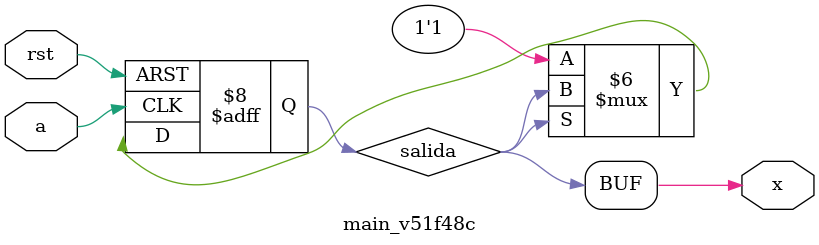
<source format=v>

`default_nettype none

module main #(
 parameter vafbbea = 1024,
 parameter v8c97ba = 'h0200_0000,
 parameter v9217e8 = 1024,
 parameter v9de176 = 'h0200_0008,
 parameter v051dbb = 'h03000000,
 parameter vb49a23 = 'h0400_0000,
 parameter v82bd1d = 100000
) (
 input v4922c7,
 input v013906,
 input vclk,
 output [7:0] v607950,
 output v82b9e8,
 output v7abb98,
 output vda2c07,
 output v55f1ca,
 output v97f0aa,
 output v5ec250,
 output v5100fa,
 output vefcf91
);
 localparam p6 = vafbbea;
 localparam p7 = v8c97ba;
 localparam p8 = v9217e8;
 localparam p9 = v051dbb;
 localparam p10 = v9de176;
 localparam p19 = vb49a23;
 localparam p20 = v82bd1d;
 wire [0:31] w0;
 wire w1;
 wire w2;
 wire w3;
 wire w4;
 wire w5;
 wire w11;
 wire w12;
 wire w13;
 wire w14;
 wire w15;
 wire [0:3] w16;
 wire [0:3] w17;
 wire w18;
 wire [0:7] w21;
 wire [0:7] w22;
 wire w23;
 wire w24;
 wire w25;
 wire w26;
 wire w27;
 wire w28;
 wire w29;
 wire w30;
 wire w31;
 wire w32;
 wire w33;
 wire w34;
 wire w35;
 wire w36;
 wire w37;
 wire w38;
 wire w39;
 wire w40;
 wire [0:31] w41;
 wire [0:31] w42;
 wire [0:31] w43;
 wire [0:31] w44;
 wire w45;
 wire w46;
 wire [0:3] w47;
 wire [0:3] w48;
 wire [0:3] w49;
 wire w50;
 wire [0:31] w51;
 wire [0:31] w52;
 wire [0:31] w53;
 wire w54;
 wire w55;
 wire [0:31] w56;
 wire [0:31] w57;
 wire [0:31] w58;
 wire [0:31] w59;
 wire w60;
 wire w61;
 wire w62;
 wire w63;
 wire w64;
 assign w2 = v013906;
 assign v5100fa = w3;
 assign v5ec250 = w4;
 assign v97f0aa = w5;
 assign w11 = v4922c7;
 assign v55f1ca = w12;
 assign vda2c07 = w13;
 assign v7abb98 = w14;
 assign v82b9e8 = w18;
 assign v607950 = w21;
 assign vefcf91 = w24;
 assign w25 = vclk;
 assign w26 = vclk;
 assign w27 = vclk;
 assign w28 = vclk;
 assign w29 = vclk;
 assign w30 = vclk;
 assign w31 = vclk;
 assign w32 = vclk;
 assign w22 = w21;
 assign w26 = w25;
 assign w27 = w25;
 assign w27 = w26;
 assign w28 = w25;
 assign w28 = w26;
 assign w28 = w27;
 assign w29 = w25;
 assign w29 = w26;
 assign w29 = w27;
 assign w29 = w28;
 assign w30 = w25;
 assign w30 = w26;
 assign w30 = w27;
 assign w30 = w28;
 assign w30 = w29;
 assign w31 = w25;
 assign w31 = w26;
 assign w31 = w27;
 assign w31 = w28;
 assign w31 = w29;
 assign w31 = w30;
 assign w32 = w25;
 assign w32 = w26;
 assign w32 = w27;
 assign w32 = w28;
 assign w32 = w29;
 assign w32 = w30;
 assign w32 = w31;
 assign w34 = w33;
 assign w35 = w33;
 assign w35 = w34;
 assign w36 = w33;
 assign w36 = w34;
 assign w36 = w35;
 assign w38 = w37;
 assign w39 = w37;
 assign w39 = w38;
 assign w40 = w37;
 assign w40 = w38;
 assign w40 = w39;
 assign w42 = w41;
 assign w43 = w41;
 assign w43 = w42;
 assign w44 = w41;
 assign w44 = w42;
 assign w44 = w43;
 assign w46 = w45;
 assign w48 = w47;
 assign w49 = w47;
 assign w49 = w48;
 assign w52 = w51;
 assign w53 = w51;
 assign w53 = w52;
 assign w55 = w54;
 assign w61 = w60;
 assign w62 = w60;
 assign w62 = w61;
 v35f267 vc8f159 (
  .v0e28cb(w1),
  .vcbab45(w33)
 );
 v725d0b vcd95a5 (
  .v9b328c(w0)
 );
 v87abc9 v7eb25a (
  .vcbab45(w45),
  .v814e6e(w50),
  .v3ca442(w54),
  .v0e28cb(w60),
  .v132c67(w63)
 );
 v604573 #(
  .v4fde05(p10)
 ) v72b9aa (
  .vb6935e(w11),
  .v2ab975(w12),
  .v34e785(w25),
  .v866d25(w34),
  .vad40e9(w39),
  .v9f8bfb(w43),
  .vd996e9(w49),
  .v0fa3a4(w53),
  .v62ea55(w59),
  .vdc4800(w63),
  .vf3ed26(w64)
 );
 vdccd52 vb4539a (
 
 );
 v73403c vbe815f (
  .v85accc(w16),
  .vf9119c(w17),
  .v595263(w22)
 );
 vaad680 v62d839 (
  .v29fe33(w0),
  .vba7c72(w26),
  .v5d0f7b(w33),
  .v006d37(w37),
  .vd67338(w41),
  .v9b0ff0(w45),
  .v83dbbe(w47),
  .ve61aa7(w51),
  .v8fd87d(w56)
 );
 v55b120 v7b9433 (
  .v47023d(w13),
  .v7aeba1(w14),
  .v1cd63b(w15),
  .v9119d0(w16),
  .v3d0cdd(w17),
  .v92ad22(w18),
  .v379e9e(w27)
 );
 v6c0c4a #(
  .vf2d743(p9)
 ) v6500fa (
  .v980561(w15),
  .v9d3deb(w21),
  .v1002e2(w28),
  .v8fadcd(w37),
  .vd5de6b(w41),
  .va57c44(w48),
  .vb21f3c(w50),
  .v6d05a9(w51)
 );
 v5242e2 v447d62 (
  .vec88a9(w23),
  .ve3469f(w55),
  .v493538(w56),
  .v918400(w57),
  .v5664d9(w58),
  .vae8a69(w59),
  .v76f74e(w61),
  .v58d02d(w64)
 );
 vaba674 #(
  .v6478b6(p8)
 ) v2bbe2d (
  .v04ad7a(w29),
  .vd7d395(w38),
  .v387cca(w42),
  .v22c516(w46),
  .vd728f0(w47),
  .v8d6432(w52),
  .v69f1ab(w54),
  .v13ce3e(w57)
 );
 v2b4233 v1314aa (
  .v6d0651(w1),
  .v4c8225(w30)
 );
 v372366 #(
  .vbce3f7(p6),
  .v386fc7(p7)
 ) v0e0ee1 (
  .v78b064(w2),
  .v40049a(w3),
  .v0da91a(w4),
  .v9b4033(w5),
  .v84763f(w31),
  .v17983a(w35),
  .vba8655(w40),
  .vbee9aa(w44),
  .v202123(w58),
  .vbe14dd(w60)
 );
 v0cd7bc #(
  .v269dbc(p19),
  .v9c4340(p20)
 ) v21f567 (
  .v87186f(w32)
 );
 v21cfcc vcf8347 (
  .v9fb85f(w23)
 );
 main_v51f48c v51f48c (
  .x(w24),
  .rst(w36),
  .a(w62)
 );
endmodule

//---- Top entity
module v35f267 (
 input v0e28cb,
 output vcbab45
);
 wire w0;
 wire w1;
 assign w0 = v0e28cb;
 assign vcbab45 = w1;
 v35f267_vd54ca1 vd54ca1 (
  .a(w0),
  .c(w1)
 );
endmodule

//---------------------------------------------------
//-- NOT
//-- - - - - - - - - - - - - - - - - - - - - - - - --
//-- Puerta NOT
//---------------------------------------------------

module v35f267_vd54ca1 (
 input a,
 output c
);
 //-- Puerta NOT
 
 //-- module (input wire a, output wire c);
 
 
 assign c = ~a;
 
 
 //-- endmodule
 
endmodule
//---- Top entity
module v725d0b #(
 parameter vc5c8ea = 0
) (
 output [31:0] v9b328c
);
 localparam p0 = vc5c8ea;
 wire [0:31] w1;
 assign v9b328c = w1;
 v70cd06 #(
  .vc5c8ea(p0)
 ) v38acc0 (
  .v751a1b(w1)
 );
endmodule

//---------------------------------------------------
//-- Valor_00_32bits
//-- - - - - - - - - - - - - - - - - - - - - - - - --
//-- Valor constante 0, de 32 bits
//---------------------------------------------------
//---- Top entity
module v70cd06 #(
 parameter vc5c8ea = 0
) (
 output [31:0] v751a1b
);
 localparam p0 = vc5c8ea;
 wire [0:31] w1;
 assign v751a1b = w1;
 v70cd06_v465065 #(
  .VALUE(p0)
 ) v465065 (
  .k(w1)
 );
endmodule

//---------------------------------------------------
//-- Constante-32bits
//-- - - - - - - - - - - - - - - - - - - - - - - - --
//-- Valor genérico constante, de 32 bits. Su valor se introduce como parámetro. Por defecto vale 0
//---------------------------------------------------

module v70cd06_v465065 #(
 parameter VALUE = 0
) (
 output [31:0] k
);
 assign k = VALUE;
endmodule
//---- Top entity
module v87abc9 (
 input v0e28cb,
 input v3ca442,
 input v132c67,
 input v814e6e,
 input vcbf94e,
 output vcbab45
);
 wire w0;
 wire w1;
 wire w2;
 wire w3;
 wire w4;
 assign w0 = v0e28cb;
 assign w1 = v3ca442;
 assign vcbab45 = w2;
 assign w3 = v132c67;
 assign w4 = v814e6e;
 v87abc9_vf4938a vf4938a (
  .a(w0),
  .b(w1),
  .o(w2),
  .c(w3),
  .d(w4)
 );
endmodule

//---------------------------------------------------
//-- OR-4
//-- - - - - - - - - - - - - - - - - - - - - - - - --
//-- Puerta OR de 4 entradas
//---------------------------------------------------

module v87abc9_vf4938a (
 input a,
 input b,
 input c,
 input d,
 output o
);
 //-- Puerta OR
 
 //-- module and (input wire a, input wire b,
 //--             output wire c);
 
 assign o = a | b | c | d;
 
 //-- endmodule
endmodule
//---- Top entity
module v604573 #(
 parameter v4fde05 = 'h0200_0008
) (
 input v34e785,
 input v866d25,
 input vb6935e,
 input [31:0] v9f8bfb,
 input vad40e9,
 input [31:0] v0fa3a4,
 input [3:0] vd996e9,
 output v2ab975,
 output [31:0] v62ea55,
 output vdc4800,
 output vf3ed26
);
 localparam p3 = v4fde05;
 wire w0;
 wire w1;
 wire w2;
 wire w4;
 wire w5;
 wire w6;
 wire w7;
 wire [0:31] w8;
 wire w9;
 wire [0:3] w10;
 wire [0:31] w11;
 wire [0:3] w12;
 wire w13;
 wire w14;
 wire w15;
 wire [0:31] w16;
 wire w17;
 wire [0:31] w18;
 wire w19;
 wire w20;
 wire w21;
 wire w22;
 wire w23;
 wire w24;
 assign v2ab975 = w1;
 assign v62ea55 = w8;
 assign vdc4800 = w9;
 assign w10 = vd996e9;
 assign w13 = v34e785;
 assign w14 = v866d25;
 assign w15 = vb6935e;
 assign w16 = v9f8bfb;
 assign w17 = vad40e9;
 assign w18 = v0fa3a4;
 assign vf3ed26 = w24;
 assign w20 = w19;
 assign w22 = w21;
 assign w23 = w21;
 assign w23 = w22;
 assign w24 = w21;
 assign w24 = w22;
 assign w24 = w23;
 v35f267 v793e13 (
  .vcbab45(w0),
  .v0e28cb(w2)
 );
 vb2090f v8b2549 (
  .v0e28cb(w0),
  .vcbab45(w9),
  .v3ca442(w23)
 );
 ve4ece1 vb9eeab (
  .va76a47(w1),
  .v3c7d9a(w2),
  .v10961b(w5),
  .vfeadd9(w7),
  .vb7609f(w8),
  .v20a2cd(w11),
  .v8e9021(w12),
  .v0dfcfa(w13),
  .v19f118(w14),
  .v13457e(w15),
  .v3674d3(w18)
 );
 vf9bdaf #(
  .v6b316b(p3)
 ) va6e100 (
  .v18e78c(w4),
  .ve1f562(w16)
 );
 vb2090f vc4db0b (
  .v0e28cb(w4),
  .v3ca442(w17),
  .vcbab45(w21)
 );
 vb2090f v43be95 (
  .vcbab45(w5),
  .v3ca442(w6),
  .v0e28cb(w21)
 );
 v35f267 v2e543c (
  .vcbab45(w6),
  .v0e28cb(w20)
 );
 vb2090f v7253fb (
  .vcbab45(w7),
  .v0e28cb(w19),
  .v3ca442(w22)
 );
 v45c913 v5623aa (
  .v930b03(w10),
  .v593f43(w19)
 );
 v2c97f6 v70047a (
  .v7c9bd8(w11)
 );
 v6a0d89 vf00bfe (
  .v919d0f(w12)
 );
endmodule

//---------------------------------------------------
//-- UART-soc
//-- - - - - - - - - - - - - - - - - - - - - - - - --
//-- UART con la lógica de mapeo
//---------------------------------------------------
//---- Top entity
module vb2090f (
 input v0e28cb,
 input v3ca442,
 output vcbab45
);
 wire w0;
 wire w1;
 wire w2;
 assign w0 = v0e28cb;
 assign w1 = v3ca442;
 assign vcbab45 = w2;
 vb2090f_vf4938a vf4938a (
  .a(w0),
  .b(w1),
  .c(w2)
 );
endmodule

//---------------------------------------------------
//-- AND
//-- - - - - - - - - - - - - - - - - - - - - - - - --
//-- Puerta AND
//---------------------------------------------------

module vb2090f_vf4938a (
 input a,
 input b,
 output c
);
 //-- Puerta AND
 
 //-- module and (input wire a, input wire b,
 //--             output wire c);
 
 assign c = a & b;
 
 //-- endmodule
endmodule
//---- Top entity
module ve4ece1 (
 input v0dfcfa,
 input v19f118,
 input v13457e,
 input [3:0] v8e9021,
 input vfeadd9,
 input v10961b,
 input [31:0] v3674d3,
 input [31:0] v20a2cd,
 output va76a47,
 output [31:0] vc35967,
 output [31:0] vb7609f,
 output v3c7d9a
);
 wire w0;
 wire w1;
 wire w2;
 wire w3;
 wire [0:3] w4;
 wire w5;
 wire w6;
 wire [0:31] w7;
 wire [0:31] w8;
 wire [0:31] w9;
 wire [0:31] w10;
 wire w11;
 assign va76a47 = w0;
 assign w1 = v13457e;
 assign w2 = v0dfcfa;
 assign w3 = v19f118;
 assign w4 = v8e9021;
 assign w5 = vfeadd9;
 assign w6 = v10961b;
 assign w7 = v3674d3;
 assign w8 = v20a2cd;
 assign vc35967 = w9;
 assign vb7609f = w10;
 assign v3c7d9a = w11;
 ve4ece1_v7323f5 v7323f5 (
  .ser_tx(w0),
  .ser_rx(w1),
  .clk(w2),
  .resetn(w3),
  .reg_div_we(w4),
  .reg_dat_we(w5),
  .reg_dat_re(w6),
  .reg_dat_di(w7),
  .reg_div_di(w8),
  .reg_div_do(w9),
  .reg_dat_do(w10),
  .reg_dat_wait(w11)
 );
endmodule

//---------------------------------------------------
//-- UART
//-- - - - - - - - - - - - - - - - - - - - - - - - --
//-- Uart para comunicaciones serie con el pico-riscv
//---------------------------------------------------

module ve4ece1_v7323f5 (
 input clk,
 input resetn,
 input ser_rx,
 input [3:0] reg_div_we,
 input reg_dat_we,
 input reg_dat_re,
 input [31:0] reg_dat_di,
 input [31:0] reg_div_di,
 output ser_tx,
 output [31:0] reg_div_do,
 output [31:0] reg_dat_do,
 output reg_dat_wait
);
 reg [31:0] cfg_divider=104;
 
 	reg [3:0] recv_state;
 	reg [31:0] recv_divcnt;
 	reg [7:0] recv_pattern;
 	reg [7:0] recv_buf_data;
 	reg recv_buf_valid;
 
 	reg [9:0] send_pattern;
 	reg [3:0] send_bitcnt;
 	reg [31:0] send_divcnt;
 	reg send_dummy;
 
 	assign reg_div_do = cfg_divider;
 
 	assign reg_dat_wait = reg_dat_we && (send_bitcnt || send_dummy);
 	assign reg_dat_do = recv_buf_valid ? recv_buf_data : ~0;
 /*
 	always @(posedge clk) begin
 		if (!resetn) begin
 			cfg_divider <= 1;
 		end else begin
 			if (reg_div_we[0]) cfg_divider[ 7: 0] <= reg_div_di[ 7: 0];
 			if (reg_div_we[1]) cfg_divider[15: 8] <= reg_div_di[15: 8];
 			if (reg_div_we[2]) cfg_divider[23:16] <= reg_div_di[23:16];
 			if (reg_div_we[3]) cfg_divider[31:24] <= reg_div_di[31:24];
 		end
 	end
 */
 	always @(posedge clk) begin
 		if (!resetn) begin
 			recv_state <= 0;
 			recv_divcnt <= 0;
 			recv_pattern <= 0;
 			recv_buf_data <= 0;
 			recv_buf_valid <= 0;
 		end else begin
 			recv_divcnt <= recv_divcnt + 1;
 			if (reg_dat_re)
 				recv_buf_valid <= 0;
 			case (recv_state)
 				0: begin
 					if (!ser_rx)
 						recv_state <= 1;
 					recv_divcnt <= 0;
 				end
 				1: begin
 					if (2*recv_divcnt > cfg_divider) begin
 						recv_state <= 2;
 						recv_divcnt <= 0;
 					end
 				end
 				10: begin
 					if (recv_divcnt > cfg_divider) begin
 						recv_buf_data <= recv_pattern;
 						recv_buf_valid <= 1;
 						recv_state <= 0;
 					end
 				end
 				default: begin
 					if (recv_divcnt > cfg_divider) begin
 						recv_pattern <= {ser_rx, recv_pattern[7:1]};
 						recv_state <= recv_state + 1;
 						recv_divcnt <= 0;
 					end
 				end
 			endcase
 		end
 	end
 
 	assign ser_tx = send_pattern[0];
 
 	always @(posedge clk) begin
 		if (reg_div_we)
 			send_dummy <= 1;
 		send_divcnt <= send_divcnt + 1;
 		if (!resetn) begin
 			send_pattern <= ~0;
 			send_bitcnt <= 0;
 			send_divcnt <= 0;
 			send_dummy <= 1;
 		end else begin
 			if (send_dummy && !send_bitcnt) begin
 				send_pattern <= ~0;
 				send_bitcnt <= 15;
 				send_divcnt <= 0;
 				send_dummy <= 0;
 			end else
 			if (reg_dat_we && !send_bitcnt) begin
 				send_pattern <= {1'b1, reg_dat_di[7:0], 1'b0};
 				send_bitcnt <= 10;
 				send_divcnt <= 0;
 			end else
 			if (send_divcnt > cfg_divider && send_bitcnt) begin
 				send_pattern <= {1'b1, send_pattern[9:1]};
 				send_bitcnt <= send_bitcnt - 1;
 				send_divcnt <= 0;
 			end
 		end
 	end
endmodule
//---- Top entity
module vf9bdaf #(
 parameter v6b316b = 0
) (
 input [31:0] ve1f562,
 output v18e78c
);
 localparam p1 = v6b316b;
 wire w0;
 wire [0:31] w2;
 assign v18e78c = w0;
 assign w2 = ve1f562;
 vf9bdaf_vd75681 #(
  .K(p1)
 ) vd75681 (
  .eq(w0),
  .a(w2)
 );
endmodule

//---------------------------------------------------
//-- Comparador
//-- - - - - - - - - - - - - - - - - - - - - - - - --
//-- Comparador de un operando de 32 bits. Se compara si el operando es igual al parámetro
//---------------------------------------------------

module vf9bdaf_vd75681 #(
 parameter K = 0
) (
 input [31:0] a,
 output eq
);
 assign eq = (a == K);
endmodule
//---- Top entity
module v45c913 (
 input [3:0] v930b03,
 output v5b73e8,
 output vc90115,
 output v2812a7,
 output v593f43
);
 wire [0:3] w0;
 wire w1;
 wire w2;
 wire w3;
 wire w4;
 assign w0 = v930b03;
 assign v2812a7 = w1;
 assign v593f43 = w2;
 assign vc90115 = w3;
 assign v5b73e8 = w4;
 v45c913_v9a2a06 v9a2a06 (
  .i(w0),
  .o1(w1),
  .o0(w2),
  .o2(w3),
  .o3(w4)
 );
endmodule

//---------------------------------------------------
//-- Separador-bus
//-- - - - - - - - - - - - - - - - - - - - - - - - --
//-- Separador de bus de 4-bits en 4 cables
//---------------------------------------------------

module v45c913_v9a2a06 (
 input [3:0] i,
 output o3,
 output o2,
 output o1,
 output o0
);
 assign o3 = i[3];
 assign o2 = i[2];
 assign o1 = i[1];
 assign o0 = i[0];
endmodule
//---- Top entity
module v2c97f6 #(
 parameter vfffc23 = 0
) (
 output [31:0] v7c9bd8
);
 localparam p0 = vfffc23;
 wire [0:31] w1;
 assign v7c9bd8 = w1;
 v959751 #(
  .vc5c8ea(p0)
 ) v9f49e7 (
  .vbc97e4(w1)
 );
endmodule

//---------------------------------------------------
//-- 32bits-Value_0
//-- - - - - - - - - - - - - - - - - - - - - - - - --
//-- 32bits constant value: 0
//---------------------------------------------------
//---- Top entity
module v959751 #(
 parameter vc5c8ea = 0
) (
 output [31:0] vbc97e4
);
 localparam p0 = vc5c8ea;
 wire [0:31] w1;
 assign vbc97e4 = w1;
 v959751_v465065 #(
  .VALUE(p0)
 ) v465065 (
  .k(w1)
 );
endmodule

//---------------------------------------------------
//-- 32-bits-gen-constant
//-- - - - - - - - - - - - - - - - - - - - - - - - --
//-- Generic: 32-bits generic constant
//---------------------------------------------------

module v959751_v465065 #(
 parameter VALUE = 0
) (
 output [31:0] k
);
 assign k = VALUE;
endmodule
//---- Top entity
module v6a0d89 #(
 parameter vfffc23 = 0
) (
 output [3:0] v919d0f
);
 localparam p0 = vfffc23;
 wire [0:3] w1;
 assign v919d0f = w1;
 v9b9118 #(
  .vc5c8ea(p0)
 ) v76a485 (
  .v1ef182(w1)
 );
endmodule

//---------------------------------------------------
//-- 4bits-Value_0
//-- - - - - - - - - - - - - - - - - - - - - - - - --
//-- 4bits constant value: 0
//---------------------------------------------------
//---- Top entity
module v9b9118 #(
 parameter vc5c8ea = 0
) (
 output [3:0] v1ef182
);
 localparam p0 = vc5c8ea;
 wire [0:3] w1;
 assign v1ef182 = w1;
 v9b9118_v465065 #(
  .VALUE(p0)
 ) v465065 (
  .k(w1)
 );
endmodule

//---------------------------------------------------
//-- 4-bits-gen-constant
//-- - - - - - - - - - - - - - - - - - - - - - - - --
//-- Generic: 4-bits generic constant (0-15)
//---------------------------------------------------

module v9b9118_v465065 #(
 parameter VALUE = 0
) (
 output [3:0] k
);
 assign k = VALUE;
endmodule
//---- Top entity
module vdccd52
;

endmodule

//---------------------------------------------------
//-- Smiley
//-- - - - - - - - - - - - - - - - - - - - - - - - --
//-- Stickers de Smiley
//---------------------------------------------------
//---- Top entity
module v73403c (
 input [7:0] v595263,
 output [3:0] vf9119c,
 output [3:0] v85accc
);
 wire [0:3] w0;
 wire [0:3] w1;
 wire [0:7] w2;
 assign vf9119c = w0;
 assign v85accc = w1;
 assign w2 = v595263;
 v73403c_v9a2a06 v9a2a06 (
  .o1(w0),
  .o0(w1),
  .i(w2)
 );
endmodule

//---------------------------------------------------
//-- Separador-bus
//-- - - - - - - - - - - - - - - - - - - - - - - - --
//-- Separador de bus de 8-bits en buses de 4 bits
//---------------------------------------------------

module v73403c_v9a2a06 (
 input [7:0] i,
 output [3:0] o1,
 output [3:0] o0
);
 assign o1 = i[7:4];
 assign o0 = i[3:0];
endmodule
//---- Top entity
module vaad680 (
 input vba7c72,
 input v5d0f7b,
 input v9b0ff0,
 input [31:0] v8fd87d,
 input [31:0] v29fe33,
 output v006d37,
 output v88e319,
 output [31:0] vd67338,
 output [31:0] ve61aa7,
 output [3:0] v83dbbe
);
 wire w0;
 wire w1;
 wire w2;
 wire w3;
 wire w4;
 wire w5;
 wire [0:31] w6;
 wire [0:31] w7;
 wire [0:31] w8;
 wire [0:31] w9;
 wire [0:3] w10;
 wire [0:31] w11;
 wire w12;
 wire [0:31] w13;
 wire [0:5] w14;
 wire [0:5] w15;
 wire [0:5] w16;
 wire [0:31] w17;
 assign w0 = vba7c72;
 assign w1 = vba7c72;
 assign v006d37 = w2;
 assign w3 = v5d0f7b;
 assign v88e319 = w4;
 assign w5 = v9b0ff0;
 assign vd67338 = w6;
 assign w7 = v8fd87d;
 assign ve61aa7 = w8;
 assign w9 = v29fe33;
 assign v83dbbe = w10;
 assign w1 = w0;
 vaad680_v3fb302 v3fb302 (
  .clk(w1),
  .rdata1(w11),
  .wen(w12),
  .rdata2(w13),
  .waddr(w14),
  .raddr1(w15),
  .raddr2(w16),
  .wdata(w17)
 );
 vaad680_vf1da6e vf1da6e (
  .clk(w0),
  .mem_valid(w2),
  .resetn(w3),
  .mem_instr(w4),
  .mem_ready(w5),
  .mem_addr(w6),
  .mem_rdata(w7),
  .mem_wdata(w8),
  .irq(w9),
  .mem_wstrb(w10),
  .cpuregs_rdata1(w11),
  .cpuregs_wen(w12),
  .cpuregs_rdata2(w13),
  .cpuregs_waddr(w14),
  .cpuregs_raddr1(w15),
  .cpuregs_raddr2(w16),
  .cpuregs_wrdata(w17)
 );
endmodule

//---------------------------------------------------
//-- RV32i
//-- - - - - - - - - - - - - - - - - - - - - - - - --
//-- Risc-v de 32Bits. Numeros enteros
//---------------------------------------------------

module vaad680_v3fb302 (
 input clk,
 input wen,
 input [5:0] waddr,
 input [5:0] raddr1,
 input [5:0] raddr2,
 input [31:0] wdata,
 output [31:0] rdata1,
 output [31:0] rdata2
);
 reg [31:0] regs [0:31];
 
 always @(posedge clk)
 	if (wen) regs[waddr[4:0]] <= wdata;
 
 assign rdata1 = regs[raddr1[4:0]];
 assign rdata2 = regs[raddr2[4:0]];
endmodule

module vaad680_vf1da6e (
 input clk,
 input resetn,
 input mem_ready,
 input [31:0] mem_rdata,
 input [31:0] irq,
 input [31:0] cpuregs_rdata1,
 input [31:0] cpuregs_rdata2,
 input pcpi_mul_wr,
 input [31:0] pcpi_mul_rd,
 input pcpi_mul_wait,
 input pcpi_mul_ready,
 input pcpi_div_wr,
 input [31:0] pcpi_div_rd,
 input pcpi_div_wait,
 input pcpi_div_ready,
 output mem_valid,
 output mem_instr,
 output [31:0] mem_addr,
 output [31:0] mem_wdata,
 output [3:0] mem_wstrb,
 output cpuregs_wen,
 output [5:0] cpuregs_waddr,
 output [5:0] cpuregs_raddr1,
 output [5:0] cpuregs_raddr2,
 output [31:0] cpuregs_wrdata,
 output pcpi_valid,
 output [31:0] pcpi_insn,
 output [31:0] pcpi_rs1,
 output [31:0] pcpi_rs2
);
 `define PICORV32_REGS picosoc_regs
 
 
 parameter integer MEM_WORDS = 256;
 
 `define PICORV32_V
 
 parameter [ 0:0] ENABLE_COUNTERS = 1;
 parameter [ 0:0] ENABLE_COUNTERS64 = 1;
 parameter [ 0:0] ENABLE_REGS_16_31 = 1;
 parameter [ 0:0] ENABLE_REGS_DUALPORT = 1;
 parameter [ 0:0] LATCHED_MEM_RDATA = 0;
 parameter [ 0:0] TWO_STAGE_SHIFT = 1;
 parameter [ 0:0] BARREL_SHIFTER = 1;
 parameter [ 0:0] TWO_CYCLE_COMPARE = 0;
 parameter [ 0:0] TWO_CYCLE_ALU = 0;
 parameter [ 0:0] COMPRESSED_ISA = 0;
 parameter [ 0:0] CATCH_MISALIGN = 1;
 parameter [ 0:0] CATCH_ILLINSN = 1;
 parameter [ 0:0] ENABLE_PCPI = 0;
 parameter [ 0:0] ENABLE_MUL = 0;
 parameter [ 0:0] ENABLE_FAST_MUL = 0;
 parameter [ 0:0] ENABLE_DIV = 0;
 parameter [ 0:0] ENABLE_IRQ = 1;
 parameter [ 0:0] ENABLE_IRQ_QREGS = 0;
 parameter [ 0:0] ENABLE_IRQ_TIMER = 1;
 parameter [ 0:0] ENABLE_TRACE = 0;
 parameter [ 0:0] REGS_INIT_ZERO = 0;
 parameter [31:0] MASKED_IRQ = 32'h 0000_0000;
 parameter [31:0] LATCHED_IRQ = 32'h ffff_ffff;
 parameter [31:0] PROGADDR_RESET = 32'h 0010_0000; // 1 MB into flash,
 parameter [31:0] PROGADDR_IRQ = 32'h 0000_0000;
 parameter [31:0] STACKADDR = (4*MEM_WORDS);       // end of memory
 
 
 reg mem_valid_i;
 assign mem_valid = mem_valid_i;
 reg mem_instr_i;
 assign mem_instr = mem_instr_i;
 reg [31:0] mem_addr_i;
 assign mem_addr = mem_addr_i;
 reg [31:0] mem_wdata_i;
 assign mem_wdata = mem_wdata_i;
 reg [ 3:0] mem_wstrb_i;
 assign mem_wstrb = mem_wstrb_i;
 reg [31:0] eoi;
 
 reg trap;
 
 
 // Pico Co-Processor Interface (PCPI)
 reg        pcpi_valid_i;
 assign pcpi_valid = pcpi_valid_i;
 reg [31:0] pcpi_insn_i;
 assign pcpi_insn = pcpi_insn_i;
 wire     pcpi_wr;
 wire [31:0] pcpi_rd;
 wire pcpi_wait;
 wire pcpi_ready;
 
 
 // Look-Ahead Interface
 wire            mem_la_read;
 wire            mem_la_write;
 wire     [31:0] mem_la_addr;
 reg [31:0] mem_la_wdata;
 reg [ 3:0] mem_la_wstrb;
 
 // Trace Interface
 reg        trace_valid;
 reg [35:0] trace_data;
 
 	localparam integer irq_timer = 0;
 	localparam integer irq_ebreak = 1;
 	localparam integer irq_buserror = 2;
 
 	localparam integer irqregs_offset = ENABLE_REGS_16_31 ? 32 : 16;
 	localparam integer regfile_size = (ENABLE_REGS_16_31 ? 32 : 16) + 4*ENABLE_IRQ*ENABLE_IRQ_QREGS;
 	localparam integer regindex_bits = (ENABLE_REGS_16_31 ? 5 : 4) + ENABLE_IRQ*ENABLE_IRQ_QREGS;
 
 	localparam WITH_PCPI = ENABLE_PCPI || ENABLE_MUL || ENABLE_FAST_MUL || ENABLE_DIV;
 
 	localparam [35:0] TRACE_BRANCH = {4'b 0001, 32'b 0};
 	localparam [35:0] TRACE_ADDR   = {4'b 0010, 32'b 0};
 	localparam [35:0] TRACE_IRQ    = {4'b 1000, 32'b 0};
 
 //-- Añadido para instanciar los registros
 assign cpuregs_wen = resetn && cpuregs_write && latched_rd;
 
 //FORMAL_KEEP:
 reg [63:0] dbg_ascii_instr;
 reg [31:0] dbg_insn_imm;
 reg [4:0] dbg_insn_rs1;
 reg [4:0] dbg_insn_rs2;
 reg [4:0] dbg_insn_rd;
 reg [31:0] dbg_rs1val;
 reg [31:0] dbg_rs2val;
 reg dbg_rs1val_valid;
 reg dbg_rs2val_valid;
 reg [127:0] dbg_ascii_state;
 
 	reg [63:0] count_cycle, count_instr;
 	reg [31:0] reg_pc, reg_next_pc, reg_op1, reg_op2, reg_out;
 	reg [4:0] reg_sh;
 
 	reg [31:0] next_insn_opcode;
 	reg [31:0] dbg_insn_opcode;
 	reg [31:0] dbg_insn_addr;
 
 	wire dbg_mem_valid = mem_valid_i;
 	wire dbg_mem_instr = mem_instr_i;
 	wire dbg_mem_ready = mem_ready;
 	wire [31:0] dbg_mem_addr  = mem_addr_i;
 	wire [31:0] dbg_mem_wdata = mem_wdata_i;
 	wire [ 3:0] dbg_mem_wstrb = mem_wstrb_i;
 	wire [31:0] dbg_mem_rdata = mem_rdata;
 
 	assign pcpi_rs1 = reg_op1;
 	assign pcpi_rs2 = reg_op2;
 
 	wire [31:0] next_pc;
 
 	reg irq_delay;
 	reg irq_active;
 	reg [31:0] irq_mask;
 	reg [31:0] irq_pending;
 	reg [31:0] timer;
 
 `ifndef PICORV32_REGS
 	reg [31:0] cpuregs [0:regfile_size-1];
 
 	integer i;
 	initial begin
 		if (REGS_INIT_ZERO) begin
 			for (i = 0; i < regfile_size; i = i+1)
 				cpuregs[i] = 0;
 		end
 	end
 `endif
 
 	task empty_statement;
 		// This task is used by the `assert directive in non-formal mode to
 		// avoid empty statement (which are unsupported by plain Verilog syntax).
 		begin end
 	endtask
 
 `ifdef DEBUGREGS
 	wire [31:0] dbg_reg_x0  = 0;
 	wire [31:0] dbg_reg_x1  = cpuregs[1];
 	wire [31:0] dbg_reg_x2  = cpuregs[2];
 	wire [31:0] dbg_reg_x3  = cpuregs[3];
 	wire [31:0] dbg_reg_x4  = cpuregs[4];
 	wire [31:0] dbg_reg_x5  = cpuregs[5];
 	wire [31:0] dbg_reg_x6  = cpuregs[6];
 	wire [31:0] dbg_reg_x7  = cpuregs[7];
 	wire [31:0] dbg_reg_x8  = cpuregs[8];
 	wire [31:0] dbg_reg_x9  = cpuregs[9];
 	wire [31:0] dbg_reg_x10 = cpuregs[10];
 	wire [31:0] dbg_reg_x11 = cpuregs[11];
 	wire [31:0] dbg_reg_x12 = cpuregs[12];
 	wire [31:0] dbg_reg_x13 = cpuregs[13];
 	wire [31:0] dbg_reg_x14 = cpuregs[14];
 	wire [31:0] dbg_reg_x15 = cpuregs[15];
 	wire [31:0] dbg_reg_x16 = cpuregs[16];
 	wire [31:0] dbg_reg_x17 = cpuregs[17];
 	wire [31:0] dbg_reg_x18 = cpuregs[18];
 	wire [31:0] dbg_reg_x19 = cpuregs[19];
 	wire [31:0] dbg_reg_x20 = cpuregs[20];
 	wire [31:0] dbg_reg_x21 = cpuregs[21];
 	wire [31:0] dbg_reg_x22 = cpuregs[22];
 	wire [31:0] dbg_reg_x23 = cpuregs[23];
 	wire [31:0] dbg_reg_x24 = cpuregs[24];
 	wire [31:0] dbg_reg_x25 = cpuregs[25];
 	wire [31:0] dbg_reg_x26 = cpuregs[26];
 	wire [31:0] dbg_reg_x27 = cpuregs[27];
 	wire [31:0] dbg_reg_x28 = cpuregs[28];
 	wire [31:0] dbg_reg_x29 = cpuregs[29];
 	wire [31:0] dbg_reg_x30 = cpuregs[30];
 	wire [31:0] dbg_reg_x31 = cpuregs[31];
 `endif
 
 	// Internal PCPI Cores
 
 	reg        pcpi_int_wr;
 	reg [31:0] pcpi_int_rd;
 	reg        pcpi_int_wait;
 	reg        pcpi_int_ready;
 
 	generate if (ENABLE_FAST_MUL) begin
 		picorv32_pcpi_fast_mul pcpi_mul (
 			.clk       (clk            ),
 			.resetn    (resetn         ),
 			.pcpi_valid(pcpi_valid_i     ),
 			.pcpi_insn (pcpi_insn_i      ),
 			.pcpi_rs1  (pcpi_rs1       ),
 			.pcpi_rs2  (pcpi_rs2       ),
 			.pcpi_wr   (pcpi_mul_wr    ),
 			.pcpi_rd   (pcpi_mul_rd    ),
 			.pcpi_wait (pcpi_mul_wait  ),
 			.pcpi_ready(pcpi_mul_ready )
 		);
 	end else if (ENABLE_MUL) begin
 		
 	end else begin
 		assign pcpi_mul_wr = 0;
 		assign pcpi_mul_rd = 32'bx;
 		assign pcpi_mul_wait = 0;
 		assign pcpi_mul_ready = 0;
 	end endgenerate
 
 	generate if (ENABLE_DIV) begin
 		
 	end else begin
 		assign pcpi_div_wr = 0;
 		assign pcpi_div_rd = 32'bx;
 		assign pcpi_div_wait = 0;
 		assign pcpi_div_ready = 0;
 	end endgenerate
 
 	always @* begin
 		pcpi_int_wr = 0;
 		pcpi_int_rd = 32'bx;
 		pcpi_int_wait  = |{ENABLE_PCPI && pcpi_wait,  (ENABLE_MUL || ENABLE_FAST_MUL) && pcpi_mul_wait,  ENABLE_DIV && pcpi_div_wait};
 		pcpi_int_ready = |{ENABLE_PCPI && pcpi_ready, (ENABLE_MUL || ENABLE_FAST_MUL) && pcpi_mul_ready, ENABLE_DIV && pcpi_div_ready};
 
 		(* parallel_case *)
 		case (1'b1)
 			ENABLE_PCPI && pcpi_ready: begin
 				pcpi_int_wr = ENABLE_PCPI ? pcpi_wr : 0;
 				pcpi_int_rd = ENABLE_PCPI ? pcpi_rd : 0;
 			end
 			(ENABLE_MUL || ENABLE_FAST_MUL) && pcpi_mul_ready: begin
 				pcpi_int_wr = pcpi_mul_wr;
 				pcpi_int_rd = pcpi_mul_rd;
 			end
 			ENABLE_DIV && pcpi_div_ready: begin
 				pcpi_int_wr = pcpi_div_wr;
 				pcpi_int_rd = pcpi_div_rd;
 			end
 		endcase
 	end
 
 
 	// Memory Interface
 
 	reg [1:0] mem_state;
 	reg [1:0] mem_wordsize;
 	reg [31:0] mem_rdata_word;
 	reg [31:0] mem_rdata_q;
 	reg mem_do_prefetch;
 	reg mem_do_rinst;
 	reg mem_do_rdata;
 	reg mem_do_wdata;
 
 	wire mem_xfer;
 	reg mem_la_secondword, mem_la_firstword_reg, last_mem_valid;
 	wire mem_la_firstword = COMPRESSED_ISA && (mem_do_prefetch || mem_do_rinst) && next_pc[1] && !mem_la_secondword;
 	wire mem_la_firstword_xfer = COMPRESSED_ISA && mem_xfer && (!last_mem_valid ? mem_la_firstword : mem_la_firstword_reg);
 
 	reg prefetched_high_word;
 	reg clear_prefetched_high_word;
 	reg [15:0] mem_16bit_buffer;
 
 	wire [31:0] mem_rdata_latched_noshuffle;
 	wire [31:0] mem_rdata_latched;
 
 	wire mem_la_use_prefetched_high_word = COMPRESSED_ISA && mem_la_firstword && prefetched_high_word && !clear_prefetched_high_word;
 	assign mem_xfer = (mem_valid_i && mem_ready) || (mem_la_use_prefetched_high_word && mem_do_rinst);
 
 	wire mem_busy = |{mem_do_prefetch, mem_do_rinst, mem_do_rdata, mem_do_wdata};
 	wire mem_done = resetn && ((mem_xfer && |mem_state && (mem_do_rinst || mem_do_rdata || mem_do_wdata)) || (&mem_state && mem_do_rinst)) &&
 			(!mem_la_firstword || (~&mem_rdata_latched[1:0] && mem_xfer));
 
 	assign mem_la_write = resetn && !mem_state && mem_do_wdata;
 	assign mem_la_read = resetn && ((!mem_la_use_prefetched_high_word && !mem_state && (mem_do_rinst || mem_do_prefetch || mem_do_rdata)) ||
 			(COMPRESSED_ISA && mem_xfer && (!last_mem_valid ? mem_la_firstword : mem_la_firstword_reg) && !mem_la_secondword && &mem_rdata_latched[1:0]));
 	assign mem_la_addr = (mem_do_prefetch || mem_do_rinst) ? {next_pc[31:2] + mem_la_firstword_xfer, 2'b00} : {reg_op1[31:2], 2'b00};
 
 	assign mem_rdata_latched_noshuffle = (mem_xfer || LATCHED_MEM_RDATA) ? mem_rdata : mem_rdata_q;
 
 	assign mem_rdata_latched = COMPRESSED_ISA && mem_la_use_prefetched_high_word ? {16'bx, mem_16bit_buffer} :
 			COMPRESSED_ISA && mem_la_secondword ? {mem_rdata_latched_noshuffle[15:0], mem_16bit_buffer} :
 			COMPRESSED_ISA && mem_la_firstword ? {16'bx, mem_rdata_latched_noshuffle[31:16]} : mem_rdata_latched_noshuffle;
 
 	always @(posedge clk) begin
 		if (!resetn) begin
 			mem_la_firstword_reg <= 0;
 			last_mem_valid <= 0;
 		end else begin
 			if (!last_mem_valid)
 				mem_la_firstword_reg <= mem_la_firstword;
 			last_mem_valid <= mem_valid_i && !mem_ready;
 		end
 	end
 
 	always @* begin
 		(* full_case *)
 		case (mem_wordsize)
 			0: begin
 				mem_la_wdata = reg_op2;
 				mem_la_wstrb = 4'b1111;
 				mem_rdata_word = mem_rdata;
 			end
 			1: begin
 				mem_la_wdata = {2{reg_op2[15:0]}};
 				mem_la_wstrb = reg_op1[1] ? 4'b1100 : 4'b0011;
 				case (reg_op1[1])
 					1'b0: mem_rdata_word = {16'b0, mem_rdata[15: 0]};
 					1'b1: mem_rdata_word = {16'b0, mem_rdata[31:16]};
 				endcase
 			end
 			2: begin
 				mem_la_wdata = {4{reg_op2[7:0]}};
 				mem_la_wstrb = 4'b0001 << reg_op1[1:0];
 				case (reg_op1[1:0])
 					2'b00: mem_rdata_word = {24'b0, mem_rdata[ 7: 0]};
 					2'b01: mem_rdata_word = {24'b0, mem_rdata[15: 8]};
 					2'b10: mem_rdata_word = {24'b0, mem_rdata[23:16]};
 					2'b11: mem_rdata_word = {24'b0, mem_rdata[31:24]};
 				endcase
 			end
 		endcase
 	end
 
 	always @(posedge clk) begin
 		if (mem_xfer) begin
 			mem_rdata_q <= COMPRESSED_ISA ? mem_rdata_latched : mem_rdata;
 			next_insn_opcode <= COMPRESSED_ISA ? mem_rdata_latched : mem_rdata;
 		end
 
 		if (COMPRESSED_ISA && mem_done && (mem_do_prefetch || mem_do_rinst)) begin
 			case (mem_rdata_latched[1:0])
 				2'b00: begin // Quadrant 0
 					case (mem_rdata_latched[15:13])
 						3'b000: begin // C.ADDI4SPN
 							mem_rdata_q[14:12] <= 3'b000;
 							mem_rdata_q[31:20] <= {2'b0, mem_rdata_latched[10:7], mem_rdata_latched[12:11], mem_rdata_latched[5], mem_rdata_latched[6], 2'b00};
 						end
 						3'b010: begin // C.LW
 							mem_rdata_q[31:20] <= {5'b0, mem_rdata_latched[5], mem_rdata_latched[12:10], mem_rdata_latched[6], 2'b00};
 							mem_rdata_q[14:12] <= 3'b 010;
 						end
 						3'b 110: begin // C.SW
 							{mem_rdata_q[31:25], mem_rdata_q[11:7]} <= {5'b0, mem_rdata_latched[5], mem_rdata_latched[12:10], mem_rdata_latched[6], 2'b00};
 							mem_rdata_q[14:12] <= 3'b 010;
 						end
 					endcase
 				end
 				2'b01: begin // Quadrant 1
 					case (mem_rdata_latched[15:13])
 						3'b 000: begin // C.ADDI
 							mem_rdata_q[14:12] <= 3'b000;
 							mem_rdata_q[31:20] <= $signed({mem_rdata_latched[12], mem_rdata_latched[6:2]});
 						end
 						3'b 010: begin // C.LI
 							mem_rdata_q[14:12] <= 3'b000;
 							mem_rdata_q[31:20] <= $signed({mem_rdata_latched[12], mem_rdata_latched[6:2]});
 						end
 						3'b 011: begin
 							if (mem_rdata_latched[11:7] == 2) begin // C.ADDI16SP
 								mem_rdata_q[14:12] <= 3'b000;
 								mem_rdata_q[31:20] <= $signed({mem_rdata_latched[12], mem_rdata_latched[4:3],
 										mem_rdata_latched[5], mem_rdata_latched[2], mem_rdata_latched[6], 4'b 0000});
 							end else begin // C.LUI
 								mem_rdata_q[31:12] <= $signed({mem_rdata_latched[12], mem_rdata_latched[6:2]});
 							end
 						end
 						3'b100: begin
 							if (mem_rdata_latched[11:10] == 2'b00) begin // C.SRLI
 								mem_rdata_q[31:25] <= 7'b0000000;
 								mem_rdata_q[14:12] <= 3'b 101;
 							end
 							if (mem_rdata_latched[11:10] == 2'b01) begin // C.SRAI
 								mem_rdata_q[31:25] <= 7'b0100000;
 								mem_rdata_q[14:12] <= 3'b 101;
 							end
 							if (mem_rdata_latched[11:10] == 2'b10) begin // C.ANDI
 								mem_rdata_q[14:12] <= 3'b111;
 								mem_rdata_q[31:20] <= $signed({mem_rdata_latched[12], mem_rdata_latched[6:2]});
 							end
 							if (mem_rdata_latched[12:10] == 3'b011) begin // C.SUB, C.XOR, C.OR, C.AND
 								if (mem_rdata_latched[6:5] == 2'b00) mem_rdata_q[14:12] <= 3'b000;
 								if (mem_rdata_latched[6:5] == 2'b01) mem_rdata_q[14:12] <= 3'b100;
 								if (mem_rdata_latched[6:5] == 2'b10) mem_rdata_q[14:12] <= 3'b110;
 								if (mem_rdata_latched[6:5] == 2'b11) mem_rdata_q[14:12] <= 3'b111;
 								mem_rdata_q[31:25] <= mem_rdata_latched[6:5] == 2'b00 ? 7'b0100000 : 7'b0000000;
 							end
 						end
 						3'b 110: begin // C.BEQZ
 							mem_rdata_q[14:12] <= 3'b000;
 							{ mem_rdata_q[31], mem_rdata_q[7], mem_rdata_q[30:25], mem_rdata_q[11:8] } <=
 									$signed({mem_rdata_latched[12], mem_rdata_latched[6:5], mem_rdata_latched[2],
 											mem_rdata_latched[11:10], mem_rdata_latched[4:3]});
 						end
 						3'b 111: begin // C.BNEZ
 							mem_rdata_q[14:12] <= 3'b001;
 							{ mem_rdata_q[31], mem_rdata_q[7], mem_rdata_q[30:25], mem_rdata_q[11:8] } <=
 									$signed({mem_rdata_latched[12], mem_rdata_latched[6:5], mem_rdata_latched[2],
 											mem_rdata_latched[11:10], mem_rdata_latched[4:3]});
 						end
 					endcase
 				end
 				2'b10: begin // Quadrant 2
 					case (mem_rdata_latched[15:13])
 						3'b000: begin // C.SLLI
 							mem_rdata_q[31:25] <= 7'b0000000;
 							mem_rdata_q[14:12] <= 3'b 001;
 						end
 						3'b010: begin // C.LWSP
 							mem_rdata_q[31:20] <= {4'b0, mem_rdata_latched[3:2], mem_rdata_latched[12], mem_rdata_latched[6:4], 2'b00};
 							mem_rdata_q[14:12] <= 3'b 010;
 						end
 						3'b100: begin
 							if (mem_rdata_latched[12] == 0 && mem_rdata_latched[6:2] == 0) begin // C.JR
 								mem_rdata_q[14:12] <= 3'b000;
 								mem_rdata_q[31:20] <= 12'b0;
 							end
 							if (mem_rdata_latched[12] == 0 && mem_rdata_latched[6:2] != 0) begin // C.MV
 								mem_rdata_q[14:12] <= 3'b000;
 								mem_rdata_q[31:25] <= 7'b0000000;
 							end
 							if (mem_rdata_latched[12] != 0 && mem_rdata_latched[11:7] != 0 && mem_rdata_latched[6:2] == 0) begin // C.JALR
 								mem_rdata_q[14:12] <= 3'b000;
 								mem_rdata_q[31:20] <= 12'b0;
 							end
 							if (mem_rdata_latched[12] != 0 && mem_rdata_latched[6:2] != 0) begin // C.ADD
 								mem_rdata_q[14:12] <= 3'b000;
 								mem_rdata_q[31:25] <= 7'b0000000;
 							end
 						end
 						3'b110: begin // C.SWSP
 							{mem_rdata_q[31:25], mem_rdata_q[11:7]} <= {4'b0, mem_rdata_latched[8:7], mem_rdata_latched[12:9], 2'b00};
 							mem_rdata_q[14:12] <= 3'b 010;
 						end
 					endcase
 				end
 			endcase
 		end
 	end
 /*
 	always @(posedge clk) begin
 		if (resetn && !trap) begin
 			if (mem_do_prefetch || mem_do_rinst || mem_do_rdata)
 				//`assert(!mem_do_wdata);
 
 			if (mem_do_prefetch || mem_do_rinst)
 				//`assert(!mem_do_rdata);
 
 			if (mem_do_rdata)
 				//`assert(!mem_do_prefetch && !mem_do_rinst);
 
 			if (mem_do_wdata)
 				//`assert(!(mem_do_prefetch || mem_do_rinst || mem_do_rdata));
 
 			if (mem_state == 2 || mem_state == 3)
 				//`assert(mem_valid || mem_do_prefetch);
 		end
 	end*/
 
 	always @(posedge clk) begin
 		if (!resetn || trap) begin
 			if (!resetn)
 				mem_state <= 0;
 			if (!resetn || mem_ready)
 				mem_valid_i <= 0;
 			mem_la_secondword <= 0;
 			prefetched_high_word <= 0;
 		end else begin
 			if (mem_la_read || mem_la_write) begin
 				mem_addr_i <= mem_la_addr;
 				mem_wstrb_i <= mem_la_wstrb & {4{mem_la_write}};
 			end
 			if (mem_la_write) begin
 				mem_wdata_i <= mem_la_wdata;
 			end
 			case (mem_state)
 				0: begin
 					if (mem_do_prefetch || mem_do_rinst || mem_do_rdata) begin
 						mem_valid_i <= !mem_la_use_prefetched_high_word;
 						mem_instr_i <= mem_do_prefetch || mem_do_rinst;
 						mem_wstrb_i <= 0;
 						mem_state <= 1;
 					end
 					if (mem_do_wdata) begin
 						mem_valid_i <= 1;
 						mem_instr_i <= 0;
 						mem_state <= 2;
 					end
 				end
 				1: begin
 					//`assert(mem_wstrb == 0);
 					//`assert(mem_do_prefetch || mem_do_rinst || mem_do_rdata);
 					//`assert(mem_valid == !mem_la_use_prefetched_high_word);
 					//`assert(mem_instr == (mem_do_prefetch || mem_do_rinst));
 					if (mem_xfer) begin
 						if (COMPRESSED_ISA && mem_la_read) begin
 							mem_valid_i <= 1;
 							mem_la_secondword <= 1;
 							if (!mem_la_use_prefetched_high_word)
 								mem_16bit_buffer <= mem_rdata[31:16];
 						end else begin
 							mem_valid_i <= 0;
 							mem_la_secondword <= 0;
 							if (COMPRESSED_ISA && !mem_do_rdata) begin
 								if (~&mem_rdata[1:0] || mem_la_secondword) begin
 									mem_16bit_buffer <= mem_rdata[31:16];
 									prefetched_high_word <= 1;
 								end else begin
 									prefetched_high_word <= 0;
 								end
 							end
 							mem_state <= mem_do_rinst || mem_do_rdata ? 0 : 3;
 						end
 					end
 				end
 				2: begin
 					//`assert(mem_wstrb != 0);
 					//`assert(mem_do_wdata);
 					if (mem_xfer) begin
 						mem_valid_i <= 0;
 						mem_state <= 0;
 					end
 				end
 				3: begin
 					//`assert(mem_wstrb == 0);
 					//`assert(mem_do_prefetch);
 					if (mem_do_rinst) begin
 						mem_state <= 0;
 					end
 				end
 			endcase
 		end
 
 		if (clear_prefetched_high_word)
 			prefetched_high_word <= 0;
 	end
 
 
 	// Instruction Decoder
 
 	reg instr_lui, instr_auipc, instr_jal, instr_jalr;
 	reg instr_beq, instr_bne, instr_blt, instr_bge, instr_bltu, instr_bgeu;
 	reg instr_lb, instr_lh, instr_lw, instr_lbu, instr_lhu, instr_sb, instr_sh, instr_sw;
 	reg instr_addi, instr_slti, instr_sltiu, instr_xori, instr_ori, instr_andi, instr_slli, instr_srli, instr_srai;
 	reg instr_add, instr_sub, instr_sll, instr_slt, instr_sltu, instr_xor, instr_srl, instr_sra, instr_or, instr_and;
 	reg instr_rdcycle, instr_rdcycleh, instr_rdinstr, instr_rdinstrh, instr_ecall_ebreak;
 	reg instr_getq, instr_setq, instr_retirq, instr_maskirq, instr_waitirq, instr_timer;
 	wire instr_trap;
 
 	reg [regindex_bits-1:0] decoded_rd, decoded_rs1, decoded_rs2;
 	reg [31:0] decoded_imm, decoded_imm_uj;
 	reg decoder_trigger;
 	reg decoder_trigger_q;
 	reg decoder_pseudo_trigger;
 	reg decoder_pseudo_trigger_q;
 	reg compressed_instr;
 
 	reg is_lui_auipc_jal;
 	reg is_lb_lh_lw_lbu_lhu;
 	reg is_slli_srli_srai;
 	reg is_jalr_addi_slti_sltiu_xori_ori_andi;
 	reg is_sb_sh_sw;
 	reg is_sll_srl_sra;
 	reg is_lui_auipc_jal_jalr_addi_add_sub;
 	reg is_slti_blt_slt;
 	reg is_sltiu_bltu_sltu;
 	reg is_beq_bne_blt_bge_bltu_bgeu;
 	reg is_lbu_lhu_lw;
 	reg is_alu_reg_imm;
 	reg is_alu_reg_reg;
 	reg is_compare;
 
 	assign instr_trap = (CATCH_ILLINSN || WITH_PCPI) && !{instr_lui, instr_auipc, instr_jal, instr_jalr,
 			instr_beq, instr_bne, instr_blt, instr_bge, instr_bltu, instr_bgeu,
 			instr_lb, instr_lh, instr_lw, instr_lbu, instr_lhu, instr_sb, instr_sh, instr_sw,
 			instr_addi, instr_slti, instr_sltiu, instr_xori, instr_ori, instr_andi, instr_slli, instr_srli, instr_srai,
 			instr_add, instr_sub, instr_sll, instr_slt, instr_sltu, instr_xor, instr_srl, instr_sra, instr_or, instr_and,
 			instr_rdcycle, instr_rdcycleh, instr_rdinstr, instr_rdinstrh,
 			instr_getq, instr_setq, instr_retirq, instr_maskirq, instr_waitirq, instr_timer};
 
 	wire is_rdcycle_rdcycleh_rdinstr_rdinstrh;
 	assign is_rdcycle_rdcycleh_rdinstr_rdinstrh = |{instr_rdcycle, instr_rdcycleh, instr_rdinstr, instr_rdinstrh};
 
 	reg [63:0] new_ascii_instr;
 	/*
 	`FORMAL_KEEP reg [63:0] dbg_ascii_instr;
 	`FORMAL_KEEP reg [31:0] dbg_insn_imm;
 	`FORMAL_KEEP reg [4:0] dbg_insn_rs1;
 	`FORMAL_KEEP reg [4:0] dbg_insn_rs2;
 	`FORMAL_KEEP reg [4:0] dbg_insn_rd;
 	`FORMAL_KEEP reg [31:0] dbg_rs1val;
 	`FORMAL_KEEP reg [31:0] dbg_rs2val;
 	`FORMAL_KEEP reg dbg_rs1val_valid;
 	`FORMAL_KEEP reg dbg_rs2val_valid;*/
 
 	always @* begin
 		new_ascii_instr = "";
 
 		if (instr_lui)      new_ascii_instr = "lui";
 		if (instr_auipc)    new_ascii_instr = "auipc";
 		if (instr_jal)      new_ascii_instr = "jal";
 		if (instr_jalr)     new_ascii_instr = "jalr";
 
 		if (instr_beq)      new_ascii_instr = "beq";
 		if (instr_bne)      new_ascii_instr = "bne";
 		if (instr_blt)      new_ascii_instr = "blt";
 		if (instr_bge)      new_ascii_instr = "bge";
 		if (instr_bltu)     new_ascii_instr = "bltu";
 		if (instr_bgeu)     new_ascii_instr = "bgeu";
 
 		if (instr_lb)       new_ascii_instr = "lb";
 		if (instr_lh)       new_ascii_instr = "lh";
 		if (instr_lw)       new_ascii_instr = "lw";
 		if (instr_lbu)      new_ascii_instr = "lbu";
 		if (instr_lhu)      new_ascii_instr = "lhu";
 		if (instr_sb)       new_ascii_instr = "sb";
 		if (instr_sh)       new_ascii_instr = "sh";
 		if (instr_sw)       new_ascii_instr = "sw";
 
 		if (instr_addi)     new_ascii_instr = "addi";
 		if (instr_slti)     new_ascii_instr = "slti";
 		if (instr_sltiu)    new_ascii_instr = "sltiu";
 		if (instr_xori)     new_ascii_instr = "xori";
 		if (instr_ori)      new_ascii_instr = "ori";
 		if (instr_andi)     new_ascii_instr = "andi";
 		if (instr_slli)     new_ascii_instr = "slli";
 		if (instr_srli)     new_ascii_instr = "srli";
 		if (instr_srai)     new_ascii_instr = "srai";
 
 		if (instr_add)      new_ascii_instr = "add";
 		if (instr_sub)      new_ascii_instr = "sub";
 		if (instr_sll)      new_ascii_instr = "sll";
 		if (instr_slt)      new_ascii_instr = "slt";
 		if (instr_sltu)     new_ascii_instr = "sltu";
 		if (instr_xor)      new_ascii_instr = "xor";
 		if (instr_srl)      new_ascii_instr = "srl";
 		if (instr_sra)      new_ascii_instr = "sra";
 		if (instr_or)       new_ascii_instr = "or";
 		if (instr_and)      new_ascii_instr = "and";
 
 		if (instr_rdcycle)  new_ascii_instr = "rdcycle";
 		if (instr_rdcycleh) new_ascii_instr = "rdcycleh";
 		if (instr_rdinstr)  new_ascii_instr = "rdinstr";
 		if (instr_rdinstrh) new_ascii_instr = "rdinstrh";
 
 		if (instr_getq)     new_ascii_instr = "getq";
 		if (instr_setq)     new_ascii_instr = "setq";
 		if (instr_retirq)   new_ascii_instr = "retirq";
 		if (instr_maskirq)  new_ascii_instr = "maskirq";
 		if (instr_waitirq)  new_ascii_instr = "waitirq";
 		if (instr_timer)    new_ascii_instr = "timer";
 	end
 
 	reg [63:0] q_ascii_instr;
 	reg [31:0] q_insn_imm;
 	reg [31:0] q_insn_opcode;
 	reg [4:0] q_insn_rs1;
 	reg [4:0] q_insn_rs2;
 	reg [4:0] q_insn_rd;
 	reg dbg_next;
 
 	wire launch_next_insn;
 	reg dbg_valid_insn;
 
 	reg [63:0] cached_ascii_instr;
 	reg [31:0] cached_insn_imm;
 	reg [31:0] cached_insn_opcode;
 	reg [4:0] cached_insn_rs1;
 	reg [4:0] cached_insn_rs2;
 	reg [4:0] cached_insn_rd;
 
 	always @(posedge clk) begin
 		q_ascii_instr <= dbg_ascii_instr;
 		q_insn_imm <= dbg_insn_imm;
 		q_insn_opcode <= dbg_insn_opcode;
 		q_insn_rs1 <= dbg_insn_rs1;
 		q_insn_rs2 <= dbg_insn_rs2;
 		q_insn_rd <= dbg_insn_rd;
 		dbg_next <= launch_next_insn;
 
 		if (!resetn || trap)
 			dbg_valid_insn <= 0;
 		else if (launch_next_insn)
 			dbg_valid_insn <= 1;
 
 		if (decoder_trigger_q) begin
 			cached_ascii_instr <= new_ascii_instr;
 			cached_insn_imm <= decoded_imm;
 			if (&next_insn_opcode[1:0])
 				cached_insn_opcode <= next_insn_opcode;
 			else
 				cached_insn_opcode <= {16'b0, next_insn_opcode[15:0]};
 			cached_insn_rs1 <= decoded_rs1;
 			cached_insn_rs2 <= decoded_rs2;
 			cached_insn_rd <= decoded_rd;
 		end
 
 		if (launch_next_insn) begin
 			dbg_insn_addr <= next_pc;
 		end
 	end
 
 	always @* begin
 		dbg_ascii_instr = q_ascii_instr;
 		dbg_insn_imm = q_insn_imm;
 		dbg_insn_opcode = q_insn_opcode;
 		dbg_insn_rs1 = q_insn_rs1;
 		dbg_insn_rs2 = q_insn_rs2;
 		dbg_insn_rd = q_insn_rd;
 
 		if (dbg_next) begin
 			if (decoder_pseudo_trigger_q) begin
 				dbg_ascii_instr = cached_ascii_instr;
 				dbg_insn_imm = cached_insn_imm;
 				dbg_insn_opcode = cached_insn_opcode;
 				dbg_insn_rs1 = cached_insn_rs1;
 				dbg_insn_rs2 = cached_insn_rs2;
 				dbg_insn_rd = cached_insn_rd;
 			end else begin
 				dbg_ascii_instr = new_ascii_instr;
 				if (&next_insn_opcode[1:0])
 					dbg_insn_opcode = next_insn_opcode;
 				else
 					dbg_insn_opcode = {16'b0, next_insn_opcode[15:0]};
 				dbg_insn_imm = decoded_imm;
 				dbg_insn_rs1 = decoded_rs1;
 				dbg_insn_rs2 = decoded_rs2;
 				dbg_insn_rd = decoded_rd;
 			end
 		end
 	end
 
 `ifdef DEBUGASM
 	always @(posedge clk) begin
 		if (dbg_next) begin
 			$display("debugasm %x %x %s", dbg_insn_addr, dbg_insn_opcode, dbg_ascii_instr ? dbg_ascii_instr : "*");
 		end
 	end
 `endif
 
 `ifdef DEBUG
 	always @(posedge clk) begin
 		if (dbg_next) begin
 			if (&dbg_insn_opcode[1:0])
 				$display("DECODE: 0x%08x 0x%08x %-0s", dbg_insn_addr, dbg_insn_opcode, dbg_ascii_instr ? dbg_ascii_instr : "UNKNOWN");
 			else
 				$display("DECODE: 0x%08x     0x%04x %-0s", dbg_insn_addr, dbg_insn_opcode[15:0], dbg_ascii_instr ? dbg_ascii_instr : "UNKNOWN");
 		end
 	end
 `endif
 
 	always @(posedge clk) begin
 		is_lui_auipc_jal <= |{instr_lui, instr_auipc, instr_jal};
 		is_lui_auipc_jal_jalr_addi_add_sub <= |{instr_lui, instr_auipc, instr_jal, instr_jalr, instr_addi, instr_add, instr_sub};
 		is_slti_blt_slt <= |{instr_slti, instr_blt, instr_slt};
 		is_sltiu_bltu_sltu <= |{instr_sltiu, instr_bltu, instr_sltu};
 		is_lbu_lhu_lw <= |{instr_lbu, instr_lhu, instr_lw};
 		is_compare <= |{is_beq_bne_blt_bge_bltu_bgeu, instr_slti, instr_slt, instr_sltiu, instr_sltu};
 
 		if (mem_do_rinst && mem_done) begin
 			instr_lui     <= mem_rdata_latched[6:0] == 7'b0110111;
 			instr_auipc   <= mem_rdata_latched[6:0] == 7'b0010111;
 			instr_jal     <= mem_rdata_latched[6:0] == 7'b1101111;
 			instr_jalr    <= mem_rdata_latched[6:0] == 7'b1100111 && mem_rdata_latched[14:12] == 3'b000;
 			instr_retirq  <= mem_rdata_latched[6:0] == 7'b0001011 && mem_rdata_latched[31:25] == 7'b0000010 && ENABLE_IRQ;
 			instr_waitirq <= mem_rdata_latched[6:0] == 7'b0001011 && mem_rdata_latched[31:25] == 7'b0000100 && ENABLE_IRQ;
 
 			is_beq_bne_blt_bge_bltu_bgeu <= mem_rdata_latched[6:0] == 7'b1100011;
 			is_lb_lh_lw_lbu_lhu          <= mem_rdata_latched[6:0] == 7'b0000011;
 			is_sb_sh_sw                  <= mem_rdata_latched[6:0] == 7'b0100011;
 			is_alu_reg_imm               <= mem_rdata_latched[6:0] == 7'b0010011;
 			is_alu_reg_reg               <= mem_rdata_latched[6:0] == 7'b0110011;
 
 			{ decoded_imm_uj[31:20], decoded_imm_uj[10:1], decoded_imm_uj[11], decoded_imm_uj[19:12], decoded_imm_uj[0] } <= $signed({mem_rdata_latched[31:12], 1'b0});
 
 			decoded_rd <= mem_rdata_latched[11:7];
 			decoded_rs1 <= mem_rdata_latched[19:15];
 			decoded_rs2 <= mem_rdata_latched[24:20];
 
 			if (mem_rdata_latched[6:0] == 7'b0001011 && mem_rdata_latched[31:25] == 7'b0000000 && ENABLE_IRQ && ENABLE_IRQ_QREGS)
 				decoded_rs1[regindex_bits-1] <= 1; // instr_getq
 
 			if (mem_rdata_latched[6:0] == 7'b0001011 && mem_rdata_latched[31:25] == 7'b0000010 && ENABLE_IRQ)
 				decoded_rs1 <= ENABLE_IRQ_QREGS ? irqregs_offset : 3; // instr_retirq
 
 			compressed_instr <= 0;
 			if (COMPRESSED_ISA && mem_rdata_latched[1:0] != 2'b11) begin
 				compressed_instr <= 1;
 				decoded_rd <= 0;
 				decoded_rs1 <= 0;
 				decoded_rs2 <= 0;
 
 				{ decoded_imm_uj[31:11], decoded_imm_uj[4], decoded_imm_uj[9:8], decoded_imm_uj[10], decoded_imm_uj[6],
 				  decoded_imm_uj[7], decoded_imm_uj[3:1], decoded_imm_uj[5], decoded_imm_uj[0] } <= $signed({mem_rdata_latched[12:2], 1'b0});
 
 				case (mem_rdata_latched[1:0])
 					2'b00: begin // Quadrant 0
 						case (mem_rdata_latched[15:13])
 							3'b000: begin // C.ADDI4SPN
 								is_alu_reg_imm <= |mem_rdata_latched[12:5];
 								decoded_rs1 <= 2;
 								decoded_rd <= 8 + mem_rdata_latched[4:2];
 							end
 							3'b010: begin // C.LW
 								is_lb_lh_lw_lbu_lhu <= 1;
 								decoded_rs1 <= 8 + mem_rdata_latched[9:7];
 								decoded_rd <= 8 + mem_rdata_latched[4:2];
 							end
 							3'b110: begin // C.SW
 								is_sb_sh_sw <= 1;
 								decoded_rs1 <= 8 + mem_rdata_latched[9:7];
 								decoded_rs2 <= 8 + mem_rdata_latched[4:2];
 							end
 						endcase
 					end
 					2'b01: begin // Quadrant 1
 						case (mem_rdata_latched[15:13])
 							3'b000: begin // C.NOP / C.ADDI
 								is_alu_reg_imm <= 1;
 								decoded_rd <= mem_rdata_latched[11:7];
 								decoded_rs1 <= mem_rdata_latched[11:7];
 							end
 							3'b001: begin // C.JAL
 								instr_jal <= 1;
 								decoded_rd <= 1;
 							end
 							3'b 010: begin // C.LI
 								is_alu_reg_imm <= 1;
 								decoded_rd <= mem_rdata_latched[11:7];
 								decoded_rs1 <= 0;
 							end
 							3'b 011: begin
 								if (mem_rdata_latched[12] || mem_rdata_latched[6:2]) begin
 									if (mem_rdata_latched[11:7] == 2) begin // C.ADDI16SP
 										is_alu_reg_imm <= 1;
 										decoded_rd <= mem_rdata_latched[11:7];
 										decoded_rs1 <= mem_rdata_latched[11:7];
 									end else begin // C.LUI
 										instr_lui <= 1;
 										decoded_rd <= mem_rdata_latched[11:7];
 										decoded_rs1 <= 0;
 									end
 								end
 							end
 							3'b100: begin
 								if (!mem_rdata_latched[11] && !mem_rdata_latched[12]) begin // C.SRLI, C.SRAI
 									is_alu_reg_imm <= 1;
 									decoded_rd <= 8 + mem_rdata_latched[9:7];
 									decoded_rs1 <= 8 + mem_rdata_latched[9:7];
 									decoded_rs2 <= {mem_rdata_latched[12], mem_rdata_latched[6:2]};
 								end
 								if (mem_rdata_latched[11:10] == 2'b10) begin // C.ANDI
 									is_alu_reg_imm <= 1;
 									decoded_rd <= 8 + mem_rdata_latched[9:7];
 									decoded_rs1 <= 8 + mem_rdata_latched[9:7];
 								end
 								if (mem_rdata_latched[12:10] == 3'b011) begin // C.SUB, C.XOR, C.OR, C.AND
 									is_alu_reg_reg <= 1;
 									decoded_rd <= 8 + mem_rdata_latched[9:7];
 									decoded_rs1 <= 8 + mem_rdata_latched[9:7];
 									decoded_rs2 <= 8 + mem_rdata_latched[4:2];
 								end
 							end
 							3'b101: begin // C.J
 								instr_jal <= 1;
 							end
 							3'b110: begin // C.BEQZ
 								is_beq_bne_blt_bge_bltu_bgeu <= 1;
 								decoded_rs1 <= 8 + mem_rdata_latched[9:7];
 								decoded_rs2 <= 0;
 							end
 							3'b111: begin // C.BNEZ
 								is_beq_bne_blt_bge_bltu_bgeu <= 1;
 								decoded_rs1 <= 8 + mem_rdata_latched[9:7];
 								decoded_rs2 <= 0;
 							end
 						endcase
 					end
 					2'b10: begin // Quadrant 2
 						case (mem_rdata_latched[15:13])
 							3'b000: begin // C.SLLI
 								if (!mem_rdata_latched[12]) begin
 									is_alu_reg_imm <= 1;
 									decoded_rd <= mem_rdata_latched[11:7];
 									decoded_rs1 <= mem_rdata_latched[11:7];
 									decoded_rs2 <= {mem_rdata_latched[12], mem_rdata_latched[6:2]};
 								end
 							end
 							3'b010: begin // C.LWSP
 								if (mem_rdata_latched[11:7]) begin
 									is_lb_lh_lw_lbu_lhu <= 1;
 									decoded_rd <= mem_rdata_latched[11:7];
 									decoded_rs1 <= 2;
 								end
 							end
 							3'b100: begin
 								if (mem_rdata_latched[12] == 0 && mem_rdata_latched[11:7] != 0 && mem_rdata_latched[6:2] == 0) begin // C.JR
 									instr_jalr <= 1;
 									decoded_rd <= 0;
 									decoded_rs1 <= mem_rdata_latched[11:7];
 								end
 								if (mem_rdata_latched[12] == 0 && mem_rdata_latched[6:2] != 0) begin // C.MV
 									is_alu_reg_reg <= 1;
 									decoded_rd <= mem_rdata_latched[11:7];
 									decoded_rs1 <= 0;
 									decoded_rs2 <= mem_rdata_latched[6:2];
 								end
 								if (mem_rdata_latched[12] != 0 && mem_rdata_latched[11:7] != 0 && mem_rdata_latched[6:2] == 0) begin // C.JALR
 									instr_jalr <= 1;
 									decoded_rd <= 1;
 									decoded_rs1 <= mem_rdata_latched[11:7];
 								end
 								if (mem_rdata_latched[12] != 0 && mem_rdata_latched[6:2] != 0) begin // C.ADD
 									is_alu_reg_reg <= 1;
 									decoded_rd <= mem_rdata_latched[11:7];
 									decoded_rs1 <= mem_rdata_latched[11:7];
 									decoded_rs2 <= mem_rdata_latched[6:2];
 								end
 							end
 							3'b110: begin // C.SWSP
 								is_sb_sh_sw <= 1;
 								decoded_rs1 <= 2;
 								decoded_rs2 <= mem_rdata_latched[6:2];
 							end
 						endcase
 					end
 				endcase
 			end
 		end
 
 		if (decoder_trigger && !decoder_pseudo_trigger) begin
 			pcpi_insn_i <= WITH_PCPI ? mem_rdata_q : 'bx;
 
 			instr_beq   <= is_beq_bne_blt_bge_bltu_bgeu && mem_rdata_q[14:12] == 3'b000;
 			instr_bne   <= is_beq_bne_blt_bge_bltu_bgeu && mem_rdata_q[14:12] == 3'b001;
 			instr_blt   <= is_beq_bne_blt_bge_bltu_bgeu && mem_rdata_q[14:12] == 3'b100;
 			instr_bge   <= is_beq_bne_blt_bge_bltu_bgeu && mem_rdata_q[14:12] == 3'b101;
 			instr_bltu  <= is_beq_bne_blt_bge_bltu_bgeu && mem_rdata_q[14:12] == 3'b110;
 			instr_bgeu  <= is_beq_bne_blt_bge_bltu_bgeu && mem_rdata_q[14:12] == 3'b111;
 
 			instr_lb    <= is_lb_lh_lw_lbu_lhu && mem_rdata_q[14:12] == 3'b000;
 			instr_lh    <= is_lb_lh_lw_lbu_lhu && mem_rdata_q[14:12] == 3'b001;
 			instr_lw    <= is_lb_lh_lw_lbu_lhu && mem_rdata_q[14:12] == 3'b010;
 			instr_lbu   <= is_lb_lh_lw_lbu_lhu && mem_rdata_q[14:12] == 3'b100;
 			instr_lhu   <= is_lb_lh_lw_lbu_lhu && mem_rdata_q[14:12] == 3'b101;
 
 			instr_sb    <= is_sb_sh_sw && mem_rdata_q[14:12] == 3'b000;
 			instr_sh    <= is_sb_sh_sw && mem_rdata_q[14:12] == 3'b001;
 			instr_sw    <= is_sb_sh_sw && mem_rdata_q[14:12] == 3'b010;
 
 			instr_addi  <= is_alu_reg_imm && mem_rdata_q[14:12] == 3'b000;
 			instr_slti  <= is_alu_reg_imm && mem_rdata_q[14:12] == 3'b010;
 			instr_sltiu <= is_alu_reg_imm && mem_rdata_q[14:12] == 3'b011;
 			instr_xori  <= is_alu_reg_imm && mem_rdata_q[14:12] == 3'b100;
 			instr_ori   <= is_alu_reg_imm && mem_rdata_q[14:12] == 3'b110;
 			instr_andi  <= is_alu_reg_imm && mem_rdata_q[14:12] == 3'b111;
 
 			instr_slli  <= is_alu_reg_imm && mem_rdata_q[14:12] == 3'b001 && mem_rdata_q[31:25] == 7'b0000000;
 			instr_srli  <= is_alu_reg_imm && mem_rdata_q[14:12] == 3'b101 && mem_rdata_q[31:25] == 7'b0000000;
 			instr_srai  <= is_alu_reg_imm && mem_rdata_q[14:12] == 3'b101 && mem_rdata_q[31:25] == 7'b0100000;
 
 			instr_add   <= is_alu_reg_reg && mem_rdata_q[14:12] == 3'b000 && mem_rdata_q[31:25] == 7'b0000000;
 			instr_sub   <= is_alu_reg_reg && mem_rdata_q[14:12] == 3'b000 && mem_rdata_q[31:25] == 7'b0100000;
 			instr_sll   <= is_alu_reg_reg && mem_rdata_q[14:12] == 3'b001 && mem_rdata_q[31:25] == 7'b0000000;
 			instr_slt   <= is_alu_reg_reg && mem_rdata_q[14:12] == 3'b010 && mem_rdata_q[31:25] == 7'b0000000;
 			instr_sltu  <= is_alu_reg_reg && mem_rdata_q[14:12] == 3'b011 && mem_rdata_q[31:25] == 7'b0000000;
 			instr_xor   <= is_alu_reg_reg && mem_rdata_q[14:12] == 3'b100 && mem_rdata_q[31:25] == 7'b0000000;
 			instr_srl   <= is_alu_reg_reg && mem_rdata_q[14:12] == 3'b101 && mem_rdata_q[31:25] == 7'b0000000;
 			instr_sra   <= is_alu_reg_reg && mem_rdata_q[14:12] == 3'b101 && mem_rdata_q[31:25] == 7'b0100000;
 			instr_or    <= is_alu_reg_reg && mem_rdata_q[14:12] == 3'b110 && mem_rdata_q[31:25] == 7'b0000000;
 			instr_and   <= is_alu_reg_reg && mem_rdata_q[14:12] == 3'b111 && mem_rdata_q[31:25] == 7'b0000000;
 
 			instr_rdcycle  <= ((mem_rdata_q[6:0] == 7'b1110011 && mem_rdata_q[31:12] == 'b11000000000000000010) ||
 			                   (mem_rdata_q[6:0] == 7'b1110011 && mem_rdata_q[31:12] == 'b11000000000100000010)) && ENABLE_COUNTERS;
 			instr_rdcycleh <= ((mem_rdata_q[6:0] == 7'b1110011 && mem_rdata_q[31:12] == 'b11001000000000000010) ||
 			                   (mem_rdata_q[6:0] == 7'b1110011 && mem_rdata_q[31:12] == 'b11001000000100000010)) && ENABLE_COUNTERS && ENABLE_COUNTERS64;
 			instr_rdinstr  <=  (mem_rdata_q[6:0] == 7'b1110011 && mem_rdata_q[31:12] == 'b11000000001000000010) && ENABLE_COUNTERS;
 			instr_rdinstrh <=  (mem_rdata_q[6:0] == 7'b1110011 && mem_rdata_q[31:12] == 'b11001000001000000010) && ENABLE_COUNTERS && ENABLE_COUNTERS64;
 
 			instr_ecall_ebreak <= ((mem_rdata_q[6:0] == 7'b1110011 && !mem_rdata_q[31:21] && !mem_rdata_q[19:7]) ||
 					(COMPRESSED_ISA && mem_rdata_q[15:0] == 16'h9002));
 
 			instr_getq    <= mem_rdata_q[6:0] == 7'b0001011 && mem_rdata_q[31:25] == 7'b0000000 && ENABLE_IRQ && ENABLE_IRQ_QREGS;
 			instr_setq    <= mem_rdata_q[6:0] == 7'b0001011 && mem_rdata_q[31:25] == 7'b0000001 && ENABLE_IRQ && ENABLE_IRQ_QREGS;
 			instr_maskirq <= mem_rdata_q[6:0] == 7'b0001011 && mem_rdata_q[31:25] == 7'b0000011 && ENABLE_IRQ;
 			instr_timer   <= mem_rdata_q[6:0] == 7'b0001011 && mem_rdata_q[31:25] == 7'b0000101 && ENABLE_IRQ && ENABLE_IRQ_TIMER;
 
 			is_slli_srli_srai <= is_alu_reg_imm && |{
 				mem_rdata_q[14:12] == 3'b001 && mem_rdata_q[31:25] == 7'b0000000,
 				mem_rdata_q[14:12] == 3'b101 && mem_rdata_q[31:25] == 7'b0000000,
 				mem_rdata_q[14:12] == 3'b101 && mem_rdata_q[31:25] == 7'b0100000
 			};
 
 			is_jalr_addi_slti_sltiu_xori_ori_andi <= instr_jalr || is_alu_reg_imm && |{
 				mem_rdata_q[14:12] == 3'b000,
 				mem_rdata_q[14:12] == 3'b010,
 				mem_rdata_q[14:12] == 3'b011,
 				mem_rdata_q[14:12] == 3'b100,
 				mem_rdata_q[14:12] == 3'b110,
 				mem_rdata_q[14:12] == 3'b111
 			};
 
 			is_sll_srl_sra <= is_alu_reg_reg && |{
 				mem_rdata_q[14:12] == 3'b001 && mem_rdata_q[31:25] == 7'b0000000,
 				mem_rdata_q[14:12] == 3'b101 && mem_rdata_q[31:25] == 7'b0000000,
 				mem_rdata_q[14:12] == 3'b101 && mem_rdata_q[31:25] == 7'b0100000
 			};
 
 			is_lui_auipc_jal_jalr_addi_add_sub <= 0;
 			is_compare <= 0;
 
 			(* parallel_case *)
 			case (1'b1)
 				instr_jal:
 					decoded_imm <= decoded_imm_uj;
 				|{instr_lui, instr_auipc}:
 					decoded_imm <= mem_rdata_q[31:12] << 12;
 				|{instr_jalr, is_lb_lh_lw_lbu_lhu, is_alu_reg_imm}:
 					decoded_imm <= $signed(mem_rdata_q[31:20]);
 				is_beq_bne_blt_bge_bltu_bgeu:
 					decoded_imm <= $signed({mem_rdata_q[31], mem_rdata_q[7], mem_rdata_q[30:25], mem_rdata_q[11:8], 1'b0});
 				is_sb_sh_sw:
 					decoded_imm <= $signed({mem_rdata_q[31:25], mem_rdata_q[11:7]});
 				default:
 					decoded_imm <= 1'bx;
 			endcase
 		end
 
 		if (!resetn) begin
 			is_beq_bne_blt_bge_bltu_bgeu <= 0;
 			is_compare <= 0;
 
 			instr_beq   <= 0;
 			instr_bne   <= 0;
 			instr_blt   <= 0;
 			instr_bge   <= 0;
 			instr_bltu  <= 0;
 			instr_bgeu  <= 0;
 
 			instr_addi  <= 0;
 			instr_slti  <= 0;
 			instr_sltiu <= 0;
 			instr_xori  <= 0;
 			instr_ori   <= 0;
 			instr_andi  <= 0;
 
 			instr_add   <= 0;
 			instr_sub   <= 0;
 			instr_sll   <= 0;
 			instr_slt   <= 0;
 			instr_sltu  <= 0;
 			instr_xor   <= 0;
 			instr_srl   <= 0;
 			instr_sra   <= 0;
 			instr_or    <= 0;
 			instr_and   <= 0;
 		end
 	end
 
 
 	// Main State Machine
 
 	localparam cpu_state_trap   = 8'b10000000;
 	localparam cpu_state_fetch  = 8'b01000000;
 	localparam cpu_state_ld_rs1 = 8'b00100000;
 	localparam cpu_state_ld_rs2 = 8'b00010000;
 	localparam cpu_state_exec   = 8'b00001000;
 	localparam cpu_state_shift  = 8'b00000100;
 	localparam cpu_state_stmem  = 8'b00000010;
 	localparam cpu_state_ldmem  = 8'b00000001;
 
 	reg [7:0] cpu_state;
 	reg [1:0] irq_state;
 
 	//`FORMAL_KEEP reg [127:0] dbg_ascii_state;
 
 	always @* begin
 		dbg_ascii_state = "";
 		if (cpu_state == cpu_state_trap)   dbg_ascii_state = "trap";
 		if (cpu_state == cpu_state_fetch)  dbg_ascii_state = "fetch";
 		if (cpu_state == cpu_state_ld_rs1) dbg_ascii_state = "ld_rs1";
 		if (cpu_state == cpu_state_ld_rs2) dbg_ascii_state = "ld_rs2";
 		if (cpu_state == cpu_state_exec)   dbg_ascii_state = "exec";
 		if (cpu_state == cpu_state_shift)  dbg_ascii_state = "shift";
 		if (cpu_state == cpu_state_stmem)  dbg_ascii_state = "stmem";
 		if (cpu_state == cpu_state_ldmem)  dbg_ascii_state = "ldmem";
 	end
 
 	reg set_mem_do_rinst;
 	reg set_mem_do_rdata;
 	reg set_mem_do_wdata;
 
 	reg latched_store;
 	reg latched_stalu;
 	reg latched_branch;
 	reg latched_compr;
 	reg latched_trace;
 	reg latched_is_lu;
 	reg latched_is_lh;
 	reg latched_is_lb;
 	reg [regindex_bits-1:0] latched_rd;
 
 	reg [31:0] current_pc;
 	assign next_pc = latched_store && latched_branch ? reg_out & ~1 : reg_next_pc;
 
 	reg [3:0] pcpi_timeout_counter;
 	reg pcpi_timeout;
 
 	reg [31:0] next_irq_pending;
 	reg do_waitirq;
 
 	reg [31:0] alu_out, alu_out_q;
 	reg alu_out_0, alu_out_0_q;
 	reg alu_wait, alu_wait_2;
 
 	reg [31:0] alu_add_sub;
 	reg [31:0] alu_shl, alu_shr;
 	reg alu_eq, alu_ltu, alu_lts;
 
 	generate if (TWO_CYCLE_ALU) begin
 		always @(posedge clk) begin
 			alu_add_sub <= instr_sub ? reg_op1 - reg_op2 : reg_op1 + reg_op2;
 			alu_eq <= reg_op1 == reg_op2;
 			alu_lts <= $signed(reg_op1) < $signed(reg_op2);
 			alu_ltu <= reg_op1 < reg_op2;
 			alu_shl <= reg_op1 << reg_op2[4:0];
 			alu_shr <= $signed({instr_sra || instr_srai ? reg_op1[31] : 1'b0, reg_op1}) >>> reg_op2[4:0];
 		end
 	end else begin
 		always @* begin
 			alu_add_sub = instr_sub ? reg_op1 - reg_op2 : reg_op1 + reg_op2;
 			alu_eq = reg_op1 == reg_op2;
 			alu_lts = $signed(reg_op1) < $signed(reg_op2);
 			alu_ltu = reg_op1 < reg_op2;
 			alu_shl = reg_op1 << reg_op2[4:0];
 			alu_shr = $signed({instr_sra || instr_srai ? reg_op1[31] : 1'b0, reg_op1}) >>> reg_op2[4:0];
 		end
 	end endgenerate
 
 	always @* begin
 		alu_out_0 = 'bx;
 		(* parallel_case, full_case *)
 		case (1'b1)
 			instr_beq:
 				alu_out_0 = alu_eq;
 			instr_bne:
 				alu_out_0 = !alu_eq;
 			instr_bge:
 				alu_out_0 = !alu_lts;
 			instr_bgeu:
 				alu_out_0 = !alu_ltu;
 			is_slti_blt_slt && (!TWO_CYCLE_COMPARE || !{instr_beq,instr_bne,instr_bge,instr_bgeu}):
 				alu_out_0 = alu_lts;
 			is_sltiu_bltu_sltu && (!TWO_CYCLE_COMPARE || !{instr_beq,instr_bne,instr_bge,instr_bgeu}):
 				alu_out_0 = alu_ltu;
 		endcase
 
 		alu_out = 'bx;
 		(* parallel_case, full_case *)
 		case (1'b1)
 			is_lui_auipc_jal_jalr_addi_add_sub:
 				alu_out = alu_add_sub;
 			is_compare:
 				alu_out = alu_out_0;
 			instr_xori || instr_xor:
 				alu_out = reg_op1 ^ reg_op2;
 			instr_ori || instr_or:
 				alu_out = reg_op1 | reg_op2;
 			instr_andi || instr_and:
 				alu_out = reg_op1 & reg_op2;
 			BARREL_SHIFTER && (instr_sll || instr_slli):
 				alu_out = alu_shl;
 			BARREL_SHIFTER && (instr_srl || instr_srli || instr_sra || instr_srai):
 				alu_out = alu_shr;
 		endcase
 
 `ifdef RISCV_FORMAL_BLACKBOX_ALU
 		alu_out_0 = $anyseq;
 		alu_out = $anyseq;
 `endif
 	end
 
 	reg clear_prefetched_high_word_q;
 	always @(posedge clk) clear_prefetched_high_word_q <= clear_prefetched_high_word;
 
 	always @* begin
 		clear_prefetched_high_word = clear_prefetched_high_word_q;
 		if (!prefetched_high_word)
 			clear_prefetched_high_word = 0;
 		if (latched_branch || irq_state || !resetn)
 			clear_prefetched_high_word = COMPRESSED_ISA;
 	end
 
 	reg cpuregs_write;
 	reg [31:0] cpuregs_wrdata_i;
     assign cpuregs_wrdata = cpuregs_wrdata_i;
 	reg [31:0] cpuregs_rs1;
 	reg [31:0] cpuregs_rs2;
 	reg [regindex_bits-1:0] decoded_rs;
 
 	always @* begin
 		cpuregs_write = 0;
 		cpuregs_wrdata_i = 'bx;
 
 		if (cpu_state == cpu_state_fetch) begin
 			(* parallel_case *)
 			case (1'b1)
 				latched_branch: begin
 					cpuregs_wrdata_i = reg_pc + (latched_compr ? 2 : 4);
 					cpuregs_write = 1;
 				end
 				latched_store && !latched_branch: begin
 					cpuregs_wrdata_i = latched_stalu ? alu_out_q : reg_out;
 					cpuregs_write = 1;
 				end
 				ENABLE_IRQ && irq_state[0]: begin
 					cpuregs_wrdata_i = reg_next_pc | latched_compr;
 					cpuregs_write = 1;
 				end
 				ENABLE_IRQ && irq_state[1]: begin
 					cpuregs_wrdata_i = irq_pending & ~irq_mask;
 					cpuregs_write = 1;
 				end
 			endcase
 		end
 	end
 
 `ifndef PICORV32_REGS
 	always @(posedge clk) begin
 		if (resetn && cpuregs_write && latched_rd)
 			cpuregs[latched_rd] <= cpuregs_wrdata_i;
 	end
 
 	always @* begin
 		decoded_rs = 'bx;
 		if (ENABLE_REGS_DUALPORT) begin
 `ifndef RISCV_FORMAL_BLACKBOX_REGS
 			cpuregs_rs1 = decoded_rs1 ? cpuregs[decoded_rs1] : 0;
 			cpuregs_rs2 = decoded_rs2 ? cpuregs[decoded_rs2] : 0;
 `else
 			cpuregs_rs1 = decoded_rs1 ? $anyseq : 0;
 			cpuregs_rs2 = decoded_rs2 ? $anyseq : 0;
 `endif
 		end else begin
 			decoded_rs = (cpu_state == cpu_state_ld_rs2) ? decoded_rs2 : decoded_rs1;
 `ifndef RISCV_FORMAL_BLACKBOX_REGS
 			cpuregs_rs1 = decoded_rs ? cpuregs[decoded_rs] : 0;
 `else
 			cpuregs_rs1 = decoded_rs ? $anyseq : 0;
 `endif
 			cpuregs_rs2 = cpuregs_rs1;
 		end
 	end
 `else
 
 	assign cpuregs_waddr = latched_rd;
 	assign cpuregs_raddr1 = ENABLE_REGS_DUALPORT ? decoded_rs1 : decoded_rs;
 	assign cpuregs_raddr2 = ENABLE_REGS_DUALPORT ? decoded_rs2 : 0;
 
 	always @* begin
 		decoded_rs = 'bx;
 		if (ENABLE_REGS_DUALPORT) begin
 			cpuregs_rs1 = decoded_rs1 ? cpuregs_rdata1 : 0;
 			cpuregs_rs2 = decoded_rs2 ? cpuregs_rdata2 : 0;
 		end else begin
 			decoded_rs = (cpu_state == cpu_state_ld_rs2) ? decoded_rs2 : decoded_rs1;
 			cpuregs_rs1 = decoded_rs ? cpuregs_rdata1 : 0;
 			cpuregs_rs2 = cpuregs_rs1;
 		end
 	end
 `endif
 
 	assign launch_next_insn = cpu_state == cpu_state_fetch && decoder_trigger && (!ENABLE_IRQ || irq_delay || irq_active || !(irq_pending & ~irq_mask));
 
 	always @(posedge clk) begin
 		trap <= 0;
 		reg_sh <= 'bx;
 		reg_out <= 'bx;
 		set_mem_do_rinst = 0;
 		set_mem_do_rdata = 0;
 		set_mem_do_wdata = 0;
 
 		alu_out_0_q <= alu_out_0;
 		alu_out_q <= alu_out;
 
 		alu_wait <= 0;
 		alu_wait_2 <= 0;
 
 		if (launch_next_insn) begin
 			dbg_rs1val <= 'bx;
 			dbg_rs2val <= 'bx;
 			dbg_rs1val_valid <= 0;
 			dbg_rs2val_valid <= 0;
 		end
 
 		if (WITH_PCPI && CATCH_ILLINSN) begin
 			if (resetn && pcpi_valid_i && !pcpi_int_wait) begin
 				if (pcpi_timeout_counter)
 					pcpi_timeout_counter <= pcpi_timeout_counter - 1;
 			end else
 				pcpi_timeout_counter <= ~0;
 			pcpi_timeout <= !pcpi_timeout_counter;
 		end
 
 		if (ENABLE_COUNTERS) begin
 			count_cycle <= resetn ? count_cycle + 1 : 0;
 			if (!ENABLE_COUNTERS64) count_cycle[63:32] <= 0;
 		end else begin
 			count_cycle <= 'bx;
 			count_instr <= 'bx;
 		end
 
 		next_irq_pending = ENABLE_IRQ ? irq_pending & LATCHED_IRQ : 'bx;
 
 		if (ENABLE_IRQ && ENABLE_IRQ_TIMER && timer) begin
 			if (timer - 1 == 0)
 				next_irq_pending[irq_timer] = 1;
 			timer <= timer - 1;
 		end
 
 		if (ENABLE_IRQ) begin
 			next_irq_pending = next_irq_pending | irq;
 		end
 
 		decoder_trigger <= mem_do_rinst && mem_done;
 		decoder_trigger_q <= decoder_trigger;
 		decoder_pseudo_trigger <= 0;
 		decoder_pseudo_trigger_q <= decoder_pseudo_trigger;
 		do_waitirq <= 0;
 
 		trace_valid <= 0;
 
 		if (!ENABLE_TRACE)
 			trace_data <= 'bx;
 
 		if (!resetn) begin
 			reg_pc <= PROGADDR_RESET;
 			reg_next_pc <= PROGADDR_RESET;
 			if (ENABLE_COUNTERS)
 				count_instr <= 0;
 			latched_store <= 0;
 			latched_stalu <= 0;
 			latched_branch <= 0;
 			latched_trace <= 0;
 			latched_is_lu <= 0;
 			latched_is_lh <= 0;
 			latched_is_lb <= 0;
 			pcpi_valid_i <= 0;
 			pcpi_timeout <= 0;
 			irq_active <= 0;
 			irq_delay <= 0;
 			irq_mask <= ~0;
 			next_irq_pending = 0;
 			irq_state <= 0;
 			eoi <= 0;
 			timer <= 0;
 			if (~STACKADDR) begin
 				latched_store <= 1;
 				latched_rd <= 2;
 				reg_out <= STACKADDR;
 			end
 			cpu_state <= cpu_state_fetch;
 		end else
 		(* parallel_case, full_case *)
 		case (cpu_state)
 			cpu_state_trap: begin
 				trap <= 1;
 			end
 
 			cpu_state_fetch: begin
 				mem_do_rinst <= !decoder_trigger && !do_waitirq;
 				mem_wordsize <= 0;
 
 				current_pc = reg_next_pc;
 
 				(* parallel_case *)
 				case (1'b1)
 					latched_branch: begin
 						current_pc = latched_store ? (latched_stalu ? alu_out_q : reg_out) & ~1 : reg_next_pc;
 						//`debug($display("ST_RD:  %2d 0x%08x, BRANCH 0x%08x", latched_rd, reg_pc + (latched_compr ? 2 : 4), current_pc);)
 					end
 					latched_store && !latched_branch: begin
 						//`debug($display("ST_RD:  %2d 0x%08x", latched_rd, latched_stalu ? alu_out_q : reg_out);)
 					end
 					ENABLE_IRQ && irq_state[0]: begin
 						current_pc = PROGADDR_IRQ;
 						irq_active <= 1;
 						mem_do_rinst <= 1;
 					end
 					ENABLE_IRQ && irq_state[1]: begin
 						eoi <= irq_pending & ~irq_mask;
 						next_irq_pending = next_irq_pending & irq_mask;
 					end
 				endcase
 
 				if (ENABLE_TRACE && latched_trace) begin
 					latched_trace <= 0;
 					trace_valid <= 1;
 					if (latched_branch)
 						trace_data <= (irq_active ? TRACE_IRQ : 0) | TRACE_BRANCH | (current_pc & 32'hfffffffe);
 					else
 						trace_data <= (irq_active ? TRACE_IRQ : 0) | (latched_stalu ? alu_out_q : reg_out);
 				end
 
 				reg_pc <= current_pc;
 				reg_next_pc <= current_pc;
 
 				latched_store <= 0;
 				latched_stalu <= 0;
 				latched_branch <= 0;
 				latched_is_lu <= 0;
 				latched_is_lh <= 0;
 				latched_is_lb <= 0;
 				latched_rd <= decoded_rd;
 				latched_compr <= compressed_instr;
 
 				if (ENABLE_IRQ && ((decoder_trigger && !irq_active && !irq_delay && |(irq_pending & ~irq_mask)) || irq_state)) begin
 					irq_state <=
 						irq_state == 2'b00 ? 2'b01 :
 						irq_state == 2'b01 ? 2'b10 : 2'b00;
 					latched_compr <= latched_compr;
 					if (ENABLE_IRQ_QREGS)
 						latched_rd <= irqregs_offset | irq_state[0];
 					else
 						latched_rd <= irq_state[0] ? 4 : 3;
 				end else
 				if (ENABLE_IRQ && (decoder_trigger || do_waitirq) && instr_waitirq) begin
 					if (irq_pending) begin
 						latched_store <= 1;
 						reg_out <= irq_pending;
 						reg_next_pc <= current_pc + (compressed_instr ? 2 : 4);
 						mem_do_rinst <= 1;
 					end else
 						do_waitirq <= 1;
 				end else
 				if (decoder_trigger) begin
 					//`debug($display("-- %-0t", $time);)
 					irq_delay <= irq_active;
 					reg_next_pc <= current_pc + (compressed_instr ? 2 : 4);
 					if (ENABLE_TRACE)
 						latched_trace <= 1;
 					if (ENABLE_COUNTERS) begin
 						count_instr <= count_instr + 1;
 						if (!ENABLE_COUNTERS64) count_instr[63:32] <= 0;
 					end
 					if (instr_jal) begin
 						mem_do_rinst <= 1;
 						reg_next_pc <= current_pc + decoded_imm_uj;
 						latched_branch <= 1;
 					end else begin
 						mem_do_rinst <= 0;
 						mem_do_prefetch <= !instr_jalr && !instr_retirq;
 						cpu_state <= cpu_state_ld_rs1;
 					end
 				end
 			end
 
 			cpu_state_ld_rs1: begin
 				reg_op1 <= 'bx;
 				reg_op2 <= 'bx;
 
 				(* parallel_case *)
 				case (1'b1)
 					(CATCH_ILLINSN || WITH_PCPI) && instr_trap: begin
 						if (WITH_PCPI) begin
 							//`debug($display("LD_RS1: %2d 0x%08x", decoded_rs1, cpuregs_rs1);)
 							reg_op1 <= cpuregs_rs1;
 							dbg_rs1val <= cpuregs_rs1;
 							dbg_rs1val_valid <= 1;
 							if (ENABLE_REGS_DUALPORT) begin
 								pcpi_valid_i <= 1;
 								//`debug($display("LD_RS2: %2d 0x%08x", decoded_rs2, cpuregs_rs2);)
 								reg_sh <= cpuregs_rs2;
 								reg_op2 <= cpuregs_rs2;
 								dbg_rs2val <= cpuregs_rs2;
 								dbg_rs2val_valid <= 1;
 								if (pcpi_int_ready) begin
 									mem_do_rinst <= 1;
 									pcpi_valid_i <= 0;
 									reg_out <= pcpi_int_rd;
 									latched_store <= pcpi_int_wr;
 									cpu_state <= cpu_state_fetch;
 								end else
 								if (CATCH_ILLINSN && (pcpi_timeout || instr_ecall_ebreak)) begin
 									pcpi_valid_i <= 0;
 									//`debug($display("EBREAK OR UNSUPPORTED INSN AT 0x%08x", reg_pc);)
 									if (ENABLE_IRQ && !irq_mask[irq_ebreak] && !irq_active) begin
 										next_irq_pending[irq_ebreak] = 1;
 										cpu_state <= cpu_state_fetch;
 									end else
 										cpu_state <= cpu_state_trap;
 								end
 							end else begin
 								cpu_state <= cpu_state_ld_rs2;
 							end
 						end else begin
 							//`debug($display("EBREAK OR UNSUPPORTED INSN AT 0x%08x", reg_pc);)
 							if (ENABLE_IRQ && !irq_mask[irq_ebreak] && !irq_active) begin
 								next_irq_pending[irq_ebreak] = 1;
 								cpu_state <= cpu_state_fetch;
 							end else
 								cpu_state <= cpu_state_trap;
 						end
 					end
 					ENABLE_COUNTERS && is_rdcycle_rdcycleh_rdinstr_rdinstrh: begin
 						(* parallel_case, full_case *)
 						case (1'b1)
 							instr_rdcycle:
 								reg_out <= count_cycle[31:0];
 							instr_rdcycleh && ENABLE_COUNTERS64:
 								reg_out <= count_cycle[63:32];
 							instr_rdinstr:
 								reg_out <= count_instr[31:0];
 							instr_rdinstrh && ENABLE_COUNTERS64:
 								reg_out <= count_instr[63:32];
 						endcase
 						latched_store <= 1;
 						cpu_state <= cpu_state_fetch;
 					end
 					is_lui_auipc_jal: begin
 						reg_op1 <= instr_lui ? 0 : reg_pc;
 						reg_op2 <= decoded_imm;
 						if (TWO_CYCLE_ALU)
 							alu_wait <= 1;
 						else
 							mem_do_rinst <= mem_do_prefetch;
 						cpu_state <= cpu_state_exec;
 					end
 					ENABLE_IRQ && ENABLE_IRQ_QREGS && instr_getq: begin
 						//`debug($display("LD_RS1: %2d 0x%08x", decoded_rs1, cpuregs_rs1);)
 						reg_out <= cpuregs_rs1;
 						//dbg_rs1val <= cpuregs_rs1;
 						//dbg_rs1val_valid <= 1;
 						latched_store <= 1;
 						cpu_state <= cpu_state_fetch;
 					end
 					ENABLE_IRQ && ENABLE_IRQ_QREGS && instr_setq: begin
 						//`debug($display("LD_RS1: %2d 0x%08x", decoded_rs1, cpuregs_rs1);)
 						reg_out <= cpuregs_rs1;
 						//dbg_rs1val <= cpuregs_rs1;
 						//dbg_rs1val_valid <= 1;
 						latched_rd <= latched_rd | irqregs_offset;
 						latched_store <= 1;
 						cpu_state <= cpu_state_fetch;
 					end
 					ENABLE_IRQ && instr_retirq: begin
 						//eoi <= 0;
 						irq_active <= 0;
 						latched_branch <= 1;
 						latched_store <= 1;
 						//`debug($display("LD_RS1: %2d 0x%08x", decoded_rs1, cpuregs_rs1);)
 						reg_out <= CATCH_MISALIGN ? (cpuregs_rs1 & 32'h fffffffe) : cpuregs_rs1;
 						//dbg_rs1val <= cpuregs_rs1;
 						//dbg_rs1val_valid <= 1;
 						cpu_state <= cpu_state_fetch;
 					end
 					ENABLE_IRQ && instr_maskirq: begin
 						latched_store <= 1;
 						reg_out <= irq_mask;
 						//`debug($display("LD_RS1: %2d 0x%08x", decoded_rs1, cpuregs_rs1);)
 						irq_mask <= cpuregs_rs1 | MASKED_IRQ;
 						//dbg_rs1val <= cpuregs_rs1;
 						//dbg_rs1val_valid <= 1;
 						cpu_state <= cpu_state_fetch;
 					end
 					ENABLE_IRQ && ENABLE_IRQ_TIMER && instr_timer: begin
 						latched_store <= 1;
 						reg_out <= timer;
 						//`debug($display("LD_RS1: %2d 0x%08x", decoded_rs1, cpuregs_rs1);)
 						timer <= cpuregs_rs1;
 						//dbg_rs1val <= cpuregs_rs1;
 						//dbg_rs1val_valid <= 1;
 						cpu_state <= cpu_state_fetch;
 					end
 					is_lb_lh_lw_lbu_lhu && !instr_trap: begin
 						//`debug($display("LD_RS1: %2d 0x%08x", decoded_rs1, cpuregs_rs1);)
 						reg_op1 <= cpuregs_rs1;
 						//dbg_rs1val <= cpuregs_rs1;
 						//dbg_rs1val_valid <= 1;
 						cpu_state <= cpu_state_ldmem;
 						mem_do_rinst <= 1;
 					end
 					is_slli_srli_srai && !BARREL_SHIFTER: begin
 						//`debug($display("LD_RS1: %2d 0x%08x", decoded_rs1, cpuregs_rs1);)
 						reg_op1 <= cpuregs_rs1;
 						//dbg_rs1val <= cpuregs_rs1;
 						//dbg_rs1val_valid <= 1;
 						reg_sh <= decoded_rs2;
 						cpu_state <= cpu_state_shift;
 					end
 					is_jalr_addi_slti_sltiu_xori_ori_andi, is_slli_srli_srai && BARREL_SHIFTER: begin
 						//`debug($display("LD_RS1: %2d 0x%08x", decoded_rs1, cpuregs_rs1);)
 						reg_op1 <= cpuregs_rs1;
 						//dbg_rs1val <= cpuregs_rs1;
 						//dbg_rs1val_valid <= 1;
 						reg_op2 <= is_slli_srli_srai && BARREL_SHIFTER ? decoded_rs2 : decoded_imm;
 						if (TWO_CYCLE_ALU)
 							alu_wait <= 1;
 						else
 							mem_do_rinst <= mem_do_prefetch;
 						cpu_state <= cpu_state_exec;
 					end
 					default: begin
 						//`debug($display("LD_RS1: %2d 0x%08x", decoded_rs1, cpuregs_rs1);)
 						reg_op1 <= cpuregs_rs1;
 						//dbg_rs1val <= cpuregs_rs1;
 						//dbg_rs1val_valid <= 1;
 						if (ENABLE_REGS_DUALPORT) begin
 							//`debug($display("LD_RS2: %2d 0x%08x", decoded_rs2, cpuregs_rs2);)
 							reg_sh <= cpuregs_rs2;
 							reg_op2 <= cpuregs_rs2;
 							dbg_rs2val <= cpuregs_rs2;
 							dbg_rs2val_valid <= 1;
 							(* parallel_case *)
 							case (1'b1)
 								is_sb_sh_sw: begin
 									cpu_state <= cpu_state_stmem;
 									mem_do_rinst <= 1;
 								end
 								is_sll_srl_sra && !BARREL_SHIFTER: begin
 									cpu_state <= cpu_state_shift;
 								end
 								default: begin
 									if (TWO_CYCLE_ALU || (TWO_CYCLE_COMPARE && is_beq_bne_blt_bge_bltu_bgeu)) begin
 										alu_wait_2 <= TWO_CYCLE_ALU && (TWO_CYCLE_COMPARE && is_beq_bne_blt_bge_bltu_bgeu);
 										alu_wait <= 1;
 									end else
 										mem_do_rinst <= mem_do_prefetch;
 									cpu_state <= cpu_state_exec;
 								end
 							endcase
 						end else
 							cpu_state <= cpu_state_ld_rs2;
 					end
 				endcase
 			end
 
 			cpu_state_ld_rs2: begin
 				//`debug($display("LD_RS2: %2d 0x%08x", decoded_rs2, cpuregs_rs2);)
 				reg_sh <= cpuregs_rs2;
 				reg_op2 <= cpuregs_rs2;
 				dbg_rs2val <= cpuregs_rs2;
 				dbg_rs2val_valid <= 1;
 
 				(* parallel_case *)
 				case (1'b1)
 					WITH_PCPI && instr_trap: begin
 						pcpi_valid_i <= 1;
 						if (pcpi_int_ready) begin
 							mem_do_rinst <= 1;
 							pcpi_valid_i <= 0;
 							reg_out <= pcpi_int_rd;
 							latched_store <= pcpi_int_wr;
 							cpu_state <= cpu_state_fetch;
 						end else
 						if (CATCH_ILLINSN && (pcpi_timeout || instr_ecall_ebreak)) begin
 							pcpi_valid_i <= 0;
 							//`debug($display("EBREAK OR UNSUPPORTED INSN AT 0x%08x", reg_pc);)
 							if (ENABLE_IRQ && !irq_mask[irq_ebreak] && !irq_active) begin
 								next_irq_pending[irq_ebreak] = 1;
 								cpu_state <= cpu_state_fetch;
 							end else
 								cpu_state <= cpu_state_trap;
 						end
 					end
 					is_sb_sh_sw: begin
 						cpu_state <= cpu_state_stmem;
 						mem_do_rinst <= 1;
 					end
 					is_sll_srl_sra && !BARREL_SHIFTER: begin
 						cpu_state <= cpu_state_shift;
 					end
 					default: begin
 						if (TWO_CYCLE_ALU || (TWO_CYCLE_COMPARE && is_beq_bne_blt_bge_bltu_bgeu)) begin
 							alu_wait_2 <= TWO_CYCLE_ALU && (TWO_CYCLE_COMPARE && is_beq_bne_blt_bge_bltu_bgeu);
 							alu_wait <= 1;
 						end else
 							mem_do_rinst <= mem_do_prefetch;
 						cpu_state <= cpu_state_exec;
 					end
 				endcase
 			end
 
 			cpu_state_exec: begin
 				reg_out <= reg_pc + decoded_imm;
 				if ((TWO_CYCLE_ALU || TWO_CYCLE_COMPARE) && (alu_wait || alu_wait_2)) begin
 					mem_do_rinst <= mem_do_prefetch && !alu_wait_2;
 					alu_wait <= alu_wait_2;
 				end else
 				if (is_beq_bne_blt_bge_bltu_bgeu) begin
 					latched_rd <= 0;
 					latched_store <= TWO_CYCLE_COMPARE ? alu_out_0_q : alu_out_0;
 					latched_branch <= TWO_CYCLE_COMPARE ? alu_out_0_q : alu_out_0;
 					if (mem_done)
 						cpu_state <= cpu_state_fetch;
 					if (TWO_CYCLE_COMPARE ? alu_out_0_q : alu_out_0) begin
 						decoder_trigger <= 0;
 						set_mem_do_rinst = 1;
 					end
 				end else begin
 					latched_branch <= instr_jalr;
 					latched_store <= 1;
 					latched_stalu <= 1;
 					cpu_state <= cpu_state_fetch;
 				end
 			end
 
 			cpu_state_shift: begin
 				latched_store <= 1;
 				if (reg_sh == 0) begin
 					reg_out <= reg_op1;
 					mem_do_rinst <= mem_do_prefetch;
 					cpu_state <= cpu_state_fetch;
 				end else if (TWO_STAGE_SHIFT && reg_sh >= 4) begin
 					(* parallel_case, full_case *)
 					case (1'b1)
 						instr_slli || instr_sll: reg_op1 <= reg_op1 << 4;
 						instr_srli || instr_srl: reg_op1 <= reg_op1 >> 4;
 						instr_srai || instr_sra: reg_op1 <= $signed(reg_op1) >>> 4;
 					endcase
 					reg_sh <= reg_sh - 4;
 				end else begin
 					(* parallel_case, full_case *)
 					case (1'b1)
 						instr_slli || instr_sll: reg_op1 <= reg_op1 << 1;
 						instr_srli || instr_srl: reg_op1 <= reg_op1 >> 1;
 						instr_srai || instr_sra: reg_op1 <= $signed(reg_op1) >>> 1;
 					endcase
 					reg_sh <= reg_sh - 1;
 				end
 			end
 
 			cpu_state_stmem: begin
 				if (ENABLE_TRACE)
 					reg_out <= reg_op2;
 				if (!mem_do_prefetch || mem_done) begin
 					if (!mem_do_wdata) begin
 						(* parallel_case, full_case *)
 						case (1'b1)
 							instr_sb: mem_wordsize <= 2;
 							instr_sh: mem_wordsize <= 1;
 							instr_sw: mem_wordsize <= 0;
 						endcase
 						if (ENABLE_TRACE) begin
 							trace_valid <= 1;
 							trace_data <= (irq_active ? TRACE_IRQ : 0) | TRACE_ADDR | ((reg_op1 + decoded_imm) & 32'hffffffff);
 						end
 						reg_op1 <= reg_op1 + decoded_imm;
 						set_mem_do_wdata = 1;
 					end
 					if (!mem_do_prefetch && mem_done) begin
 						cpu_state <= cpu_state_fetch;
 						decoder_trigger <= 1;
 						decoder_pseudo_trigger <= 1;
 					end
 				end
 			end
 
 			cpu_state_ldmem: begin
 				latched_store <= 1;
 				if (!mem_do_prefetch || mem_done) begin
 					if (!mem_do_rdata) begin
 						(* parallel_case, full_case *)
 						case (1'b1)
 							instr_lb || instr_lbu: mem_wordsize <= 2;
 							instr_lh || instr_lhu: mem_wordsize <= 1;
 							instr_lw: mem_wordsize <= 0;
 						endcase
 						latched_is_lu <= is_lbu_lhu_lw;
 						latched_is_lh <= instr_lh;
 						latched_is_lb <= instr_lb;
 						if (ENABLE_TRACE) begin
 							trace_valid <= 1;
 							trace_data <= (irq_active ? TRACE_IRQ : 0) | TRACE_ADDR | ((reg_op1 + decoded_imm) & 32'hffffffff);
 						end
 						reg_op1 <= reg_op1 + decoded_imm;
 						set_mem_do_rdata = 1;
 					end
 					if (!mem_do_prefetch && mem_done) begin
 						(* parallel_case, full_case *)
 						case (1'b1)
 							latched_is_lu: reg_out <= mem_rdata_word;
 							latched_is_lh: reg_out <= $signed(mem_rdata_word[15:0]);
 							latched_is_lb: reg_out <= $signed(mem_rdata_word[7:0]);
 						endcase
 						decoder_trigger <= 1;
 						decoder_pseudo_trigger <= 1;
 						cpu_state <= cpu_state_fetch;
 					end
 				end
 			end
 		endcase
 
 		if (CATCH_MISALIGN && resetn && (mem_do_rdata || mem_do_wdata)) begin
 			if (mem_wordsize == 0 && reg_op1[1:0] != 0) begin
 				//`debug($display("MISALIGNED WORD: 0x%08x", reg_op1);)
 				if (ENABLE_IRQ && !irq_mask[irq_buserror] && !irq_active) begin
 					next_irq_pending[irq_buserror] = 1;
 				end else
 					cpu_state <= cpu_state_trap;
 			end
 			if (mem_wordsize == 1 && reg_op1[0] != 0) begin
 				//`debug($display("MISALIGNED HALFWORD: 0x%08x", reg_op1);)
 				if (ENABLE_IRQ && !irq_mask[irq_buserror] && !irq_active) begin
 					next_irq_pending[irq_buserror] = 1;
 				end else
 					cpu_state <= cpu_state_trap;
 			end
 		end
 		if (CATCH_MISALIGN && resetn && mem_do_rinst && (COMPRESSED_ISA ? reg_pc[0] : |reg_pc[1:0])) begin
 			//`debug($display("MISALIGNED INSTRUCTION: 0x%08x", reg_pc);)
 			if (ENABLE_IRQ && !irq_mask[irq_buserror] && !irq_active) begin
 				next_irq_pending[irq_buserror] = 1;
 			end else
 				cpu_state <= cpu_state_trap;
 		end
 		if (!CATCH_ILLINSN && decoder_trigger_q && !decoder_pseudo_trigger_q && instr_ecall_ebreak) begin
 			cpu_state <= cpu_state_trap;
 		end
 
 		if (!resetn || mem_done) begin
 			mem_do_prefetch <= 0;
 			mem_do_rinst <= 0;
 			mem_do_rdata <= 0;
 			mem_do_wdata <= 0;
 		end
 
 		if (set_mem_do_rinst)
 			mem_do_rinst <= 1;
 		if (set_mem_do_rdata)
 			mem_do_rdata <= 1;
 		if (set_mem_do_wdata)
 			mem_do_wdata <= 1;
 
 		irq_pending <= next_irq_pending & ~MASKED_IRQ;
 
 		if (!CATCH_MISALIGN) begin
 			if (COMPRESSED_ISA) begin
 				reg_pc[0] <= 0;
 				reg_next_pc[0] <= 0;
 			end else begin
 				reg_pc[1:0] <= 0;
 				reg_next_pc[1:0] <= 0;
 			end
 		end
 		current_pc = 'bx;
 	end
 
 `ifdef RISCV_FORMAL
 	reg dbg_irq_call;
 	reg dbg_irq_enter;
 	reg [31:0] dbg_irq_ret;
 	always @(posedge clk) begin
 		rvfi_valid <= resetn && (launch_next_insn || trap) && dbg_valid_insn;
 		rvfi_order <= resetn ? rvfi_order + rvfi_valid : 0;
 
 		rvfi_insn <= dbg_insn_opcode;
 		rvfi_rs1_addr <= dbg_rs1val_valid ? dbg_insn_rs1 : 0;
 		rvfi_rs2_addr <= dbg_rs2val_valid ? dbg_insn_rs2 : 0;
 		rvfi_pc_rdata <= dbg_insn_addr;
 		rvfi_rs1_rdata <= dbg_rs1val_valid ? dbg_rs1val : 0;
 		rvfi_rs2_rdata <= dbg_rs2val_valid ? dbg_rs2val : 0;
 		rvfi_trap <= trap;
 		rvfi_halt <= trap;
 		rvfi_intr <= dbg_irq_enter;
 		rvfi_mode <= 3;
 
 		if (!resetn) begin
 			dbg_irq_call <= 0;
 			dbg_irq_enter <= 0;
 		end else
 		if (rvfi_valid) begin
 			dbg_irq_call <= 0;
 			dbg_irq_enter <= dbg_irq_call;
 		end else
 		if (irq_state == 1) begin
 			dbg_irq_call <= 1;
 			dbg_irq_ret <= next_pc;
 		end
 
 		if (!resetn) begin
 			rvfi_rd_addr <= 0;
 			rvfi_rd_wdata <= 0;
 		end else
 		if (cpuregs_write && !irq_state) begin
 			rvfi_rd_addr <= latched_rd;
 			rvfi_rd_wdata <= latched_rd ? cpuregs_wrdata_i : 0;
 		end else
 		if (rvfi_valid) begin
 			rvfi_rd_addr <= 0;
 			rvfi_rd_wdata <= 0;
 		end
 
 		casez (dbg_insn_opcode)
 			32'b 0000000_?????_000??_???_?????_0001011: begin // getq
 				rvfi_rs1_addr <= 0;
 				rvfi_rs1_rdata <= 0;
 			end
 			32'b 0000001_?????_?????_???_000??_0001011: begin // setq
 				rvfi_rd_addr <= 0;
 				rvfi_rd_wdata <= 0;
 			end
 			32'b 0000010_?????_00000_???_00000_0001011: begin // retirq
 				rvfi_rs1_addr <= 0;
 				rvfi_rs1_rdata <= 0;
 			end
 		endcase
 
 		if (!dbg_irq_call) begin
 			if (dbg_mem_instr) begin
 				rvfi_mem_addr <= 0;
 				rvfi_mem_rmask <= 0;
 				rvfi_mem_wmask <= 0;
 				rvfi_mem_rdata <= 0;
 				rvfi_mem_wdata <= 0;
 			end else
 			if (dbg_mem_valid && dbg_mem_ready) begin
 				rvfi_mem_addr <= dbg_mem_addr;
 				rvfi_mem_rmask <= dbg_mem_wstrb ? 0 : ~0;
 				rvfi_mem_wmask <= dbg_mem_wstrb;
 				rvfi_mem_rdata <= dbg_mem_rdata;
 				rvfi_mem_wdata <= dbg_mem_wdata;
 			end
 		end
 	end
 
 	always @* begin
 		rvfi_pc_wdata = dbg_irq_call ? dbg_irq_ret : dbg_insn_addr;
 	end
 `endif
 
 	// Formal Verification
 `ifdef FORMAL
 	reg [3:0] last_mem_nowait;
 	always @(posedge clk)
 		last_mem_nowait <= {last_mem_nowait, mem_ready || !mem_valid_i};
 
 	// stall the memory interface for max 4 cycles
 	restrict property (|last_mem_nowait || mem_ready || !mem_valid_i);
 
 	// resetn low in first cycle, after that resetn high
 	restrict property (resetn != $initstate);
 
 	// this just makes it much easier to read traces. uncomment as needed.
 	// assume property (mem_valid || !mem_ready);
 
 	reg ok;
 	always @* begin
 		if (resetn) begin
 			// instruction fetches are read-only
 			if (mem_valid_i && mem_instr_i)
 				assert (mem_wstrb_i == 0);
 
 			// cpu_state must be valid
 			ok = 0;
 			if (cpu_state == cpu_state_trap)   ok = 1;
 			if (cpu_state == cpu_state_fetch)  ok = 1;
 			if (cpu_state == cpu_state_ld_rs1) ok = 1;
 			if (cpu_state == cpu_state_ld_rs2) ok = !ENABLE_REGS_DUALPORT;
 			if (cpu_state == cpu_state_exec)   ok = 1;
 			if (cpu_state == cpu_state_shift)  ok = 1;
 			if (cpu_state == cpu_state_stmem)  ok = 1;
 			if (cpu_state == cpu_state_ldmem)  ok = 1;
 			assert (ok);
 		end
 	end
 
 	reg last_mem_la_read = 0;
 	reg last_mem_la_write = 0;
 	reg [31:0] last_mem_la_addr;
 	reg [31:0] last_mem_la_wdata;
 	reg [3:0] last_mem_la_wstrb = 0;
 
 	always @(posedge clk) begin
 		last_mem_la_read <= mem_la_read;
 		last_mem_la_write <= mem_la_write;
 		last_mem_la_addr <= mem_la_addr;
 		last_mem_la_wdata <= mem_la_wdata;
 		last_mem_la_wstrb <= mem_la_wstrb;
 
 		if (last_mem_la_read) begin
 			assert(mem_valid_i);
 			assert(mem_addr_i == last_mem_la_addr);
 			assert(mem_wstrb_i == 0);
 		end
 		if (last_mem_la_write) begin
 			assert(mem_valid_i);
 			assert(mem_addr_i == last_mem_la_addr);
 			assert(mem_wdata_i == last_mem_la_wdata);
 			assert(mem_wstrb_i == last_mem_la_wstrb);
 		end
 		if (mem_la_read || mem_la_write) begin
 			assert(!mem_valid_i || mem_ready);
 		end
 	end
 `endif
 
endmodule
//---- Top entity
module v55b120 #(
 parameter v9b0b95 = 5,
 parameter v1ab793 = 'h76,
 parameter v498463 = 1,
 parameter v1ff51b = 8
) (
 input v379e9e,
 input [3:0] veea9f4,
 input [3:0] vda0d16,
 input [3:0] v3d0cdd,
 input [3:0] v9119d0,
 input v1cd63b,
 output v92ad22,
 output v7aeba1,
 output v47023d,
 output v265b49,
 output vfe95a2
);
 localparam p2 = v1ff51b;
 localparam p3 = v9b0b95;
 localparam p6 = v1ab793;
 localparam p27 = v498463;
 wire w0;
 wire w1;
 wire w4;
 wire w5;
 wire [0:7] w7;
 wire [0:3] w8;
 wire [0:3] w9;
 wire [0:2] w10;
 wire [0:7] w11;
 wire [0:3] w12;
 wire [0:3] w13;
 wire [0:3] w14;
 wire [0:3] w15;
 wire w16;
 wire w17;
 wire w18;
 wire w19;
 wire [0:3] w20;
 wire [0:3] w21;
 wire [0:3] w22;
 wire [0:3] w23;
 wire [0:3] w24;
 wire [0:3] w25;
 wire w26;
 wire w28;
 wire w29;
 wire w30;
 wire w31;
 wire w32;
 wire w33;
 wire w34;
 wire w35;
 wire w36;
 wire [0:7] w37;
 wire w38;
 wire w39;
 wire w40;
 wire [0:7] w41;
 wire [0:7] w42;
 wire [0:7] w43;
 assign v92ad22 = w0;
 assign v7aeba1 = w1;
 assign w12 = v9119d0;
 assign w13 = v3d0cdd;
 assign w14 = vda0d16;
 assign w15 = veea9f4;
 assign w16 = v1cd63b;
 assign w17 = v1cd63b;
 assign w18 = v1cd63b;
 assign w19 = v1cd63b;
 assign v47023d = w26;
 assign w28 = v379e9e;
 assign w29 = v379e9e;
 assign w30 = v379e9e;
 assign w31 = v379e9e;
 assign w32 = v379e9e;
 assign w33 = v379e9e;
 assign w34 = v379e9e;
 assign vfe95a2 = w36;
 assign w38 = v1cd63b;
 assign w39 = v1cd63b;
 assign v265b49 = w40;
 assign w9 = w8;
 assign w17 = w16;
 assign w18 = w16;
 assign w18 = w17;
 assign w19 = w16;
 assign w19 = w17;
 assign w19 = w18;
 assign w22 = w8;
 assign w22 = w9;
 assign w23 = w8;
 assign w23 = w9;
 assign w23 = w22;
 assign w29 = w28;
 assign w30 = w28;
 assign w30 = w29;
 assign w31 = w28;
 assign w31 = w29;
 assign w31 = w30;
 assign w32 = w28;
 assign w32 = w29;
 assign w32 = w30;
 assign w32 = w31;
 assign w33 = w28;
 assign w33 = w29;
 assign w33 = w30;
 assign w33 = w31;
 assign w33 = w32;
 assign w34 = w28;
 assign w34 = w29;
 assign w34 = w30;
 assign w34 = w31;
 assign w34 = w32;
 assign w34 = w33;
 assign w36 = w35;
 assign w38 = w16;
 assign w38 = w17;
 assign w38 = w18;
 assign w38 = w19;
 assign w39 = w16;
 assign w39 = w17;
 assign w39 = w18;
 assign w39 = w19;
 assign w39 = w38;
 v5ad97e #(
  .vc5c8ea(p6)
 ) vec171a (
  .v26dbdb(w11)
 );
 v76e9bf v386d4b (
  .v3fb88b(w7),
  .v97d40b(w10),
  .v3d1227(w11),
  .v062092(w37),
  .v30db33(w41),
  .v21e136(w42),
  .vbdd51f(w43)
 );
 v917222 v45c2db (
  .v285646(w8),
  .v766044(w21),
  .va191ad(w42)
 );
 va0b8df vec6754 (
  .va50a91(w8)
 );
 v917222 v50448f (
  .v285646(w9),
  .v766044(w20),
  .va191ad(w37)
 );
 v917222 v3cc599 (
  .v285646(w23),
  .v766044(w24),
  .va191ad(w41)
 );
 v917222 v05a94e (
  .v285646(w22),
  .v766044(w25),
  .va191ad(w43)
 );
 v07facf #(
  .vc20cea(p2)
 ) v0fb61d (
  .v97d6b9(w0),
  .v0b8191(w1),
  .vab2972(w4),
  .vd03772(w5),
  .vdae213(w7),
  .v9c4682(w30)
 );
 vd42255 #(
  .vaceb8f(p3)
 ) ve70865 (
  .v69602e(w4),
  .v87e8cb(w5),
  .v8b9e30(w10),
  .v192615(w33),
  .v8314fa(w35),
  .vbdbcb4(w39),
  .v680136(w40)
 );
 vef2764 #(
  .v573b2a(p27)
 ) vb0493a (
  .v4642b6(w26),
  .v6dda25(w28),
  .v27dec4(w35),
  .v92a149(w38)
 );
 vd72027 v79330b (
  .v8e4159(w15),
  .v23125b(w19),
  .ve6fa88(w20),
  .v9e41c3(w29)
 );
 vd72027 vf1da33 (
  .v8e4159(w14),
  .v23125b(w18),
  .ve6fa88(w21),
  .v9e41c3(w31)
 );
 vd72027 v1ac4cf (
  .v8e4159(w13),
  .v23125b(w17),
  .ve6fa88(w25),
  .v9e41c3(w32)
 );
 vd72027 v45980d (
  .v8e4159(w12),
  .v23125b(w16),
  .ve6fa88(w24),
  .v9e41c3(w34)
 );
endmodule

//---------------------------------------------------
//-- digitos-4
//-- - - - - - - - - - - - - - - - - - - - - - - - --
//-- Controlador para display SPI de 4 digitos modelo COM-1129 de SparkFun
//---------------------------------------------------
//---- Top entity
module v5ad97e #(
 parameter vc5c8ea = 0
) (
 output [7:0] v26dbdb
);
 localparam p0 = vc5c8ea;
 wire [0:7] w1;
 assign v26dbdb = w1;
 v5ad97e_v465065 #(
  .VALUE(p0)
 ) v465065 (
  .k(w1)
 );
endmodule

//---------------------------------------------------
//-- Constante-8bits
//-- - - - - - - - - - - - - - - - - - - - - - - - --
//-- Valor genérico constante, de 8 bits. Su valor se introduce como parámetro. Por defecto vale 0
//---------------------------------------------------

module v5ad97e_v465065 #(
 parameter VALUE = 0
) (
 output [7:0] k
);
 assign k = VALUE;
endmodule
//---- Top entity
module v76e9bf (
 input [7:0] v71c62f,
 input [7:0] va541fd,
 input [7:0] v9b8a50,
 input [7:0] v30db33,
 input [7:0] vbdd51f,
 input [7:0] v21e136,
 input [7:0] v062092,
 input [7:0] v3d1227,
 input [2:0] v97d40b,
 output [7:0] v3fb88b
);
 wire [0:7] w0;
 wire [0:7] w1;
 wire [0:2] w2;
 wire [0:7] w3;
 wire [0:7] w4;
 wire [0:7] w5;
 wire [0:7] w6;
 wire [0:7] w7;
 wire [0:7] w8;
 wire [0:7] w9;
 assign v3fb88b = w0;
 assign w1 = v062092;
 assign w2 = v97d40b;
 assign w3 = v3d1227;
 assign w4 = v21e136;
 assign w5 = vbdd51f;
 assign w6 = v30db33;
 assign w7 = v71c62f;
 assign w8 = va541fd;
 assign w9 = v9b8a50;
 v76e9bf_ve4e0df ve4e0df (
  .o(w0),
  .i1(w1),
  .s(w2),
  .i0(w3),
  .i2(w4),
  .i3(w5),
  .i4(w6),
  .i7(w7),
  .i6(w8),
  .i5(w9)
 );
endmodule

//---------------------------------------------------
//-- Mux 8 a 1 de 8 bits
//-- - - - - - - - - - - - - - - - - - - - - - - - --
//-- Multiplexor de 8 a 1 de 8 bits
//---------------------------------------------------

module v76e9bf_ve4e0df (
 input [7:0] i7,
 input [7:0] i6,
 input [7:0] i5,
 input [7:0] i4,
 input [7:0] i3,
 input [7:0] i2,
 input [7:0] i1,
 input [7:0] i0,
 input [2:0] s,
 output [7:0] o
);
 //-- Multiplexor de 8 a 1, 
 //-- de 8 bits
 
 assign o = (s == 3'h0) ? i0 :
            (s == 3'h1) ? i1 :
            (s == 3'h2) ? i2 : 
            (s == 3'h3) ? i3 :
            (s == 3'h4) ? i4 :
            (s == 3'h5) ? i5 :
            (s == 3'h6) ? i6 :
            (s == 3'h7) ? i7 : 
            3'h0;
            
 
 
endmodule
//---- Top entity
module v917222 (
 input [3:0] v285646,
 input [3:0] v766044,
 output [7:0] va191ad
);
 wire [0:3] w0;
 wire [0:3] w1;
 wire [0:7] w2;
 assign w0 = v766044;
 assign w1 = v285646;
 assign va191ad = w2;
 v917222_v9a2a06 v9a2a06 (
  .i0(w0),
  .i1(w1),
  .o(w2)
 );
endmodule

//---------------------------------------------------
//-- Agregador-bus
//-- - - - - - - - - - - - - - - - - - - - - - - - --
//-- Agregador de 2 buses de 4-bits a bus de 8-bits
//---------------------------------------------------

module v917222_v9a2a06 (
 input [3:0] i1,
 input [3:0] i0,
 output [7:0] o
);
 assign o = {i1, i0};
 
endmodule
//---- Top entity
module va0b8df #(
 parameter vfffc23 = 0
) (
 output [3:0] va50a91
);
 localparam p0 = vfffc23;
 wire [0:3] w1;
 assign va50a91 = w1;
 v9274d3 #(
  .vc5c8ea(p0)
 ) v8800c6 (
  .v00a92d(w1)
 );
endmodule

//---------------------------------------------------
//-- Valor_0_4bits
//-- - - - - - - - - - - - - - - - - - - - - - - - --
//-- Valor constante 0 para bus de 4 bits
//---------------------------------------------------
//---- Top entity
module v9274d3 #(
 parameter vc5c8ea = 0
) (
 output [3:0] v00a92d
);
 localparam p1 = vc5c8ea;
 wire [0:3] w0;
 assign v00a92d = w0;
 v9274d3_v465065 #(
  .VALUE(p1)
 ) v465065 (
  .k(w0)
 );
endmodule

//---------------------------------------------------
//-- Constante-4bits
//-- - - - - - - - - - - - - - - - - - - - - - - - --
//-- Valor genérico constante, de 4 bits. Su valor se introduce como parámetro. Por defecto vale 0
//---------------------------------------------------

module v9274d3_v465065 #(
 parameter VALUE = 0
) (
 output [3:0] k
);
 assign k = VALUE;
endmodule
//---- Top entity
module v07facf #(
 parameter vc20cea = 1,
 parameter vdb812c = 1
) (
 input v9c4682,
 input v234035,
 input [7:0] vdae213,
 input vab2972,
 output v97d6b9,
 output v0b8191,
 output v66de83,
 output [7:0] v735089,
 output vd56c7f,
 output vd03772
);
 localparam p1 = vdb812c;
 localparam p15 = vc20cea;
 wire w0;
 wire [0:7] w2;
 wire w3;
 wire w4;
 wire w5;
 wire w6;
 wire w7;
 wire w8;
 wire w9;
 wire w10;
 wire w11;
 wire [0:7] w12;
 wire w13;
 wire [0:7] w14;
 wire w16;
 wire w17;
 wire w18;
 wire w19;
 wire w20;
 wire w21;
 wire w22;
 wire w23;
 wire w24;
 wire w25;
 wire w26;
 wire w27;
 wire w28;
 assign v66de83 = w0;
 assign v735089 = w2;
 assign w3 = vab2972;
 assign vd03772 = w4;
 assign vd56c7f = w5;
 assign w6 = v9c4682;
 assign w9 = v9c4682;
 assign w10 = v234035;
 assign w12 = vdae213;
 assign v97d6b9 = w13;
 assign w16 = v9c4682;
 assign w17 = v9c4682;
 assign w18 = v9c4682;
 assign w19 = v9c4682;
 assign w20 = v9c4682;
 assign v0b8191 = w22;
 assign w23 = vab2972;
 assign w24 = vab2972;
 assign w9 = w6;
 assign w16 = w6;
 assign w16 = w9;
 assign w17 = w6;
 assign w17 = w9;
 assign w17 = w16;
 assign w18 = w6;
 assign w18 = w9;
 assign w18 = w16;
 assign w18 = w17;
 assign w19 = w6;
 assign w19 = w9;
 assign w19 = w16;
 assign w19 = w17;
 assign w19 = w18;
 assign w20 = w6;
 assign w20 = w9;
 assign w20 = w16;
 assign w20 = w17;
 assign w20 = w18;
 assign w20 = w19;
 assign w23 = w3;
 assign w24 = w3;
 assign w24 = w23;
 assign w27 = w26;
 assign w28 = w26;
 assign w28 = w27;
 v21cfcc v8f020a (
  .v9fb85f(w8)
 );
 v58ed2b v97c59c (
  .ve8318d(w4),
  .va4102a(w20),
  .vf54559(w28)
 );
 vef2764 #(
  .v573b2a(p1)
 ) v2408dd (
  .v4642b6(w0),
  .v6dda25(w18),
  .v92a149(w24),
  .v27dec4(w27)
 );
 vaaa99e v1399d2 (
  .v27dec4(w7),
  .vcd5251(w8),
  .ve4a668(w9),
  .v4642b6(w11),
  .vd793aa(w21)
 );
 v0705a6 v24bc5f (
  .v717e81(w6),
  .v3c12b5(w7),
  .ve7f5e6(w10)
 );
 v8d6618 v61e6ec (
  .ve6fa88(w2),
  .v8e4159(w14),
  .v9e41c3(w17),
  .v23125b(w26)
 );
 vda3384 va4e38c (
  .vff2be1(w11),
  .vd21667(w12),
  .v677807(w13),
  .v4db459(w14),
  .v6dda25(w16),
  .v9e7459(w23),
  .v1624bf(w25)
 );
 vf12fd8 #(
  .v684e9b(p15)
 ) vedba67 (
  .v8567d2(w3),
  .vf2804a(w5),
  .ve91b66(w19),
  .v2b4e0e(w21),
  .v38596d(w22),
  .v0fe16d(w25),
  .v432f8e(w26)
 );
endmodule

//---------------------------------------------------
//-- spi-master
//-- - - - - - - - - - - - - - - - - - - - - - - - --
//-- SPI master. Realiza una transacción
//---------------------------------------------------
//---- Top entity
module v21cfcc (
 output v9fb85f
);
 wire w0;
 assign v9fb85f = w0;
 v21cfcc_vb2eccd vb2eccd (
  .q(w0)
 );
endmodule

//---------------------------------------------------
//-- 0
//-- - - - - - - - - - - - - - - - - - - - - - - - --
//-- Un bit constante a 0
//---------------------------------------------------

module v21cfcc_vb2eccd (
 output q
);
 //-- Bit constante a 0
 assign q = 1'b0;
 
 
endmodule
//---- Top entity
module v58ed2b #(
 parameter v71e305 = 0
) (
 input va4102a,
 input vf54559,
 output va58c5b,
 output ve8318d
);
 localparam p2 = v71e305;
 wire w0;
 wire w1;
 wire w3;
 assign w0 = va4102a;
 assign ve8318d = w1;
 assign w3 = vf54559;
 v58ed2b_vb8adf8 #(
  .INI(p2)
 ) vb8adf8 (
  .clk(w0),
  .q(w1),
  .d(w3)
 );
endmodule

//---------------------------------------------------
//-- sys-DFF-verilog
//-- - - - - - - - - - - - - - - - - - - - - - - - --
//-- System - D Flip-flop. Capture data every system clock cycle. Verilog implementation
//---------------------------------------------------

module v58ed2b_vb8adf8 #(
 parameter INI = 0
) (
 input clk,
 input d,
 output q
);
 //-- Initial value
 reg qi = INI;
 
 //-- Capture the input data  
 //-- on the rising edge of  
 //-- the system clock
 always @(posedge clk)
   qi <= d;
   
 //-- Connect the register with the
 //-- output
 assign q = qi;
endmodule
//---- Top entity
module vef2764 #(
 parameter v573b2a = 0
) (
 input v6dda25,
 input v27dec4,
 input v92a149,
 output v4642b6
);
 localparam p3 = v573b2a;
 wire w0;
 wire w1;
 wire w2;
 wire w4;
 assign w0 = v27dec4;
 assign w1 = v92a149;
 assign w2 = v6dda25;
 assign v4642b6 = w4;
 vef2764_v56c60e #(
  .INI(p3)
 ) v56c60e (
  .set(w0),
  .reset(w1),
  .clk(w2),
  .q(w4)
 );
endmodule

//---------------------------------------------------
//-- RS-FF-set-verilog
//-- - - - - - - - - - - - - - - - - - - - - - - - --
//-- RS-FF-set-verilog. RS Flip-flop with priority set. Implementation in verilog
//---------------------------------------------------

module vef2764_v56c60e #(
 parameter INI = 0
) (
 input clk,
 input set,
 input reset,
 output q
);
 //-- Initial value
 reg qi = INI;
 
 always @(posedge clk)
 begin
 
   //-- Priority on set
   //-- It is first checked
   if (set == 1'b1) 
     qi <= 1'b1;
     
   //-- Second: check reset
   else if (reset == 1'b1)
     qi <= 1'b0;
     
   //-- In any other case the FF
   //-- remains in its current 
   //-- state (no change)
 end
 
 //-- Connect the register with the
 //-- output
 assign q = qi;
 
endmodule
//---- Top entity
module vaaa99e #(
 parameter v5462c0 = 0
) (
 input ve4a668,
 input vcd5251,
 input v27dec4,
 input vd793aa,
 output vfe2b86,
 output v13c7f2,
 output v4642b6,
 output v785874
);
 localparam p1 = v5462c0;
 wire w0;
 wire w2;
 wire w3;
 wire w4;
 wire w5;
 assign v4642b6 = w0;
 assign w2 = ve4a668;
 assign w3 = vcd5251;
 assign w4 = v27dec4;
 assign w5 = vd793aa;
 vaaa99e_vf7e02c #(
  .INI(p1)
 ) vf7e02c (
  .q(w0),
  .clk(w2),
  .rst(w3),
  .d(w4),
  .load(w5)
 );
endmodule

//---------------------------------------------------
//-- DFF-rst-verilog
//-- - - - - - - - - - - - - - - - - - - - - - - - --
//-- DFF-rst. D Flip-Flop with load and reset. Implemented in verilog
//---------------------------------------------------

module vaaa99e_vf7e02c #(
 parameter INI = 0
) (
 input clk,
 input rst,
 input d,
 input load,
 output q
);
 //-- Initial value
 reg qi = INI;
 
 always @(posedge clk)
 begin
  
  //-- Priority for rst
  if (rst == 1'b1)
    qi <=INI;
    
  //-- Load input data
  else if (load == 1'b1)
    qi <= d;
  
 end
 
 //-- Connect the register with the
 //-- output
 assign q = qi;
 
endmodule
//---- Top entity
module v0705a6 (
 input v717e81,
 input ve7f5e6,
 output v994965,
 output v3c12b5
);
 wire w0;
 wire w1;
 wire w2;
 assign w0 = v717e81;
 assign w1 = ve7f5e6;
 assign v3c12b5 = w2;
 v0705a6_ve03af9 ve03af9 (
  .clk(w0),
  .d(w1),
  .q(w2)
 );
endmodule

//---------------------------------------------------
//-- Sync-x01-verilog
//-- - - - - - - - - - - - - - - - - - - - - - - - --
//-- Sync-x01: 1-bit input with the system clock domain (Verilog implementation)
//---------------------------------------------------

module v0705a6_ve03af9 (
 input clk,
 input d,
 output q
);
 //-- Two D flip-flops
 //-- connected in cascade
 
 reg q1 = 0;
 reg q2 = 0;
 
 always @(posedge clk) 
 begin
   //-- First D Flip-Flop
   q1 <= d;
   
   //-- Secondo D Flip-flop
   q2 <= q1;
 end
 
 //-- Assign the output
 assign q = q2;
endmodule
//---- Top entity
module v8d6618 #(
 parameter v438624 = 0
) (
 input v9e41c3,
 input [7:0] v8e4159,
 input v23125b,
 output [7:0] ve6fa88
);
 localparam p0 = v438624;
 wire w1;
 wire w2;
 wire [0:7] w3;
 wire [0:7] w4;
 assign w1 = v9e41c3;
 assign w2 = v23125b;
 assign w3 = v8e4159;
 assign ve6fa88 = w4;
 v8d6618_vd976a7 #(
  .INI(p0)
 ) vd976a7 (
  .clk(w1),
  .load(w2),
  .d(w3),
  .q(w4)
 );
endmodule

//---------------------------------------------------
//-- 08-Reg
//-- - - - - - - - - - - - - - - - - - - - - - - - --
//-- 08-Reg: 8 bits Register. Verilog implementation
//---------------------------------------------------

module v8d6618_vd976a7 #(
 parameter INI = 0
) (
 input clk,
 input [7:0] d,
 input load,
 output [7:0] q
);
 //-- Generic register
 //-- Number of bits
 localparam N = 8;
 
 //-- Initial value
 reg [N-1:0] qi = INI;
 
 always @(posedge clk)
 
   //-- The value is load only if  
   //-- load is 1
   if (load == 1'b1)
     qi <= d;
   
 //-- Connect the register with the
 //-- output
 assign q = qi;
endmodule
//---- Top entity
module vda3384 #(
 parameter v4636b4 = 0
) (
 input v6dda25,
 input vff2be1,
 input [7:0] vd21667,
 input v9e7459,
 input v1624bf,
 output va90362,
 output v677807,
 output [7:0] v4db459,
 output v5edb51,
 output v4d234c
);
 localparam p2 = v4636b4;
 wire w0;
 wire w1;
 wire [0:7] w3;
 wire w4;
 wire w5;
 wire w6;
 wire [0:7] w7;
 assign w0 = v6dda25;
 assign w1 = vff2be1;
 assign v4db459 = w3;
 assign v677807 = w4;
 assign w5 = v1624bf;
 assign w6 = v9e7459;
 assign w7 = vd21667;
 vda3384_vd6f051 #(
  .INI(p2)
 ) vd6f051 (
  .clk(w0),
  .sin(w1),
  .q(w3),
  .sout(w4),
  .shift(w5),
  .load(w6),
  .din(w7)
 );
endmodule

//---------------------------------------------------
//-- 08-SL-ld
//-- - - - - - - - - - - - - - - - - - - - - - - - --
//-- 08-SL-ld: 8 bits shift left register with load. Verilog implementation
//---------------------------------------------------

module vda3384_vd6f051 #(
 parameter INI = 0
) (
 input clk,
 input sin,
 input [7:0] din,
 input load,
 input shift,
 output sout,
 output [7:0] q
);
 //-- Generic Shift Left register
 //-- With reset input
 //-- Number of bits
 localparam N = 8;
 
 //-- Initial value
 reg [N-1:0] qi = INI;
 
 always @(posedge clk)
 begin
 
   //-- Load
   if (load == 1)
     qi <= din[7:0];
     
   else
     //-- Shift to the right when the
     //-- shift iput is 1
     if (shift == 1)
 
       //-- Shift to the left
       qi <= {qi[N-2:0], sin};
 end
 
 //-- Serial out: 
 //-- It is the most significant bit
 assign sout = qi[N-1];
 
 //-- Paralell out
 assign q = qi;
endmodule
//---- Top entity
module vf12fd8 #(
 parameter v7b40c5 = 16,
 parameter v684e9b = 1
) (
 input ve91b66,
 input v8567d2,
 output vf2804a,
 output v38596d,
 output v2b4e0e,
 output v0fe16d,
 output v432f8e
);
 localparam p2 = v7b40c5;
 localparam p3 = v684e9b;
 wire w0;
 wire w1;
 wire w4;
 wire w5;
 wire w6;
 wire w7;
 wire w8;
 wire w9;
 wire w10;
 wire w11;
 wire w12;
 wire w13;
 wire w14;
 wire w15;
 wire w16;
 wire w17;
 wire w18;
 wire w19;
 wire w20;
 wire w21;
 wire w22;
 wire w23;
 assign v38596d = w0;
 assign v432f8e = w7;
 assign w8 = v8567d2;
 assign vf2804a = w11;
 assign v0fe16d = w14;
 assign v2b4e0e = w15;
 assign w16 = ve91b66;
 assign w17 = ve91b66;
 assign w18 = ve91b66;
 assign w19 = ve91b66;
 assign w20 = ve91b66;
 assign w21 = ve91b66;
 assign w22 = ve91b66;
 assign w23 = ve91b66;
 assign w1 = w0;
 assign w12 = w5;
 assign w13 = w0;
 assign w13 = w1;
 assign w17 = w16;
 assign w18 = w16;
 assign w18 = w17;
 assign w19 = w16;
 assign w19 = w17;
 assign w19 = w18;
 assign w20 = w16;
 assign w20 = w17;
 assign w20 = w18;
 assign w20 = w19;
 assign w21 = w16;
 assign w21 = w17;
 assign w21 = w18;
 assign w21 = w19;
 assign w21 = w20;
 assign w22 = w16;
 assign w22 = w17;
 assign w22 = w18;
 assign w22 = w19;
 assign w22 = w20;
 assign w22 = w21;
 assign w23 = w16;
 assign w23 = w17;
 assign w23 = w18;
 assign w23 = w19;
 assign w23 = w20;
 assign w23 = w21;
 assign w23 = w22;
 vb05aa7 #(
  .v9152e7(p3)
 ) vc04a45 (
  .v207fd0(w4),
  .va9e2af(w5),
  .v5688a8(w21)
 );
 vb7f713 v2d7428 (
  .v4642b6(w0),
  .vb5e8cd(w12),
  .v6dda25(w17)
 );
 v58ed2b v301d66 (
  .vf54559(w6),
  .ve8318d(w7),
  .va4102a(w23)
 );
 v58ed2b vdc2d30 (
  .vf54559(w8),
  .ve8318d(w9),
  .va4102a(w18)
 );
 v58ed2b ve0b3ea (
  .vf54559(w10),
  .ve8318d(w11),
  .va4102a(w16)
 );
 vae13be v73dcd3 (
  .ve78ab8(w1),
  .v3487af(w15),
  .ved8395(w19)
 );
 v3ae3bb vb7231e (
  .ve78ab8(w13),
  .v3487af(w14),
  .ved8395(w22)
 );
 vd1a4f5 #(
  .vaceb8f(p2)
 ) v3c84bd (
  .v69602e(w4),
  .v87e8cb(w5),
  .v8314fa(w6),
  .vbdbcb4(w9),
  .v680136(w10),
  .v192615(w20)
 );
endmodule

//---------------------------------------------------
//-- SPI-heart-2Mhz-div
//-- - - - - - - - - - - - - - - - - - - - - - - - --
//-- Señal de reloj de 8 pulsos, a 2MHZ / DIV (con divisor) 
//---------------------------------------------------
//---- Top entity
module vb05aa7 #(
 parameter v9152e7 = 1
) (
 input v5688a8,
 input v207fd0,
 output veabfb2,
 output va9e2af
);
 localparam p4 = v9152e7;
 wire w0;
 wire w1;
 wire w2;
 wire w3;
 assign veabfb2 = w0;
 assign va9e2af = w1;
 assign w2 = v5688a8;
 assign w3 = v207fd0;
 vb05aa7_v8b4ac8 #(
  .DIV(p4)
 ) v8b4ac8 (
  .p(w0),
  .tic(w1),
  .clk(w2),
  .start(w3)
 );
endmodule

//---------------------------------------------------
//-- timer-system-spi
//-- - - - - - - - - - - - - - - - - - - - - - - - --
//-- Temporizador en tics. La señal p está activa durante los tics indicados. ov se emite un tic al finalizar
//---------------------------------------------------

module vb05aa7_v8b4ac8 #(
 parameter DIV = 0
) (
 input clk,
 input start,
 output p,
 output tic
);
 //--------------------------------------------
 //-- Contador de tics
 //--------------------------------------------
 
 //-- Bloque timer-system especifico para usar
 //-- con el SPI. Se combina en serie con una
 //-- maquina de contar, de forma que con DIV=1
 //-- se produce una señal de reloj de 2Mhz
 //-- DIV=2  ---> 1Mhz
 //-- DIV=4 ----> 500Khz
 //-- DIV=5 ----> 250Khz
 
 //-- Añadido con respecto al timer-system normal
 localparam TICS = 3 * DIV -1;
 
 //-- Calcular el numero de bits para almacenar US tics
 localparam CB = $clog2(TICS);
 
 reg [CB-1:0] counter = 0;
 
 //-- Overflow del contador
 wire ov;
 
 //-- Señal de reset del contador
 wire rst;
 
 always @(posedge clk)
   if (rst)
     counter <= 0;
   else
     counter <= counter + 1;
       
 //-- Comprobar overflow
 assign ov = (counter == TICS-1);
     
 //---------------------------------------
 //-- Biestable de estado del timer
 //-- 0: Apagado  
 //-- 1: Funcionando
 reg q = 0;
 
 always @(posedge clk)
   if (start)
     q <= 1'b1;
   else if (rst)
     q<=1'b0;
     
 //-- Lógica de reset
 //En función de la entrada, el estado y  
 // el overflow se inicializa el contador y 
 // se habilita el corazón de tics
 assign rst = ~q | ov | start;
 
 //-- Salida de pulso
 assign p = q;
 
 //-- Salida de tic
 //-- Saca un tic cuando ha finalizado la cuenta
 assign tic = ov;
     
 
endmodule
//---- Top entity
module vb7f713 #(
 parameter v8bcde4 = 0
) (
 input v6dda25,
 input vb5e8cd,
 output v4642b6
);
 localparam p0 = v8bcde4;
 wire w1;
 wire w2;
 wire w3;
 assign w1 = v6dda25;
 assign w2 = vb5e8cd;
 assign v4642b6 = w3;
 vb7f713_v4a32dd #(
  .INI(p0)
 ) v4a32dd (
  .clk(w1),
  .t(w2),
  .q(w3)
 );
endmodule

//---------------------------------------------------
//-- TFF-verilog
//-- - - - - - - - - - - - - - - - - - - - - - - - --
//-- TFF-verilog. System TFF with toggle input: It toogles on every system cycle if the input is active. Verilog implementation
//---------------------------------------------------

module vb7f713_v4a32dd #(
 parameter INI = 0
) (
 input clk,
 input t,
 output q
);
 //-- Initial value
 reg qi = INI;
 
 always @(posedge clk)
 begin
  
  //-- check the toogle input
  if (t == 1'b1)
    qi <= ~ qi;
  
 end
 
 //-- Connect the register with the
 //-- output
 assign q = qi;
 
endmodule
//---- Top entity
module vae13be (
 input ved8395,
 input ve78ab8,
 output v1c9ba2,
 output v3487af
);
 wire w0;
 wire w1;
 wire w2;
 wire w3;
 wire w4;
 wire w5;
 assign w0 = ve78ab8;
 assign w1 = ved8395;
 assign w4 = ve78ab8;
 assign v3487af = w5;
 assign w4 = w0;
 v3676a0 v9d4cda (
  .v0e28cb(w2),
  .vcbab45(w3)
 );
 vba518e v57aa83 (
  .v0e28cb(w3),
  .v3ca442(w4),
  .vcbab45(w5)
 );
 v58ed2b v4953b3 (
  .vf54559(w0),
  .va4102a(w1),
  .ve8318d(w2)
 );
endmodule

//---------------------------------------------------
//-- Rising-edge-detector
//-- - - - - - - - - - - - - - - - - - - - - - - - --
//-- Rising-edge detector. It generates a 1-period pulse (tic) when a rising edge is detected on the input. Block implementation
//---------------------------------------------------
//---- Top entity
module v3676a0 (
 input v0e28cb,
 output vcbab45
);
 wire w0;
 wire w1;
 assign w0 = v0e28cb;
 assign vcbab45 = w1;
 v3676a0_vd54ca1 vd54ca1 (
  .a(w0),
  .q(w1)
 );
endmodule

//---------------------------------------------------
//-- NOT
//-- - - - - - - - - - - - - - - - - - - - - - - - --
//-- NOT gate (Verilog implementation)
//---------------------------------------------------

module v3676a0_vd54ca1 (
 input a,
 output q
);
 //-- NOT Gate
 assign q = ~a;
 
 
endmodule
//---- Top entity
module vba518e (
 input v0e28cb,
 input v3ca442,
 output vcbab45
);
 wire w0;
 wire w1;
 wire w2;
 assign w0 = v0e28cb;
 assign w1 = v3ca442;
 assign vcbab45 = w2;
 vba518e_vf4938a vf4938a (
  .a(w0),
  .b(w1),
  .c(w2)
 );
endmodule

//---------------------------------------------------
//-- AND2
//-- - - - - - - - - - - - - - - - - - - - - - - - --
//-- Two bits input And gate
//---------------------------------------------------

module vba518e_vf4938a (
 input a,
 input b,
 output c
);
 //-- AND gate
 //-- Verilog implementation
 
 assign c = a & b;
 
endmodule
//---- Top entity
module v3ae3bb (
 input ved8395,
 input ve78ab8,
 output v76dfe9,
 output v3487af
);
 wire w0;
 wire w1;
 wire w2;
 wire w3;
 wire w4;
 wire w5;
 assign w0 = ve78ab8;
 assign w1 = ved8395;
 assign v3487af = w2;
 assign w3 = ve78ab8;
 assign w3 = w0;
 vba518e v6bfca1 (
  .vcbab45(w2),
  .v0e28cb(w4),
  .v3ca442(w5)
 );
 v3676a0 v84ca43 (
  .v0e28cb(w3),
  .vcbab45(w5)
 );
 v58ed2b vc2c6cf (
  .vf54559(w0),
  .va4102a(w1),
  .ve8318d(w4)
 );
endmodule

//---------------------------------------------------
//-- Falling-edge-detector CLONE
//-- - - - - - - - - - - - - - - - - - - - - - - - --
//-- Falling-edge detector. It generates a 1-period pulse (tic) when a falling edge is detected on the input
//---------------------------------------------------
//---- Top entity
module vd1a4f5 #(
 parameter vaceb8f = 8,
 parameter vc633fb = 1,
 parameter vd99aad = 0
) (
 input v192615,
 input vbdbcb4,
 input v87e8cb,
 output v680136,
 output [3:0] ve7048f,
 output v69602e,
 output v8314fa
);
 localparam p0 = vd99aad;
 localparam p1 = vc633fb;
 localparam p6 = vaceb8f;
 wire w2;
 wire w3;
 wire w4;
 wire w5;
 wire w7;
 wire w8;
 wire [0:3] w9;
 wire [0:3] w10;
 wire w11;
 wire w12;
 wire w13;
 wire w14;
 wire w15;
 wire w16;
 wire w17;
 wire [0:3] w18;
 wire [0:3] w19;
 wire [0:3] w20;
 wire w21;
 wire w22;
 wire w23;
 wire w24;
 wire w25;
 wire w26;
 assign w7 = vbdbcb4;
 assign w8 = v87e8cb;
 assign w11 = v192615;
 assign w12 = v192615;
 assign w13 = v192615;
 assign v680136 = w14;
 assign ve7048f = w19;
 assign v8314fa = w25;
 assign v69602e = w26;
 assign w12 = w11;
 assign w13 = w11;
 assign w13 = w12;
 assign w15 = w14;
 assign w16 = w14;
 assign w16 = w15;
 assign w19 = w18;
 assign w20 = w18;
 assign w20 = w19;
 assign w23 = w5;
 assign w24 = w5;
 assign w24 = w23;
 vb2090f v91590d (
  .vcbab45(w5),
  .v3ca442(w8),
  .v0e28cb(w16)
 );
 vb2090f vffa799 (
  .v3ca442(w2),
  .v0e28cb(w5),
  .vcbab45(w22)
 );
 vb2090f v234ec4 (
  .vcbab45(w3),
  .v3ca442(w4),
  .v0e28cb(w15)
 );
 v816138 v1cb7f5 (
  .v0e28cb(w3),
  .v3ca442(w21),
  .vcbab45(w26)
 );
 v04dced #(
  .v8d305c(p1)
 ) ve73b5c (
  .vbfafa4(w10),
  .v56adce(w18)
 );
 v2e6917 v95f509 (
  .v18e78c(w2),
  .v7b3e89(w9),
  .v6c4cc1(w20)
 );
 v33e7c0 #(
  .vc5c8ea(p6)
 ) v065438 (
  .vfc34be(w9)
 );
 v58ed2b vec7a64 (
  .ve8318d(w4),
  .va4102a(w13),
  .vf54559(w24)
 );
 v3c296a #(
  .v4800df(p0)
 ) vd0f700 (
  .v9406e4(w10),
  .v6dda25(w11),
  .va5013b(w17),
  .v4db459(w18),
  .v23125b(w23)
 );
 vaec21d vf48149 (
  .v143ae2(w7),
  .v68780b(w12),
  .v078fce(w14),
  .v3525a9(w17),
  .vf2d070(w21),
  .vb414d8(w22),
  .vd82121(w25)
 );
endmodule

//---------------------------------------------------
//-- count-4bits
//-- - - - - - - - - - - - - - - - - - - - - - - - --
//-- Máquina de contar, de 4 bits
//---------------------------------------------------
//---- Top entity
module v816138 (
 input v0e28cb,
 input v3ca442,
 output vcbab45
);
 wire w0;
 wire w1;
 wire w2;
 assign w0 = v0e28cb;
 assign w1 = v3ca442;
 assign vcbab45 = w2;
 v816138_vf4938a vf4938a (
  .a(w0),
  .b(w1),
  .c(w2)
 );
endmodule

//---------------------------------------------------
//-- OR
//-- - - - - - - - - - - - - - - - - - - - - - - - --
//-- Puerta OR
//---------------------------------------------------

module v816138_vf4938a (
 input a,
 input b,
 output c
);
 //-- Puerta OR
 
 //-- module and (input wire a, input wire b,
 //--             output wire c);
 
 assign c = a | b;
 
 //-- endmodule
endmodule
//---- Top entity
module v04dced #(
 parameter v8d305c = 1
) (
 input [3:0] v56adce,
 output [3:0] vbfafa4
);
 localparam p0 = v8d305c;
 wire [0:3] w1;
 wire [0:3] w2;
 assign w1 = v56adce;
 assign vbfafa4 = w2;
 v04dced_va0c26a #(
  .k(p0)
 ) va0c26a (
  .a(w1),
  .s(w2)
 );
endmodule

//---------------------------------------------------
//-- sum-1op-4bits
//-- - - - - - - - - - - - - - - - - - - - - - - - --
//-- Sumador de un operando de 4 bits con una constante pasada como parámetro (No hay accarreo)
//---------------------------------------------------

module v04dced_va0c26a #(
 parameter k = 0
) (
 input [3:0] a,
 output [3:0] s
);
 assign s = a + k;
endmodule
//---- Top entity
module v2e6917 (
 input [3:0] v7b3e89,
 input [3:0] v6c4cc1,
 output v18e78c
);
 wire w0;
 wire [0:3] w1;
 wire [0:3] w2;
 assign v18e78c = w0;
 assign w1 = v6c4cc1;
 assign w2 = v7b3e89;
 v2e6917_vd75681 vd75681 (
  .eq(w0),
  .b(w1),
  .a(w2)
 );
endmodule

//---------------------------------------------------
//-- Comparador de dos operandos
//-- - - - - - - - - - - - - - - - - - - - - - - - --
//-- Comparador de dos operandos de 4 bits
//---------------------------------------------------

module v2e6917_vd75681 (
 input [3:0] a,
 input [3:0] b,
 output eq
);
 assign eq = (a == b);
endmodule
//---- Top entity
module v33e7c0 #(
 parameter vc5c8ea = 1
) (
 output [3:0] vfc34be
);
 localparam p0 = vc5c8ea;
 wire [0:3] w1;
 assign vfc34be = w1;
 v33e7c0_v465065 #(
  .VALUE(p0)
 ) v465065 (
  .k(w1)
 );
endmodule

//---------------------------------------------------
//-- Constante-4bits
//-- - - - - - - - - - - - - - - - - - - - - - - - --
//-- Valor genérico constante (menos 1), de 4 bits. Su valor se introduce como parámetro. Por defecto vale 0
//---------------------------------------------------

module v33e7c0_v465065 #(
 parameter VALUE = 0
) (
 output [3:0] k
);
 assign k = VALUE-1;
endmodule
//---- Top entity
module v3c296a #(
 parameter v4800df = 0
) (
 input v6dda25,
 input va5013b,
 input [3:0] v9406e4,
 input v23125b,
 output ve74064,
 output v0c9980,
 output [3:0] v4db459,
 output v8c0d77
);
 localparam p0 = v4800df;
 wire [0:3] w1;
 wire w2;
 wire [0:3] w3;
 wire w4;
 wire w5;
 assign v4db459 = w1;
 assign w2 = v6dda25;
 assign w3 = v9406e4;
 assign w4 = va5013b;
 assign w5 = v23125b;
 v3c296a_vb9285f #(
  .INI(p0)
 ) vb9285f (
  .q(w1),
  .clk(w2),
  .d(w3),
  .rst(w4),
  .load(w5)
 );
endmodule

//---------------------------------------------------
//-- 04-Reg-rst
//-- - - - - - - - - - - - - - - - - - - - - - - - --
//-- 04-Reg-rst: 4 bits Register with reset. Verilog implementation
//---------------------------------------------------

module v3c296a_vb9285f #(
 parameter INI = 0
) (
 input clk,
 input rst,
 input [3:0] d,
 input load,
 output [3:0] q
);
 //-- Generic register with reset
 //-- Number of bits
 localparam N = 4;
 
 //-- Initial value
 reg [N-1:0] qi = INI;
 
 always @(posedge clk)
 begin
 
   //-- Reset has the priority
   if (rst == 1'b1)
     qi <= INI;
     
   else
     //-- The value is load only if  
     //-- load is 1
     if (load == 1'b1)
       qi <= d;
       
   //-- In any other case the reg
   //-- keeps its value
 end
 
 //-- Connect the register with the
 //-- output
 assign q = qi;
 
endmodule
//---- Top entity
module vaec21d (
 input v68780b,
 input v143ae2,
 input vb414d8,
 output v078fce,
 output v3525a9,
 output vf2d070,
 output vd82121
);
 wire w0;
 wire w1;
 wire w2;
 wire w3;
 wire w4;
 wire w5;
 wire w6;
 wire w7;
 wire w8;
 wire w9;
 wire w10;
 wire w11;
 assign v078fce = w1;
 assign v3525a9 = w3;
 assign w4 = v143ae2;
 assign w5 = vb414d8;
 assign vf2d070 = w6;
 assign vd82121 = w8;
 assign w9 = v68780b;
 assign w10 = v68780b;
 assign w11 = v68780b;
 assign w1 = w0;
 assign w2 = w0;
 assign w2 = w1;
 assign w7 = w0;
 assign w7 = w1;
 assign w7 = w2;
 assign w10 = w9;
 assign w11 = w9;
 assign w11 = w10;
 v35f267 v719db6 (
  .v0e28cb(w2),
  .vcbab45(w3)
 );
 vef2764 vf3a8f7 (
  .v4642b6(w0),
  .v27dec4(w4),
  .v92a149(w5),
  .v6dda25(w9)
 );
 vae13be v896900 (
  .ve78ab8(w0),
  .v3487af(w6),
  .ved8395(w10)
 );
 v3ae3bb vee821f (
  .ve78ab8(w7),
  .v3487af(w8),
  .ved8395(w11)
 );
endmodule

//---------------------------------------------------
//-- Machine-state
//-- - - - - - - - - - - - - - - - - - - - - - - - --
//-- Biestable de almacenamiento del estado de la máquina
//---------------------------------------------------
//---- Top entity
module vd42255 #(
 parameter vaceb8f = 8,
 parameter vc633fb = 1,
 parameter vd99aad = 0
) (
 input v192615,
 input vbdbcb4,
 input v87e8cb,
 output v680136,
 output [2:0] v8b9e30,
 output v69602e,
 output v8314fa
);
 localparam p0 = vd99aad;
 localparam p1 = vc633fb;
 localparam p6 = vaceb8f;
 wire w2;
 wire w3;
 wire w4;
 wire w5;
 wire w7;
 wire w8;
 wire [0:2] w9;
 wire [0:2] w10;
 wire w11;
 wire w12;
 wire w13;
 wire w14;
 wire w15;
 wire w16;
 wire w17;
 wire [0:2] w18;
 wire [0:2] w19;
 wire [0:2] w20;
 wire w21;
 wire w22;
 wire w23;
 wire w24;
 wire w25;
 wire w26;
 assign w7 = vbdbcb4;
 assign w8 = v87e8cb;
 assign w11 = v192615;
 assign w12 = v192615;
 assign w13 = v192615;
 assign v680136 = w14;
 assign v8b9e30 = w19;
 assign v8314fa = w25;
 assign v69602e = w26;
 assign w12 = w11;
 assign w13 = w11;
 assign w13 = w12;
 assign w15 = w14;
 assign w16 = w14;
 assign w16 = w15;
 assign w19 = w18;
 assign w20 = w18;
 assign w20 = w19;
 assign w23 = w5;
 assign w24 = w5;
 assign w24 = w23;
 vb2090f v91590d (
  .vcbab45(w5),
  .v3ca442(w8),
  .v0e28cb(w16)
 );
 vb2090f vffa799 (
  .v3ca442(w2),
  .v0e28cb(w5),
  .vcbab45(w22)
 );
 vb2090f v234ec4 (
  .vcbab45(w3),
  .v3ca442(w4),
  .v0e28cb(w15)
 );
 v816138 v1cb7f5 (
  .v0e28cb(w3),
  .v3ca442(w21),
  .vcbab45(w26)
 );
 vb40da6 v8f26c8 (
  .v18e78c(w2),
  .v2e7398(w9),
  .v2af1cd(w20)
 );
 ve81274 #(
  .vc5c8ea(p6)
 ) v03d8cb (
  .v95ded6(w9)
 );
 v46aa41 #(
  .v8d305c(p1)
 ) v44f396 (
  .v6f3450(w10),
  .vba2ef8(w18)
 );
 vaec21d vb4cbbf (
  .v143ae2(w7),
  .v68780b(w12),
  .v078fce(w14),
  .v3525a9(w17),
  .vf2d070(w21),
  .vb414d8(w22),
  .vd82121(w25)
 );
 v94f5ce #(
  .v4800df(p0)
 ) vbedb28 (
  .v9406e4(w10),
  .v6dda25(w11),
  .va5013b(w17),
  .v4db459(w18),
  .v23125b(w23)
 );
 v58ed2b vfc9f0b (
  .ve8318d(w4),
  .va4102a(w13),
  .vf54559(w24)
 );
endmodule

//---------------------------------------------------
//-- count-04-3bits
//-- - - - - - - - - - - - - - - - - - - - - - - - --
//-- Máquina de contar, de 2 bits (cuenta hasta 4 ciclos)
//---------------------------------------------------
//---- Top entity
module vb40da6 (
 input [2:0] v2e7398,
 input [2:0] v2af1cd,
 output v18e78c
);
 wire w0;
 wire [0:2] w1;
 wire [0:2] w2;
 assign v18e78c = w0;
 assign w1 = v2af1cd;
 assign w2 = v2e7398;
 vb40da6_vd75681 vd75681 (
  .eq(w0),
  .b(w1),
  .a(w2)
 );
endmodule

//---------------------------------------------------
//-- Comparador de dos operandos
//-- - - - - - - - - - - - - - - - - - - - - - - - --
//-- Comparador de dos operandos de 3 bits
//---------------------------------------------------

module vb40da6_vd75681 (
 input [2:0] a,
 input [2:0] b,
 output eq
);
 assign eq = (a == b);
endmodule
//---- Top entity
module ve81274 #(
 parameter vc5c8ea = 1
) (
 output [2:0] v95ded6
);
 localparam p0 = vc5c8ea;
 wire [0:2] w1;
 assign v95ded6 = w1;
 ve81274_v465065 #(
  .VALUE(p0)
 ) v465065 (
  .k(w1)
 );
endmodule

//---------------------------------------------------
//-- Constante-3bits
//-- - - - - - - - - - - - - - - - - - - - - - - - --
//-- Valor genérico constante (menos 1), de 3 bits. Su valor se introduce como parámetro. Por defecto vale 0
//---------------------------------------------------

module ve81274_v465065 #(
 parameter VALUE = 0
) (
 output [2:0] k
);
 assign k = VALUE-1;
endmodule
//---- Top entity
module v46aa41 #(
 parameter v8d305c = 1
) (
 input [2:0] vba2ef8,
 output [2:0] v6f3450
);
 localparam p0 = v8d305c;
 wire [0:2] w1;
 wire [0:2] w2;
 assign w1 = vba2ef8;
 assign v6f3450 = w2;
 v46aa41_va0c26a #(
  .k(p0)
 ) va0c26a (
  .a(w1),
  .s(w2)
 );
endmodule

//---------------------------------------------------
//-- sum-1op-3bits
//-- - - - - - - - - - - - - - - - - - - - - - - - --
//-- Sumador de un operando de 3 bits con una constante pasada como parámetro (No hay accarreo)
//---------------------------------------------------

module v46aa41_va0c26a #(
 parameter k = 0
) (
 input [2:0] a,
 output [2:0] s
);
 assign s = a + k;
endmodule
//---- Top entity
module v94f5ce #(
 parameter v4800df = 0
) (
 input v6dda25,
 input va5013b,
 input [2:0] v9406e4,
 input v23125b,
 output ve74064,
 output v0c9980,
 output [2:0] v4db459,
 output v8c0d77
);
 localparam p0 = v4800df;
 wire [0:2] w1;
 wire w2;
 wire [0:2] w3;
 wire w4;
 wire w5;
 assign v4db459 = w1;
 assign w2 = v6dda25;
 assign w3 = v9406e4;
 assign w4 = va5013b;
 assign w5 = v23125b;
 v94f5ce_vb9285f #(
  .INI(p0)
 ) vb9285f (
  .q(w1),
  .clk(w2),
  .d(w3),
  .rst(w4),
  .load(w5)
 );
endmodule

//---------------------------------------------------
//-- 03-Reg-rst
//-- - - - - - - - - - - - - - - - - - - - - - - - --
//-- 03-Reg-rst: 3 bits Register with reset. Verilog implementation
//---------------------------------------------------

module v94f5ce_vb9285f #(
 parameter INI = 0
) (
 input clk,
 input rst,
 input [2:0] d,
 input load,
 output [2:0] q
);
 //-- Generic register with reset
 //-- Number of bits
 localparam N = 3;
 
 //-- Initial value
 reg [N-1:0] qi = INI;
 
 always @(posedge clk)
 begin
 
   //-- Reset has the priority
   if (rst == 1'b1)
     qi <= INI;
     
   else
     //-- The value is load only if  
     //-- load is 1
     if (load == 1'b1)
       qi <= d;
       
   //-- In any other case the reg
   //-- keeps its value
 end
 
 //-- Connect the register with the
 //-- output
 assign q = qi;
 
endmodule
//---- Top entity
module vd72027 #(
 parameter v438624 = 0
) (
 input v9e41c3,
 input [3:0] v8e4159,
 input v23125b,
 output [3:0] ve6fa88
);
 localparam p0 = v438624;
 wire w1;
 wire w2;
 wire [0:3] w3;
 wire [0:3] w4;
 assign w1 = v9e41c3;
 assign w2 = v23125b;
 assign w3 = v8e4159;
 assign ve6fa88 = w4;
 vd72027_vd976a7 #(
  .INI(p0)
 ) vd976a7 (
  .clk(w1),
  .load(w2),
  .d(w3),
  .q(w4)
 );
endmodule

//---------------------------------------------------
//-- 04-Reg
//-- - - - - - - - - - - - - - - - - - - - - - - - --
//-- 04-Reg: 4 bits Register. Verilog implementation
//---------------------------------------------------

module vd72027_vd976a7 #(
 parameter INI = 0
) (
 input clk,
 input [3:0] d,
 input load,
 output [3:0] q
);
 //-- Generic register
 //-- Number of bits
 localparam N = 4;
 
 //-- Initial value
 reg [N-1:0] qi = INI;
 
 always @(posedge clk)
 
   //-- The value is load only if  
   //-- load is 1
   if (load == 1'b1)
     qi <= d;
   
 //-- Connect the register with the
 //-- output
 assign q = qi;
endmodule
//---- Top entity
module v6c0c4a #(
 parameter vf2d743 = 'h03000000
) (
 input v1002e2,
 input v8fadcd,
 input [31:0] vd5de6b,
 input [31:0] v6d05a9,
 input [3:0] va57c44,
 output [7:0] v9d3deb,
 output vb21f3c,
 output v980561
);
 localparam p4 = vf2d743;
 wire [0:7] w0;
 wire [0:7] w1;
 wire w2;
 wire w3;
 wire w5;
 wire w6;
 wire w7;
 wire w8;
 wire w9;
 wire [0:3] w10;
 wire w11;
 wire w12;
 wire w13;
 wire w14;
 wire [0:31] w15;
 wire [0:31] w16;
 wire w17;
 assign v9d3deb = w0;
 assign vb21f3c = w9;
 assign w10 = va57c44;
 assign v980561 = w11;
 assign w12 = v1002e2;
 assign w13 = v1002e2;
 assign w14 = v8fadcd;
 assign w15 = vd5de6b;
 assign w16 = v6d05a9;
 assign w6 = w5;
 assign w7 = w5;
 assign w7 = w6;
 assign w11 = w2;
 assign w13 = w12;
 v6f058b va3b7f3 (
  .vd65308(w1),
  .v2ebc76(w16)
 );
 vb2090f v42ed31 (
  .vcbab45(w2),
  .v3ca442(w5),
  .v0e28cb(w17)
 );
 vb2090f v023908 (
  .v0e28cb(w3),
  .v3ca442(w7),
  .vcbab45(w9)
 );
 vf9bdaf #(
  .v6b316b(p4)
 ) v671bed (
  .v18e78c(w8),
  .ve1f562(w15)
 );
 vb2090f v076142 (
  .vcbab45(w5),
  .v0e28cb(w8),
  .v3ca442(w14)
 );
 v45c913 v8e2000 (
  .v930b03(w10),
  .v593f43(w17)
 );
 v8d6618 v2244d8 (
  .ve6fa88(w0),
  .v8e4159(w1),
  .v23125b(w2),
  .v9e41c3(w12)
 );
 v58ed2b v54a510 (
  .ve8318d(w3),
  .vf54559(w6),
  .va4102a(w13)
 );
endmodule

//---------------------------------------------------
//-- IO
//-- - - - - - - - - - - - - - - - - - - - - - - - --
//-- Puerto de salida
//---------------------------------------------------
//---- Top entity
module v6f058b (
 input [31:0] v2ebc76,
 output [7:0] v4a41db,
 output [7:0] v0d81e4,
 output [7:0] v6b375c,
 output [7:0] vd65308
);
 wire [0:31] w0;
 wire [0:7] w1;
 wire [0:7] w2;
 wire [0:7] w3;
 wire [0:7] w4;
 assign w0 = v2ebc76;
 assign vd65308 = w1;
 assign v6b375c = w2;
 assign v0d81e4 = w3;
 assign v4a41db = w4;
 v6f058b_v9a2a06 v9a2a06 (
  .i(w0),
  .o0(w1),
  .o1(w2),
  .o2(w3),
  .o3(w4)
 );
endmodule

//---------------------------------------------------
//-- Separador-bus
//-- - - - - - - - - - - - - - - - - - - - - - - - --
//-- Separador de bus de 32-bits en 4 buses de 8 bits
//---------------------------------------------------

module v6f058b_v9a2a06 (
 input [31:0] i,
 output [7:0] o3,
 output [7:0] o2,
 output [7:0] o1,
 output [7:0] o0
);
 assign o3 = i[31:24];
 assign o2 = i[23:16];
 assign o1 = i[15:8];
 assign o0 = i[7:0];
endmodule
//---- Top entity
module v5242e2 (
 input [31:0] v917e97,
 input [31:0] v5664d9,
 input [31:0] v918400,
 input [31:0] vae8a69,
 input vec88a9,
 input v76f74e,
 input ve3469f,
 input v58d02d,
 output [31:0] v493538
);
 wire [0:1] w0;
 wire w1;
 wire [0:31] w2;
 wire [0:31] w3;
 wire [0:31] w4;
 wire [0:31] w5;
 wire w6;
 wire w7;
 wire w8;
 wire w9;
 wire [0:31] w10;
 wire [0:31] w11;
 wire [0:31] w12;
 assign w2 = v917e97;
 assign w3 = v5664d9;
 assign w4 = v918400;
 assign w5 = vae8a69;
 assign w6 = vec88a9;
 assign w7 = v76f74e;
 assign w8 = v58d02d;
 assign w9 = ve3469f;
 assign v493538 = w10;
 v6835fc ve38aa0 (
  .ved33bc(w0),
  .v2828a2(w2),
  .v86e1b9(w3),
  .v010aaa(w4),
  .v930664(w5),
  .v242732(w11)
 );
 veecece vfd598f (
  .vfd29cc(w0),
  .v5a4b06(w1),
  .v78af34(w6),
  .v78ff37(w7),
  .v44b9b7(w8),
  .v259301(w9)
 );
 vad96c0 v4b1d09 (
  .ve50a7b(w1),
  .v9960f4(w10),
  .v231daa(w11),
  .v95bea5(w12)
 );
 v2c97f6 vde5edd (
  .v7c9bd8(w12)
 );
endmodule

//---------------------------------------------------
//-- Bus-4
//-- - - - - - - - - - - - - - - - - - - - - - - - --
//-- Bus de 32 bits de 4 canales
//---------------------------------------------------
//---- Top entity
module v6835fc (
 input [31:0] v2828a2,
 input [31:0] v86e1b9,
 input [31:0] v010aaa,
 input [31:0] v930664,
 input [1:0] ved33bc,
 output [31:0] v242732
);
 wire [0:31] w0;
 wire [0:31] w1;
 wire [0:31] w2;
 wire [0:31] w3;
 wire [0:31] w4;
 wire [0:1] w5;
 assign w0 = v2828a2;
 assign w1 = v86e1b9;
 assign w2 = v010aaa;
 assign w3 = v930664;
 assign v242732 = w4;
 assign w5 = ved33bc;
 v6835fc_ve4e0df ve4e0df (
  .i3(w0),
  .i2(w1),
  .i1(w2),
  .i0(w3),
  .o(w4),
  .s(w5)
 );
endmodule

//---------------------------------------------------
//-- Mux-4-1-32bits
//-- - - - - - - - - - - - - - - - - - - - - - - - --
//-- Multiplexor de 4 a 1 de 32 bits
//---------------------------------------------------

module v6835fc_ve4e0df (
 input [31:0] i3,
 input [31:0] i2,
 input [31:0] i1,
 input [31:0] i0,
 input [1:0] s,
 output [31:0] o
);
 //-- Multiplexor de 4 a 1, 
 //-- de 32 bits
 
 assign o = (s == 3'h0) ? i0 :
            (s == 3'h1) ? i1 :
            (s == 3'h2) ? i2 : 
            (s == 3'h3) ? i3 :
            32'h0;
            
 
 
endmodule
//---- Top entity
module veecece (
 input v78af34,
 input v78ff37,
 input v259301,
 input v44b9b7,
 output [1:0] vfd29cc,
 output v5a4b06
);
 wire [0:1] w0;
 wire w1;
 wire w2;
 wire w3;
 wire w4;
 wire w5;
 assign vfd29cc = w0;
 assign v5a4b06 = w1;
 assign w2 = v78af34;
 assign w3 = v78ff37;
 assign w4 = v259301;
 assign w5 = v44b9b7;
 veecece_v4407ca v4407ca (
  .y(w0),
  .zero(w1),
  .i3(w2),
  .i2(w3),
  .i1(w4),
  .i0(w5)
 );
endmodule

//---------------------------------------------------
//-- Codificador-4-2
//-- - - - - - - - - - - - - - - - - - - - - - - - --
//-- Codificador de 4 a 2, con prioridad. La salida zero se activa cuando ninguna entrada está activad
//---------------------------------------------------

module veecece_v4407ca (
 input i3,
 input i2,
 input i1,
 input i0,
 output [1:0] y,
 output zero
);
 //-- Codificador de 4 a 1
 
 //-- Señalizar que todos son ceros
 // zero = 1 si TODOS los inputs son 0
     assign zero = ({i3,i2,i1,i0} == 4'b0000);
 
     // prioridad: i3 > i2 > i1 > i0, y por defecto 2'b00
     assign y = i3 ? 2'b11 :
                i2 ? 2'b10 :
                i1 ? 2'b01 :
                i0 ? 2'b00 :
                2'b00;  // rama else obligatoria
           
 
endmodule
//---- Top entity
module vad96c0 (
 input [31:0] v95bea5,
 input [31:0] v231daa,
 input ve50a7b,
 output [31:0] v9960f4
);
 wire w0;
 wire [0:31] w1;
 wire [0:31] w2;
 wire [0:31] w3;
 assign w0 = ve50a7b;
 assign v9960f4 = w1;
 assign w2 = v231daa;
 assign w3 = v95bea5;
 vad96c0_v4d0636 v4d0636 (
  .sel(w0),
  .o(w1),
  .i0(w2),
  .i1(w3)
 );
endmodule

//---------------------------------------------------
//-- 32-bits-Mux-2-1-verilog
//-- - - - - - - - - - - - - - - - - - - - - - - - --
//-- 2-to-1 Multplexer (32-bit channels). Verilog implementation
//---------------------------------------------------

module vad96c0_v4d0636 (
 input [31:0] i1,
 input [31:0] i0,
 input sel,
 output [31:0] o
);
 //-- 2-to-1 Multiplexer 
 
 assign o = sel ? i1 : i0;
endmodule
//---- Top entity
module vaba674 #(
 parameter v6478b6 = 1024
) (
 input v04ad7a,
 input [3:0] vd728f0,
 input v22c516,
 input vd7d395,
 input [31:0] v387cca,
 input [31:0] v8d6432,
 output v69f1ab,
 output [31:0] v13ce3e
);
 localparam p2 = v6478b6;
 wire [0:21] w0;
 wire [0:23] w1;
 wire w3;
 wire [0:3] w4;
 wire w5;
 wire w6;
 wire w7;
 wire [0:31] w8;
 wire [0:31] w9;
 wire w10;
 wire w11;
 wire [0:3] w12;
 wire [0:31] w13;
 wire w14;
 wire [0:31] w15;
 wire w16;
 wire w17;
 assign w8 = v387cca;
 assign w9 = v387cca;
 assign w10 = v22c516;
 assign w11 = vd7d395;
 assign w12 = vd728f0;
 assign w13 = v8d6432;
 assign v69f1ab = w14;
 assign v13ce3e = w15;
 assign w16 = v04ad7a;
 assign w17 = v04ad7a;
 assign w5 = w3;
 assign w9 = w8;
 assign w17 = w16;
 vf0a7c1 v00b15c (
  .vd903fe(w1),
  .v2ebc76(w9)
 );
 v359d9b v2b0874 (
  .vc5ea70(w0),
  .v84d8ec(w1)
 );
 vf6999a vaf52fa (
  .v7b40f2(w3),
  .vfa6171(w6),
  .v76af38(w7),
  .v7cacc4(w11)
 );
 v127665 #(
  .v16d6b8(p2)
 ) v9d2eb0 (
  .v18e78c(w7),
  .v229966(w8)
 );
 v35f267 v19c0ab (
  .vcbab45(w6),
  .v0e28cb(w10)
 );
 v13d09a vc5282a (
  .ve2642f(w4),
  .v76af38(w5),
  .vd317b3(w12)
 );
 v58ed2b ve2ae4f (
  .vf54559(w3),
  .ve8318d(w14),
  .va4102a(w16)
 );
 v33720b v13b1f8 (
  .va79cbd(w0),
  .vc52d9a(w4),
  .v72eed5(w13),
  .v02f96f(w15),
  .vfa6941(w17)
 );
endmodule

//---------------------------------------------------
//-- RAM-1KB-soc
//-- - - - - - - - - - - - - - - - - - - - - - - - --
//-- RAM block (1KB) with logic
//---------------------------------------------------
//---- Top entity
module vf0a7c1 (
 input [31:0] v2ebc76,
 output [7:0] v87715f,
 output [23:0] vd903fe
);
 wire [0:31] w0;
 wire [0:23] w1;
 wire [0:7] w2;
 assign w0 = v2ebc76;
 assign vd903fe = w1;
 assign v87715f = w2;
 vf0a7c1_v9a2a06 v9a2a06 (
  .i(w0),
  .o0(w1),
  .o1(w2)
 );
endmodule

//---------------------------------------------------
//-- Separador-8-24
//-- - - - - - - - - - - - - - - - - - - - - - - - --
//-- Separador de bus de 32-bits en buses de 8 y 24 bits
//---------------------------------------------------

module vf0a7c1_v9a2a06 (
 input [31:0] i,
 output [7:0] o1,
 output [23:0] o0
);
 assign o1 = i[31:24];
 assign o0 = i[23:0];
endmodule
//---- Top entity
module v359d9b (
 input [23:0] v84d8ec,
 output [21:0] vc5ea70,
 output [1:0] v47f12b
);
 wire [0:21] w0;
 wire [0:1] w1;
 wire [0:23] w2;
 assign vc5ea70 = w0;
 assign v47f12b = w1;
 assign w2 = v84d8ec;
 v359d9b_v9a2a06 v9a2a06 (
  .o1(w0),
  .o0(w1),
  .i(w2)
 );
endmodule

//---------------------------------------------------
//-- Separador-22-2
//-- - - - - - - - - - - - - - - - - - - - - - - - --
//-- Separador de bus de 24-bits en dos buses de 22 y 2 bits
//---------------------------------------------------

module v359d9b_v9a2a06 (
 input [23:0] i,
 output [21:0] o1,
 output [1:0] o0
);
 assign o1 = i[23:2];
 assign o0 = i[1:0];
endmodule
//---- Top entity
module vf6999a (
 input vfa6171,
 input v7cacc4,
 input v76af38,
 output v7b40f2
);
 wire w0;
 wire w1;
 wire w2;
 wire w3;
 wire w4;
 assign v7b40f2 = w1;
 assign w2 = vfa6171;
 assign w3 = v7cacc4;
 assign w4 = v76af38;
 vb2090f v85500b (
  .vcbab45(w0),
  .v0e28cb(w2),
  .v3ca442(w3)
 );
 vb2090f v241483 (
  .v0e28cb(w0),
  .vcbab45(w1),
  .v3ca442(w4)
 );
endmodule

//---------------------------------------------------
//-- AND3
//-- - - - - - - - - - - - - - - - - - - - - - - - --
//-- Puerta AND de 3 entradas
//---------------------------------------------------
//---- Top entity
module v127665 #(
 parameter v16d6b8 = 1
) (
 input [31:0] v229966,
 output v18e78c
);
 localparam p1 = v16d6b8;
 wire w0;
 wire [0:31] w2;
 assign v18e78c = w0;
 assign w2 = v229966;
 v127665_vd75681 #(
  .B(p1)
 ) vd75681 (
  .eq(w0),
  .a(w2)
 );
endmodule

//---------------------------------------------------
//-- Menor-que-1-op
//-- - - - - - - - - - - - - - - - - - - - - - - - --
//-- Comparador menor que, de un operando de 32 bits
//---------------------------------------------------

module v127665_vd75681 #(
 parameter B = 0
) (
 input [31:0] a,
 output eq
);
 assign eq = (a < B);
endmodule
//---- Top entity
module v13d09a (
 input [3:0] vd317b3,
 input v76af38,
 output [3:0] ve2642f
);
 wire w0;
 wire [0:3] w1;
 wire [0:3] w2;
 assign w0 = v76af38;
 assign w1 = vd317b3;
 assign ve2642f = w2;
 v13d09a_vce9fab vce9fab (
  .b(w0),
  .a(w1),
  .o(w2)
 );
endmodule

//---------------------------------------------------
//-- AND-4-1
//-- - - - - - - - - - - - - - - - - - - - - - - - --
//-- Puerta AND de dos operandos, de 1 y 4 bits
//---------------------------------------------------

module v13d09a_vce9fab (
 input [3:0] a,
 input b,
 output [3:0] o
);
 assign o[3] = a[3] & b;
 assign o[2] = a[2] & b;
 assign o[1] = a[1] & b;
 assign o[0] = a[0] & b;
endmodule
//---- Top entity
module v33720b (
 input vfa6941,
 input [3:0] vc52d9a,
 input [21:0] va79cbd,
 input [31:0] v72eed5,
 output [31:0] v02f96f
);
 wire [0:3] w0;
 wire [0:21] w1;
 wire [0:31] w2;
 wire [0:31] w3;
 wire w4;
 assign w0 = vc52d9a;
 assign w1 = va79cbd;
 assign w2 = v72eed5;
 assign v02f96f = w3;
 assign w4 = vfa6941;
 v33720b_v0ae20e v0ae20e (
  .wen(w0),
  .addr(w1),
  .wdata(w2),
  .rdata(w3),
  .clk(w4)
 );
endmodule

//---------------------------------------------------
//-- RAM-1KB
//-- - - - - - - - - - - - - - - - - - - - - - - - --
//-- Memoria ram de 1KB (256x32bits)
//---------------------------------------------------

module v33720b_v0ae20e (
 input clk,
 input [3:0] wen,
 input [21:0] addr,
 input [31:0] wdata,
 output [31:0] rdata
);
 localparam integer WORDS = 256;
 
 reg [31:0] mem [0:WORDS-1];
 reg [31:0] rdata_i;
 assign rdata = rdata_i;
 
 	always @(posedge clk) begin
 		rdata_i <= mem[addr];
 		if (wen[0]) mem[addr][ 7: 0] <= wdata[ 7: 0];
 		if (wen[1]) mem[addr][15: 8] <= wdata[15: 8];
 		if (wen[2]) mem[addr][23:16] <= wdata[23:16];
 		if (wen[3]) mem[addr][31:24] <= wdata[31:24];
 	end
endmodule
//---- Top entity
module v2b4233 #(
 parameter v55b764 = 1
) (
 input v4c8225,
 output v6d0651
);
 localparam p1 = v55b764;
 wire w0;
 wire w2;
 wire [0:5] w3;
 wire w4;
 wire w5;
 wire w6;
 wire w7;
 wire w8;
 wire w9;
 assign v6d0651 = w5;
 assign w7 = v4c8225;
 assign w8 = v4c8225;
 assign w9 = v4c8225;
 assign w6 = w2;
 assign w8 = w7;
 assign w9 = w7;
 assign w9 = w8;
 v21cfcc v3023dc (
  .v9fb85f(w4)
 );
 v2814a1 vf701ed (
  .vc7a3dc(w2),
  .v1c1141(w3)
 );
 vef2764 #(
  .v573b2a(p1)
 ) v9d4f65 (
  .v4642b6(w0),
  .v27dec4(w4),
  .v92a149(w6),
  .v6dda25(w8)
 );
 v192520 v2efe33 (
  .v65c173(w0),
  .v15fb32(w3),
  .vdd729a(w9)
 );
 vae13be vb7abdc (
  .ve78ab8(w2),
  .v3487af(w5),
  .ved8395(w7)
 );
endmodule

//---------------------------------------------------
//-- Init-tic
//-- - - - - - - - - - - - - - - - - - - - - - - - --
//-- Emitir un tic inicial al arrancar, y nunca más. Se esperan 32 tics antes de emitir el tic de inicialización
//---------------------------------------------------
//---- Top entity
module v2814a1 (
 input [5:0] v1c1141,
 output vc7a3dc,
 output [4:0] vaa52cb
);
 wire [0:5] w0;
 wire [0:4] w1;
 wire w2;
 assign w0 = v1c1141;
 assign vaa52cb = w1;
 assign vc7a3dc = w2;
 v2814a1_v9a2a06 v9a2a06 (
  .i(w0),
  .o0(w1),
  .o1(w2)
 );
endmodule

//---------------------------------------------------
//-- Separador-bus-1-5
//-- - - - - - - - - - - - - - - - - - - - - - - - --
//-- Separador de bus de 6-bits en 1 bit y bus de 5 bits
//---------------------------------------------------

module v2814a1_v9a2a06 (
 input [5:0] i,
 output o1,
 output [4:0] o0
);
 assign o1 = i[5];
 assign o0 = i[4:0];
 
endmodule
//---- Top entity
module v192520 (
 input vdd729a,
 input v65c173,
 output [5:0] v15fb32
);
 wire w0;
 wire [0:5] w1;
 wire w2;
 assign w0 = vdd729a;
 assign v15fb32 = w1;
 assign w2 = v65c173;
 v192520_ve444b7 ve444b7 (
  .clk(w0),
  .q(w1),
  .ena(w2)
 );
endmodule

//---------------------------------------------------
//-- Contador-6bits-up-system-ena
//-- - - - - - - - - - - - - - - - - - - - - - - - --
//-- Contador del sistema, ascendente, de 6 bits, con enable 
//---------------------------------------------------

module v192520_ve444b7 (
 input clk,
 input ena,
 output [5:0] q
);
 reg [5:0] q_i;
 assign q = q_i;
 
 always @(posedge clk)
 begin
   if (ena)
     q_i <= q_i + 1;
 end
endmodule
//---- Top entity
module v372366 #(
 parameter vbce3f7 = 1024,
 parameter v386fc7 = 'h0200_0000
) (
 input v84763f,
 input v17983a,
 input [31:0] vbee9aa,
 input vba8655,
 input v78b064,
 output vbe14dd,
 output [31:0] v202123,
 output v9b4033,
 output v0da91a,
 output v40049a
);
 localparam p0 = vbce3f7;
 localparam p1 = v386fc7;
 wire w2;
 wire w3;
 wire w4;
 wire w5;
 wire [0:23] w6;
 wire w7;
 wire w8;
 wire [0:31] w9;
 wire w10;
 wire w11;
 wire [0:31] w12;
 wire [0:31] w13;
 wire [0:31] w14;
 wire w15;
 assign v0da91a = w4;
 assign v9b4033 = w5;
 assign vbe14dd = w8;
 assign v202123 = w9;
 assign w10 = v84763f;
 assign w11 = v17983a;
 assign w12 = vbee9aa;
 assign w13 = vbee9aa;
 assign w14 = vbee9aa;
 assign w15 = vba8655;
 assign w13 = w12;
 assign w14 = w12;
 assign w14 = w13;
 vf0a7c1 v3c7e19 (
  .vd903fe(w6),
  .v2ebc76(w14)
 );
 v65879d #(
  .v16d6b8(p0)
 ) vba8cb0 (
  .v18e78c(w2),
  .v3d8056(w12)
 );
 v127665 #(
  .v16d6b8(p1)
 ) v3beedf (
  .v18e78c(w3),
  .v229966(w13)
 );
 vf6999a v1797a3 (
  .vfa6171(w2),
  .v7cacc4(w3),
  .v7b40f2(w7),
  .v76af38(w15)
 );
 va7f020 v285423 (
  .v8593fa(w4),
  .vf34c0c(w5),
  .v5d7746(w6),
  .v3d9a95(w7),
  .v5f2c67(w8),
  .v1de298(w9),
  .vc1deab(w10),
  .v5b0577(w11)
 );
endmodule

//---------------------------------------------------
//-- Flash-soc
//-- - - - - - - - - - - - - - - - - - - - - - - - --
//-- Memoria flash con lógica para su mapeo
//---------------------------------------------------
//---- Top entity
module v65879d #(
 parameter v16d6b8 = 1
) (
 input [31:0] v3d8056,
 output v18e78c
);
 localparam p1 = v16d6b8;
 wire w0;
 wire [0:31] w2;
 assign v18e78c = w0;
 assign w2 = v3d8056;
 v65879d_vd75681 #(
  .B(p1)
 ) vd75681 (
  .eq(w0),
  .a(w2)
 );
endmodule

//---------------------------------------------------
//-- Mayor-igual-que-1-op
//-- - - - - - - - - - - - - - - - - - - - - - - - --
//-- Comparador mayor o igual que, de un operando de 32 bits
//---------------------------------------------------

module v65879d_vd75681 #(
 parameter B = 0
) (
 input [31:0] a,
 output eq
);
 assign eq = (a >= B);
endmodule
//---- Top entity
module va7f020 (
 input vc1deab,
 input v5b0577,
 input v3d9a95,
 input [23:0] v5d7746,
 output v5f2c67,
 output [31:0] v1de298,
 output vf34c0c,
 output v8593fa
);
 wire w0;
 wire w1;
 wire [0:3] w2;
 wire w3;
 wire w4;
 wire w5;
 wire w6;
 wire [0:31] w7;
 wire w8;
 wire [0:23] w9;
 wire w10;
 wire w11;
 wire w12;
 wire w13;
 wire [0:7] w14;
 wire [0:7] w15;
 wire [0:3] w16;
 wire [0:3] w17;
 wire w18;
 wire w19;
 wire w20;
 wire w21;
 wire w22;
 wire w23;
 wire w24;
 wire w25;
 wire w26;
 wire w27;
 wire w28;
 assign vf34c0c = w0;
 assign v8593fa = w1;
 assign w3 = vc1deab;
 assign w4 = vc1deab;
 assign v5f2c67 = w5;
 assign w6 = v5b0577;
 assign v1de298 = w7;
 assign w8 = v3d9a95;
 assign w9 = v5d7746;
 assign w4 = w3;
 va7f020_v5dc4ea v5dc4ea (
  .flash_csb(w0),
  .flash_clk(w1),
  .cfgreg_we(w2),
  .clk(w3),
  .ready(w5),
  .resetn(w6),
  .rdata(w7),
  .valid(w8),
  .addr(w9),
  .din_ready(w10),
  .xfer_resetn(w11),
  .dout_valid(w12),
  .din_valid(w13),
  .dout_data(w14),
  .din_data(w15),
  .dout_tag(w16),
  .din_tag(w17),
  .xfer_csb(w18),
  .din_cont(w19),
  .xfer_dspi(w20),
  .xfer_clk(w21),
  .din_qspi(w22),
  .xfer_io0_oe(w23),
  .xfer_ddr(w24),
  .xfer_io1_oe(w25),
  .din_rd(w26),
  .xfer_io0_do(w27),
  .xfer_io1_do(w28)
 );
 va7f020_v216dc9 v216dc9 (
  .clk(w4),
  .din_ready(w10),
  .resetn(w11),
  .dout_valid(w12),
  .din_valid(w13),
  .dout_data(w14),
  .din_data(w15),
  .dout_tag(w16),
  .din_tag(w17),
  .flash_csb(w18),
  .din_cont(w19),
  .din_dspi(w20),
  .flash_clk(w21),
  .din_qspi(w22),
  .flash_io0_oe(w23),
  .din_ddr(w24),
  .flash_io1_oe(w25),
  .din_rd(w26),
  .flash_io0_do(w27),
  .flash_io1_do(w28)
 );
 va0b8df v610d99 (
  .va50a91(w2)
 );
endmodule

//---------------------------------------------------
//-- spi-flash
//-- - - - - - - - - - - - - - - - - - - - - - - - --
//-- Acceso a la memoria flash spi
//---------------------------------------------------

module va7f020_v5dc4ea (
 input clk,
 input resetn,
 input valid,
 input [23:0] addr,
 input flash_io0_di,
 input flash_io1_di,
 input [3:0] cfgreg_we,
 input [31:0] cfgreg_di,
 input din_ready,
 input dout_valid,
 input [7:0] dout_data,
 input [3:0] dout_tag,
 input xfer_csb,
 input xfer_clk,
 input xfer_io0_oe,
 input xfer_io1_oe,
 input xfer_io0_do,
 input xfer_io1_do,
 output ready,
 output [31:0] rdata,
 output flash_csb,
 output flash_clk,
 output flash_io0_oe,
 output flash_io1_oe,
 output flash_io0_do,
 output flash_io1_do,
 output [31:0] cfgreg_do,
 output xfer_resetn,
 output din_valid,
 output [7:0] din_data,
 output [3:0] din_tag,
 output din_cont,
 output xfer_dspi,
 output din_qspi,
 output xfer_ddr,
 output din_rd
);
 reg [31:0] rdata_i;
 assign rdata = rdata_i;
 reg        xfer_resetn_i;
 assign xfer_resetn = xfer_resetn_i;
 	reg        din_valid_i;
     assign din_valid = din_valid_i;
 	reg  [7:0] din_data_i;
     assign din_data = din_data_i;
 	reg  [3:0] din_tag_i;
     assign din_tag = din_tag_i;
 	reg        din_cont_i;
     assign din_tag = din_tag_i;
 	reg        din_qspi_i;
     assign din_qspi = din_qspi_i;
 	reg        din_ddr;
 	reg        din_rd_i;
     assign din_rd = din_rd_i;
 
 wire       dout_valid_i;
 assign dout_valid = dout_valid_i;
 	wire [7:0] dout_data_i;
     assign dout_data = dout_data_i;
 	wire [3:0] dout_tag_i;
     assign dout_tag = dout_tag_i;
 
 	reg [23:0] buffer;
 
 	reg [23:0] rd_addr;
 	reg rd_valid;
 	reg rd_wait;
 	reg rd_inc;
 
 	assign ready = valid && (addr == rd_addr) && rd_valid;
 	wire jump = valid && !ready && (addr != rd_addr+4) && rd_valid;
 
 	reg softreset;
 
 	reg       config_en;      // cfgreg[31]
 	reg       config_ddr;     // cfgreg[22]
 	reg       config_qspi;    // cfgreg[21]
 	reg       config_cont;    // cfgreg[20]
 	reg [3:0] config_dummy;   // cfgreg[19:16]
 	reg [3:0] config_oe;      // cfgreg[11:8]
 	reg       config_csb;     // cfgreg[5]
 	reg       config_clk;     // cfgref[4]
 	reg [3:0] config_do;      // cfgreg[3:0]
 
 	assign cfgreg_do[31] = config_en;
 	assign cfgreg_do[30:23] = 0;
 	assign cfgreg_do[22] = config_ddr;
 	assign cfgreg_do[21] = config_qspi;
 	assign cfgreg_do[20] = config_cont;
 	assign cfgreg_do[19:16] = config_dummy;
 	assign cfgreg_do[15:12] = 0;
 	assign cfgreg_do[11:8] = {1'b0, 1'b0, flash_io1_oe, flash_io0_oe};
 	assign cfgreg_do[7:6] = 0;
 	assign cfgreg_do[5] = flash_csb;
 	assign cfgreg_do[4] = flash_clk;
 	assign cfgreg_do[3:0] = {1'b0, 1'b0, flash_io1_di, flash_io0_di};
 
 	always @(posedge clk) begin
 		softreset <= !config_en || cfgreg_we;
 		if (!resetn) begin
 			softreset <= 1;
 			config_en <= 1;
 			config_csb <= 0;
 			config_clk <= 0;
 			config_oe <= 0;
 			config_do <= 0;
 			config_ddr <= 0;
 			config_qspi <= 0;
 			config_cont <= 0;
 			config_dummy <= 8;
 		end else begin
 			if (cfgreg_we[0]) begin
 				config_csb <= cfgreg_di[5];
 				config_clk <= cfgreg_di[4];
 				config_do <= cfgreg_di[3:0];
 			end
 			if (cfgreg_we[1]) begin
 				config_oe <= cfgreg_di[11:8];
 			end
 			if (cfgreg_we[2]) begin
 				config_ddr <= cfgreg_di[22];
 				config_qspi <= cfgreg_di[21];
 				config_cont <= cfgreg_di[20];
 				config_dummy <= cfgreg_di[19:16];
 			end
 			if (cfgreg_we[3]) begin
 				config_en <= cfgreg_di[31];
 			end
 		end
 	end
 
 	
 	wire xfer_io2_oe;
 	wire xfer_io3_oe;
 
 	
 	wire xfer_io2_do;
 	wire xfer_io3_do;
 
 	reg xfer_io0_90;
 	reg xfer_io1_90;
 	reg xfer_io2_90;
 	reg xfer_io3_90;
 
 	always @(negedge clk) begin
 		xfer_io0_90 <= xfer_io0_do;
 		xfer_io1_90 <= xfer_io1_do;
 		xfer_io2_90 <= xfer_io2_do;
 		xfer_io3_90 <= xfer_io3_do;
 	end
 
 	assign flash_csb = config_en ? xfer_csb : config_csb;
 	assign flash_clk = config_en ? xfer_clk : config_clk;
 
 	assign flash_io0_oe = config_en ? xfer_io0_oe : config_oe[0];
 	assign flash_io1_oe = config_en ? xfer_io1_oe : config_oe[1];
 	//assign flash_io2_oe = config_en ? xfer_io2_oe : config_oe[2];
 	//assign flash_io3_oe = config_en ? xfer_io3_oe : config_oe[3];
 
 	assign flash_io0_do = config_en ? (config_ddr ? xfer_io0_90 : xfer_io0_do) : config_do[0];
 	assign flash_io1_do = config_en ? (config_ddr ? xfer_io1_90 : xfer_io1_do) : config_do[1];
 	//assign flash_io2_do = config_en ? (config_ddr ? xfer_io2_90 : xfer_io2_do) : config_do[2];
 	//assign flash_io3_do = config_en ? (config_ddr ? xfer_io3_90 : xfer_io3_do) : config_do[3];
 
 	wire xfer_dspi_i = din_ddr && !din_qspi_i;
     assign xfer_dspi = xfer_dspi_i;
 	wire xfer_ddr_i = din_ddr && din_qspi_i;
     assign xfer_ddr = xfer_ddr_i;
 
 	reg [3:0] state;
 
 	always @(posedge clk) begin
 		xfer_resetn_i <= 1;
 		din_valid_i <= 0;
 
 		if (!resetn || softreset) begin
 			state <= 0;
 			xfer_resetn_i <= 0;
 			rd_valid <= 0;
 			din_tag_i <= 0;
 			din_cont_i <= 0;
 			din_qspi_i <= 0;
 			din_ddr <= 0;
 			din_rd_i <= 0;
 		end else begin
 			if (dout_valid_i && dout_tag_i == 1) buffer[ 7: 0] <= dout_data_i;
 			if (dout_valid_i && dout_tag_i == 2) buffer[15: 8] <= dout_data_i;
 			if (dout_valid_i && dout_tag_i == 3) buffer[23:16] <= dout_data_i;
 			if (dout_valid_i && dout_tag_i == 4) begin
 				rdata_i <= {dout_data_i, buffer};
 				rd_addr <= rd_inc ? rd_addr + 4 : addr;
 				rd_valid <= 1;
 				rd_wait <= rd_inc;
 				rd_inc <= 1;
 			end
 
 			if (valid)
 				rd_wait <= 0;
 
 			case (state)
 				0: begin
 					din_valid_i <= 1;
 					din_data_i <= 8'h ff;
 					din_tag_i <= 0;
 					if (din_ready) begin
 						din_valid_i <= 0;
 						state <= 1;
 					end
 				end
 				1: begin
 					if (dout_valid_i) begin
 						xfer_resetn_i <= 0;
 						state <= 2;
 					end
 				end
 				2: begin
 					din_valid_i <= 1;
 					din_data_i <= 8'h ab;
 					din_tag_i <= 0;
 					if (din_ready) begin
 						din_valid_i <= 0;
 						state <= 3;
 					end
 				end
 				3: begin
 					if (dout_valid_i) begin
 						xfer_resetn_i <= 0;
 						state <= 4;
 					end
 				end
 				4: begin
 					rd_inc <= 0;
 					din_valid_i <= 1;
 					din_tag_i <= 0;
 					case ({config_ddr, config_qspi})
 						2'b11: din_data_i <= 8'h ED;
 						2'b01: din_data_i <= 8'h EB;
 						2'b10: din_data_i <= 8'h BB;
 						2'b00: din_data_i <= 8'h 03;
 					endcase
 					if (din_ready) begin
 						din_valid_i <= 0;
 						state <= 5;
 					end
 				end
 				5: begin
 					if (valid && !ready) begin
 						din_valid_i <= 1;
 						din_tag_i <= 0;
 						din_data_i <= addr[23:16];
 						din_qspi_i <= config_qspi;
 						din_ddr <= config_ddr;
 						if (din_ready) begin
 							din_valid_i <= 0;
 							state <= 6;
 						end
 					end
 				end
 				6: begin
 					din_valid_i <= 1;
 					din_tag_i <= 0;
 					din_data_i <= addr[15:8];
 					if (din_ready) begin
 						din_valid_i <= 0;
 						state <= 7;
 					end
 				end
 				7: begin
 					din_valid_i <= 1;
 					din_tag_i <= 0;
 					din_data_i <= addr[7:0];
 					if (din_ready) begin
 						din_valid_i <= 0;
 						din_data_i <= 0;
 						state <= config_qspi || config_ddr ? 8 : 9;
 					end
 				end
 				8: begin
 					din_valid_i <= 1;
 					din_tag_i <= 0;
 					din_data_i <= config_cont ? 8'h A5 : 8'h FF;
 					if (din_ready) begin
 						din_rd_i <= 1;
 						din_data_i <= config_dummy;
 						din_valid_i <= 0;
 						state <= 9;
 					end
 				end
 				9: begin
 					din_valid_i <= 1;
 					din_tag_i <= 1;
 					if (din_ready) begin
 						din_valid_i <= 0;
 						state <= 10;
 					end
 				end
 				10: begin
 					din_valid_i <= 1;
 					din_data_i <= 8'h 00;
 					din_tag_i <= 2;
 					if (din_ready) begin
 						din_valid_i <= 0;
 						state <= 11;
 					end
 				end
 				11: begin
 					din_valid_i <= 1;
 					din_tag_i <= 3;
 					if (din_ready) begin
 						din_valid_i <= 0;
 						state <= 12;
 					end
 				end
 				12: begin
 					if (!rd_wait || valid) begin
 						din_valid_i <= 1;
 						din_tag_i <= 4;
 						if (din_ready) begin
 							din_valid_i <= 0;
 							state <= 9;
 						end
 					end
 				end
 			endcase
 
 			if (jump) begin
 				rd_inc <= 0;
 				rd_valid <= 0;
 				xfer_resetn_i <= 0;
 				if (config_cont) begin
 					state <= 5;
 				end else begin
 					state <= 4;
 					din_qspi_i <= 0;
 					din_ddr <= 0;
 				end
 				din_rd_i <= 0;
 			end
 		end
 	end
endmodule

module va7f020_v216dc9 (
 input clk,
 input resetn,
 input din_valid,
 input [7:0] din_data,
 input [3:0] din_tag,
 input din_cont,
 input din_dspi,
 input din_qspi,
 input din_ddr,
 input din_rd,
 input flash_io0_di,
 input flash_io1_di,
 output din_ready,
 output dout_valid,
 output [7:0] dout_data,
 output [3:0] dout_tag,
 output flash_csb,
 output flash_clk,
 output flash_io0_oe,
 output flash_io1_oe,
 output flash_io0_do,
 output flash_io1_do
);
 reg [7:0] obuffer;
 	reg [7:0] ibuffer;
 
 	reg [3:0] count;
 	reg [3:0] dummy_count;
 
 	reg xfer_cont;
 	reg xfer_dspi;
 	reg xfer_qspi;
 	reg xfer_ddr;
 	reg xfer_ddr_q;
 	reg xfer_rd;
 	reg [3:0] xfer_tag;
 	reg [3:0] xfer_tag_q;
 
 	reg [7:0] next_obuffer;
 	reg [7:0] next_ibuffer;
 	reg [3:0] next_count;
 
 	reg fetch;
 	reg next_fetch;
 	reg last_fetch;
 	
 	
 	reg flash_csb_i;
     assign flash_csb = flash_csb_i;
 	reg flash_clk_i;
     assign flash_clk = flash_clk_i;
 
 	reg flash_io0_oe_i;
     assign flash_io0_oe = flash_io0_oe_i;
 	reg flash_io1_oe_i;
     assign flash_io1_oe = flash_io1_oe_i;
 	
 
 	reg flash_io0_do_i;
     assign flash_io0_do = flash_io0_do_i;
 	reg flash_io1_do_i;
     assign flash_io1_do = flash_io1_do_i;
 	
 
 	always @(posedge clk) begin
 		xfer_ddr_q <= xfer_ddr;
 		xfer_tag_q <= xfer_tag;
 	end
 
 	assign din_ready = din_valid && resetn && next_fetch;
 
 	assign dout_valid = (xfer_ddr_q ? fetch && !last_fetch : next_fetch && !fetch) && resetn;
 	assign dout_data = ibuffer;
 	assign dout_tag = xfer_tag_q;
 
 	always @* begin
 		flash_io0_oe_i = 0;
 		flash_io1_oe_i = 0;
 		//flash_io2_oe = 0;
 		//flash_io3_oe = 0;
 
 		flash_io0_do_i = 0;
 		flash_io1_do_i = 0;
 		//flash_io2_do = 0;
 		//flash_io3_do = 0;
 
 		next_obuffer = obuffer;
 		next_ibuffer = ibuffer;
 		next_count = count;
 		next_fetch = 0;
 
 		if (dummy_count == 0) begin
 			casez ({xfer_ddr, xfer_qspi, xfer_dspi})
 				3'b 000: begin
 					flash_io0_oe_i = 1;
 					flash_io0_do_i = obuffer[7];
 
 					if (flash_clk_i) begin
 						next_obuffer = {obuffer[6:0], 1'b 0};
 						next_count = count - |count;
 					end else begin
 						next_ibuffer = {ibuffer[6:0], flash_io1_di};
 					end
 
 					next_fetch = (next_count == 0);
 				end
 				3'b 01?: begin
 					flash_io0_oe_i = !xfer_rd;
 					flash_io1_oe_i = !xfer_rd;
 					//flash_io2_oe = !xfer_rd;
 					//flash_io3_oe = !xfer_rd;
 
 					flash_io0_do_i = obuffer[4];
 					flash_io1_do_i = obuffer[5];
 					//flash_io2_do = obuffer[6];
 					//flash_io3_do = obuffer[7];
 
 					if (flash_clk_i) begin
 						next_obuffer = {obuffer[3:0], 4'b 0000};
 						next_count = count - {|count, 2'b00};
 					end else begin
 						next_ibuffer = {ibuffer[3:0], 1'b0, 1'b0, flash_io1_di, flash_io0_di};
 					end
 
 					next_fetch = (next_count == 0);
 				end
 				3'b 11?: begin
 					flash_io0_oe_i = !xfer_rd;
 					flash_io1_oe_i = !xfer_rd;
 					//flash_io2_oe = !xfer_rd;
 					//flash_io3_oe = !xfer_rd;
 
 					flash_io0_do_i = obuffer[4];
 					flash_io1_do_i = obuffer[5];
 					//flash_io2_do = obuffer[6];
 					//flash_io3_do = obuffer[7];
 
 					next_obuffer = {obuffer[3:0], 4'b 0000};
 					next_ibuffer = {ibuffer[3:0], 1'b0, 1'b0, flash_io1_di, flash_io0_di};
 					next_count = count - {|count, 2'b00};
 
 					next_fetch = (next_count == 0);
 				end
 				3'b ??1: begin
 					flash_io0_oe_i = !xfer_rd;
 					flash_io1_oe_i = !xfer_rd;
 
 					flash_io0_do_i = obuffer[6];
 					flash_io1_do_i = obuffer[7];
 
 					if (flash_clk_i) begin
 						next_obuffer = {obuffer[5:0], 2'b 00};
 						next_count = count - {|count, 1'b0};
 					end else begin
 						next_ibuffer = {ibuffer[5:0], flash_io1_di, flash_io0_di};
 					end
 
 					next_fetch = (next_count == 0);
 				end
 			endcase
 		end
 	end
 
 	always @(posedge clk) begin
 		if (!resetn) begin
 			fetch <= 1;
 			last_fetch <= 1;
 			flash_csb_i <= 1;
 			flash_clk_i <= 0;
 			count <= 0;
 			dummy_count <= 0;
 			xfer_tag <= 0;
 			xfer_cont <= 0;
 			xfer_dspi <= 0;
 			xfer_qspi <= 0;
 			xfer_ddr <= 0;
 			xfer_rd <= 0;
 		end else begin
 			fetch <= next_fetch;
 			last_fetch <= xfer_ddr ? fetch : 1;
 			if (dummy_count) begin
 				flash_clk_i <= !flash_clk_i && !flash_csb_i;
 				dummy_count <= dummy_count - flash_clk_i;
 			end else
 			if (count) begin
 				flash_clk_i <= !flash_clk_i && !flash_csb_i;
 				obuffer <= next_obuffer;
 				ibuffer <= next_ibuffer;
 				count <= next_count;
 			end
 			if (din_valid && din_ready) begin
 				flash_csb_i <= 0;
 				flash_clk_i <= 0;
 
 				count <= 8;
 				dummy_count <= din_rd ? din_data : 0;
 				obuffer <= din_data;
 
 				xfer_tag <= din_tag;
 				xfer_cont <= din_cont;
 				xfer_dspi <= din_dspi;
 				xfer_qspi <= din_qspi;
 				xfer_ddr <= din_ddr;
 				xfer_rd <= din_rd;
 			end
 		end
 	end
endmodule
//---- Top entity
module v0cd7bc #(
 parameter v269dbc = 'h0400_0000,
 parameter v9c4340 = 100000
) (
 input v87186f,
 input v4dc0ee,
 input [31:0] v867561,
 input v8859f4,
 input [31:0] v23504b,
 output v9127c2,
 output vfe2384,
 output [31:0] v504d16,
 output vf73703,
 output va77527,
 output v34d6ed,
 inout v80923c
);
 localparam p0 = v269dbc;
 localparam p3 = v9c4340;
 wire w1;
 wire w2;
 wire w4;
 wire w5;
 wire w6;
 wire [0:31] w7;
 wire [0:31] w8;
 wire w9;
 wire w10;
 wire w11;
 wire w12;
 wire w13;
 wire w14;
 wire w15;
 wire [0:31] w16;
 wire [0:31] w17;
 wire w18;
 wire w19;
 wire w20;
 wire w21;
 wire w22;
 wire w23;
 wire [0:31] w24;
 wire w25;
 wire w26;
 wire w27;
 wire w28;
 wire [0:6] w29;
 wire [0:7] w30;
 wire [0:7] w31;
 wire [0:7] w32;
 wire [0:3] w33;
 assign v9127c2 = w4;
 assign vfe2384 = w5;
 assign v504d16 = w7;
 assign w9 = v87186f;
 assign w10 = v87186f;
 assign w11 = v87186f;
 assign vf73703 = w12;
 assign w13 = v4dc0ee;
 assign w14 = v4dc0ee;
 assign w15 = v4dc0ee;
 assign w16 = v867561;
 assign w17 = v867561;
 assign va77527 = w18;
 assign w21 = v80923c;
 assign v34d6ed = w22;
 assign w23 = v8859f4;
 assign w24 = v23504b;
 assign w6 = w5;
 assign w8 = w7;
 assign w10 = w9;
 assign w11 = w9;
 assign w11 = w10;
 assign w14 = w13;
 assign w15 = w13;
 assign w15 = w14;
 assign w17 = w16;
 assign w20 = w19;
 vf9bdaf #(
  .v6b316b(p0)
 ) v72f060 (
  .v18e78c(w1),
  .ve1f562(w16)
 );
 vb2090f vef47e6 (
  .v0e28cb(w1),
  .vcbab45(w19),
  .v3ca442(w23)
 );
 v0e64bc #(
  .v207e0d(p3)
 ) v9f9653 (
  .v8337bc(w2),
  .v531e20(w9)
 );
 v0cd7bc_v571ff6 v571ff6 (
  .clk(w2),
  .I2C_SCL(w4),
  .rst(w13),
  .I2C_SDA(w21),
  .data_ready(w25),
  .enable(w26),
  .rw(w27),
  .I2C_BUSY(w28),
  .slv_addr(w29),
  .reg_obj(w30),
  .data_out(w31),
  .data_in(w32),
  .data_size(w33)
 );
 v0cd7bc_vecfcb9 vecfcb9 (
  .bus_data_enable(w5),
  .bus_data_out(w7),
  .clk(w10),
  .rst(w14),
  .Bus_addr(w17),
  .serdat_cs(w19),
  .Bus_data(w24),
  .new_data_ready(w25),
  .enable_start(w26),
  .rw(w27),
  .I2C_Busy(w28),
  .slv_addr(w29),
  .reg_obj(w30),
  .data_out(w31),
  .data_write(w32),
  .data_size(w33)
 );
 v0cd7bc_vb9f55b vb9f55b (
  .b(w6),
  .c(w8),
  .clk(w11),
  .x(w12),
  .rst_n(w15),
  .y(w18),
  .a(w20),
  .z(w22)
 );
endmodule

//---------------------------------------------------
//-- I2C
//-- - - - - - - - - - - - - - - - - - - - - - - - --
//-- Periférico encargado de la comunicación a través del bus I2C.
//---------------------------------------------------

module v0cd7bc_v571ff6 (
 input clk,
 input rst,
 input enable,
 input rw,
 input [6:0] slv_addr,
 input [7:0] reg_obj,
 input [7:0] data_in,
 input [3:0] data_size,
 output data_ready,
 output I2C_BUSY,
 output [7:0] data_out,
 output I2C_SCL,
 inout I2C_SDA
);
 // Definir los estados de la máquina de estados
 localparam READY            = 0;
 localparam START            = 1;
 localparam COMMAND          = 2;
 localparam SLV_OBJ_ACK      = 3;
 localparam WRITE_DATA       = 4;
 localparam WRITE_ACK        = 5;
 localparam READ_DATA        = 6;
 localparam READ_ACK         = 7;
 localparam STOP             = 8;
     
     
 // Registros internos
 reg [3:0] state = READY;        // Estado actual
 reg [7:0] counter = 0;          // Contador local. Cuenta hasta 8 bits de un envío
                                     // No tiene en cuenta el mensaje completo
 reg [7:0] bit_ptr = 0;          // Contador global. Cuenta hasta el tamaño del mensaje
                                     // Tiene en cuenta el mensaje completo
 reg [6:0] slave_addr = 0;       // Dirección del esclavo
 reg read_write = 0;                     // Lectura o escritura
 reg [15:0] wt_buffer = 0;       // Buffer de escritura. Mensaje a enviar
 reg [7:0] rd_buffer = 0;        // Buffer de lectura. Mensaje recibido
 reg new_data_read = 0;          // Flag de nuevo dato leído
 reg sda_out = 1;                // Salida de SDA
 reg write_enable = 0;           // Habilitación de SDA
 reg i2c_scl_enable = 0;         // Habilitación de SCL
 reg busy = 0;               // Flag de bus ocupado
     
 assign I2C_SCL  = (i2c_scl_enable == 0) ? 1 : clk;       // Pin de SCL
 assign I2C_SDA  = (write_enable == 1) ? sda_out : 1'bz;  // Pin de SDA
 assign I2C_BUSY = busy;   // Salida de ocupado
     
 assign data_ready = new_data_read;   // Señal de listo
 assign data_out = rd_buffer;    // Salida de datos
     
     
 // Control de habilitación de SCL
 always @(negedge clk or posedge rst) begin
     if (rst)
         i2c_scl_enable <= 0;
     else
         i2c_scl_enable <= (state != READY && state != START && state != STOP);
 end
     
 // Máquina de estados I2C
 always @(posedge clk or posedge rst) begin
     if (rst) begin
         state <= READY;
         counter <= 0;
         bit_ptr <= 0;
         slave_addr <= 7'b0000000;
         read_write <= 1'b0;
         wt_buffer <= 8'b00000000;
         rd_buffer <= 8'b00000000;
         new_data_read <= 0;
         sda_out <= 1;
         write_enable <= 0;
         i2c_scl_enable <= 0;        //??? - No estamos seguros de como tratar el SCL
         busy <= 0;
     end else begin
         case (state)
             READY: begin
                 write_enable <= 0;
                 if (enable) begin
                     busy <= 1;
                     read_write <= rw;
                     slave_addr <= {slv_addr, rw};
                     wt_buffer <= {reg_obj, data_in};
                     bit_ptr <= data_size;  // Ajustamos el tamaño de bits a enviar según data_size
                     state <= START;
                     new_data_read <= 0;
                 end
             end
             START: begin
                 write_enable <= 1;
                 sda_out <= 0;
                 state <= COMMAND;
                 counter <= 7;
             end
             COMMAND: begin
                 sda_out <= slave_addr[counter];
                 if (counter == 0) begin
                     sda_out <= 1;
                     state <= SLV_OBJ_ACK;
                 end else
                     counter <= counter - 1;
             end
             SLV_OBJ_ACK: begin
                 write_enable <= 0;
                 if (I2C_SDA == 0) begin
                     counter <= 7;
                     if (slave_addr[0] == 0) begin  // Write
                         write_enable <= 1;
                         state <= WRITE_DATA;
                     end else begin               // Read
                         write_enable <= 0;
                         state <= READ_DATA;
                     end
                 end else
                     state <= STOP;
             end
             WRITE_DATA: begin
                 sda_out <= wt_buffer[bit_ptr];
                 bit_ptr <= bit_ptr - 1;             //Cuidado con bit_ptr. Debe restar 8 bits al enviar un mensaje
                                                     // 7,6,5 ... 1,0
                 if (counter == 0) begin
                     sda_out <= 1;
                     state <= WRITE_ACK;
                 end else 
                     counter <= counter - 1;       //Está enviando primero el más significativo
             end
             WRITE_ACK: begin
                 write_enable <= 0;
                 if (I2C_SDA == 0) begin
                     if (bit_ptr >= 8) begin
                         counter <= 7;
                         write_enable <= 1;
                         //bit_ptr <= bit_ptr - 1;       //Este bit se decrementa en WRITE_DATA
                         //sda_out <= tx_buffer[bit_ptr - 1];
                         state <= WRITE_DATA;
                     end else
                         state <= STOP;
                 end else
                     state <= STOP;
             end
             READ_DATA: begin
                 rd_buffer[counter] <= I2C_SDA;
                 if (counter == 0)
                     state <= READ_ACK;
                 else
                     counter <= counter - 1;
             end
             READ_ACK: begin
                 write_enable <= 1;
                 sda_out <= 0;
                 state <= STOP;
                 new_data_read <= 1;
 
             end
             STOP: begin
                 write_enable <= 1;
                 sda_out <= 1;
                 busy <= 0;
                 state <= READY;
             end
         endcase
     end
 end
endmodule

module v0cd7bc_vecfcb9 (
 input clk,
 input rst,
 input [31:0] Bus_addr,
 input [31:0] Bus_data,
 input serdat_cs,
 input I2C_Busy,
 input new_data_ready,
 input [7:0] data_out,
 output enable_start,
 output rw,
 output [6:0] slv_addr,
 output [7:0] reg_obj,
 output [7:0] data_write,
 output [3:0] data_size,
 output bus_data_enable,
 output [31:0] bus_data_out
);
 //Entrada desde bus de datos
 reg [7:0] dataArray [0:7];           
 reg reg_enable_start = 0;
 reg [31:0] buffer_data_out;
 reg [31:0] zero = 32'b0;
 
 assign slv_addr[6:0] = dataArray[0][6:0];       //7 bits
 assign reg_obj[7:0] = dataArray[1];
 assign data_write[7:0] = dataArray[2];
 assign rw = dataArray[3][0];                    //1 bit
 assign data_size[3:0] = dataArray[4][3:0];      //4 bits
 assign bus_data_out = buffer_data_out;
 
 //assign dataArray[5] = new_data_ready;
 //assign dataArray[6] = data_out;
 
 assign enable_start = reg_enable_start;
 
 integer i;
 
 
 always @(posedge serdat_cs or posedge rst) begin
     
     if (rst) begin
         // No existen los for exactamente
         // Esto creará estructuras de reinicio tantas veces como se diga
         // No va a iterar x veces
         for (i = 0; i < 8; i = i + 1) begin
             dataArray[i] <= 8'b0;  
         end
         
         reg_enable_start <= 1'b0;
         
     end else if (serdat_cs) begin
         // Caso en el que se introduce información
         if(!(Bus_data[2] && (Bus_data[0] || Bus_data[1])))begin
             dataArray[Bus_addr[2:0]] <= Bus_data[7:0];
 
             if(Bus_addr[7:0] == 8'b0) begin
                 reg_enable_start <= 1'b1;
             end
         // Caso en el que se lee información
         end else begin
             // Caso en el que se pide el busy
             if(Bus_data[2:0] == 3'b111)begin
                 buffer_data_out[31:8] = {zero[31:8],dataArray[7]};
             // Caso en el que se pide el new data o su flag
             end else if(dataArray[5][0]) begin
                 buffer_data_out <= {zero[31:8], dataArray[Bus_addr[2:0]]};
                 if(Bus_addr[2:0] == 3'b110) begin
                     dataArray[5] <= 8'b0;
                     dataArray[6] <= 8'b0;
                 end
             // Caso en el que aún no haya información nueva
             end else begin
                 buffer_data_out <= 32'b11111111111111111111111111111111;
             end
         end
     end
 end
 
 always @(posedge clk) begin
     if (new_data_ready) begin
         reg_enable_start <= 1'b0;
     end
     if (I2C_Busy) begin
         dataArray[7] <= {7'b0, I2C_Busy};
     end
 
 end
 
endmodule

module v0cd7bc_vb9f55b (
 input clk,
 input rst_n,
 input a,
 input b,
 input [31:0] c,
 output x,
 output y,
 output z
);
 reg         reg_x = 0;    // ahora es reg
 reg         reg_y = 0;    // ahora es reg
 reg         reg_z = 0;     // ahora es reg
 
 assign x = reg_x;
 assign y = reg_y;
 assign z = reg_z;
 always @(posedge clk or negedge rst_n) begin
 
     
     if (!rst_n) begin
         // Reset: vuelven a 0
         reg_x <= 1'b0;
         reg_y <= 1'b0;
         reg_z <= 1'b0;
     end else begin
         // Al primer 1 en 'a', si aún no lo habíamos detectado
         if (a && !reg_x)
             reg_x <= 1'b1;
 
         // Al primer 1 en 'b'
         if (b && !reg_y)
             reg_y <= 1'b1;
 
         // Al primer 1 en cualquier bit de 'c' (reducción OR)
         if (|c && !reg_z)
             reg_z <= 1'b1;
     end
 end
 
endmodule
//---- Top entity
module v0e64bc #(
 parameter v207e0d = 1
) (
 input v531e20,
 output v8337bc
);
 localparam p2 = v207e0d;
 wire w0;
 wire w1;
 assign v8337bc = w0;
 assign w1 = v531e20;
 v0e64bc_v94c6d7 #(
  .HZ(p2)
 ) v94c6d7 (
  .clk_o(w0),
  .clk(w1)
 );
endmodule

//---------------------------------------------------
//-- Corazon_Hz
//-- - - - - - - - - - - - - - - - - - - - - - - - --
//-- Corazon genérico para bombear bits a la frecuencia fijada en Hz (por defecto 1Hz)
//---------------------------------------------------

module v0e64bc_v94c6d7 #(
 parameter HZ = 0
) (
 input clk,
 output clk_o
);
 
 //parameter HZ=1;
 
 //-- Constante para dividir y obtener una frecuencia de 1Hz
 localparam M = 12000000/HZ;
 
 //-- Calcular el numero de bits para almacenar M
 localparam N = $clog2(M);
 
 //-- Registro del divisor
 reg [N-1:0] divcounter;
 
 //-- Temporal clock
 reg clk_t = 0;
 
 //-- REgistro con el valor del reloj
 reg clk_out = 0;
 
 //-- Se usa un contador modulo M/2 para luego
 //-- pasarlo por un biestable T y dividir la frecuencia
 //-- entre 2, para que el ciclo de trabajo sea del 50%
 always @(posedge clk)
     if (divcounter == M/2) begin
       clk_t <= 1;
       divcounter = 0;
     end 
     else begin
       divcounter <=  divcounter + 1;
       clk_t = 0;
     end 
     
 //-- Biestable T para obtener ciclo de trabajo del 50%
 always @(posedge clk)
   if (clk_t)
     clk_out <= ~clk_out;
 
 
 assign clk_o = clk_out;  
 
endmodule

module main_v51f48c (
 input rst,
 input a,
 output x
);
 reg salida = 0;
 
 assign x = salida;
 
 always @(posedge a or negedge rst) begin
         if (!rst)
             salida <= 0;
         else
             if (!salida)
                 salida <= 1'b1;
     end
endmodule

</source>
